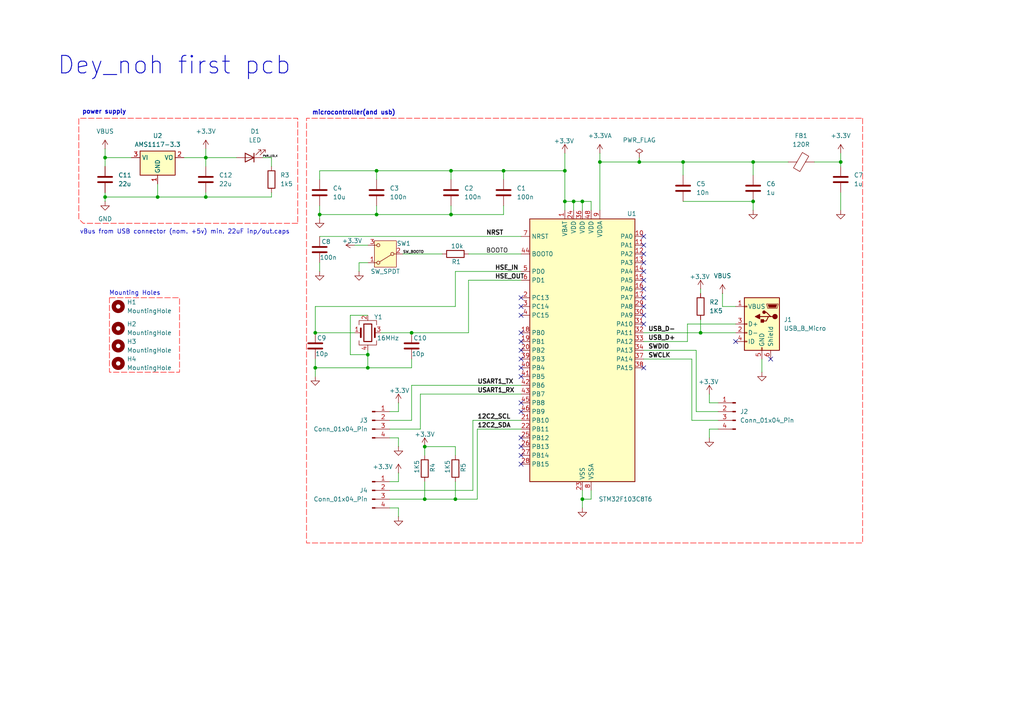
<source format=kicad_sch>
(kicad_sch
	(version 20250114)
	(generator "eeschema")
	(generator_version "9.0")
	(uuid "b1e55735-f70b-4586-a377-832fba7bfcc9")
	(paper "A4")
	(title_block
		(title "Dey_noh first pbc")
		(date "9/2/2025")
		(rev "0.1")
	)
	(lib_symbols
		(symbol "Connector:Conn_01x04_Pin"
			(pin_names
				(offset 1.016)
				(hide yes)
			)
			(exclude_from_sim no)
			(in_bom yes)
			(on_board yes)
			(property "Reference" "J"
				(at 0 5.08 0)
				(effects
					(font
						(size 1.27 1.27)
					)
				)
			)
			(property "Value" "Conn_01x04_Pin"
				(at 0 -7.62 0)
				(effects
					(font
						(size 1.27 1.27)
					)
				)
			)
			(property "Footprint" ""
				(at 0 0 0)
				(effects
					(font
						(size 1.27 1.27)
					)
					(hide yes)
				)
			)
			(property "Datasheet" "~"
				(at 0 0 0)
				(effects
					(font
						(size 1.27 1.27)
					)
					(hide yes)
				)
			)
			(property "Description" "Generic connector, single row, 01x04, script generated"
				(at 0 0 0)
				(effects
					(font
						(size 1.27 1.27)
					)
					(hide yes)
				)
			)
			(property "ki_locked" ""
				(at 0 0 0)
				(effects
					(font
						(size 1.27 1.27)
					)
				)
			)
			(property "ki_keywords" "connector"
				(at 0 0 0)
				(effects
					(font
						(size 1.27 1.27)
					)
					(hide yes)
				)
			)
			(property "ki_fp_filters" "Connector*:*_1x??_*"
				(at 0 0 0)
				(effects
					(font
						(size 1.27 1.27)
					)
					(hide yes)
				)
			)
			(symbol "Conn_01x04_Pin_1_1"
				(rectangle
					(start 0.8636 2.667)
					(end 0 2.413)
					(stroke
						(width 0.1524)
						(type default)
					)
					(fill
						(type outline)
					)
				)
				(rectangle
					(start 0.8636 0.127)
					(end 0 -0.127)
					(stroke
						(width 0.1524)
						(type default)
					)
					(fill
						(type outline)
					)
				)
				(rectangle
					(start 0.8636 -2.413)
					(end 0 -2.667)
					(stroke
						(width 0.1524)
						(type default)
					)
					(fill
						(type outline)
					)
				)
				(rectangle
					(start 0.8636 -4.953)
					(end 0 -5.207)
					(stroke
						(width 0.1524)
						(type default)
					)
					(fill
						(type outline)
					)
				)
				(polyline
					(pts
						(xy 1.27 2.54) (xy 0.8636 2.54)
					)
					(stroke
						(width 0.1524)
						(type default)
					)
					(fill
						(type none)
					)
				)
				(polyline
					(pts
						(xy 1.27 0) (xy 0.8636 0)
					)
					(stroke
						(width 0.1524)
						(type default)
					)
					(fill
						(type none)
					)
				)
				(polyline
					(pts
						(xy 1.27 -2.54) (xy 0.8636 -2.54)
					)
					(stroke
						(width 0.1524)
						(type default)
					)
					(fill
						(type none)
					)
				)
				(polyline
					(pts
						(xy 1.27 -5.08) (xy 0.8636 -5.08)
					)
					(stroke
						(width 0.1524)
						(type default)
					)
					(fill
						(type none)
					)
				)
				(pin passive line
					(at 5.08 2.54 180)
					(length 3.81)
					(name "Pin_1"
						(effects
							(font
								(size 1.27 1.27)
							)
						)
					)
					(number "1"
						(effects
							(font
								(size 1.27 1.27)
							)
						)
					)
				)
				(pin passive line
					(at 5.08 0 180)
					(length 3.81)
					(name "Pin_2"
						(effects
							(font
								(size 1.27 1.27)
							)
						)
					)
					(number "2"
						(effects
							(font
								(size 1.27 1.27)
							)
						)
					)
				)
				(pin passive line
					(at 5.08 -2.54 180)
					(length 3.81)
					(name "Pin_3"
						(effects
							(font
								(size 1.27 1.27)
							)
						)
					)
					(number "3"
						(effects
							(font
								(size 1.27 1.27)
							)
						)
					)
				)
				(pin passive line
					(at 5.08 -5.08 180)
					(length 3.81)
					(name "Pin_4"
						(effects
							(font
								(size 1.27 1.27)
							)
						)
					)
					(number "4"
						(effects
							(font
								(size 1.27 1.27)
							)
						)
					)
				)
			)
			(embedded_fonts no)
		)
		(symbol "Connector:USB_B_Micro"
			(pin_names
				(offset 1.016)
			)
			(exclude_from_sim no)
			(in_bom yes)
			(on_board yes)
			(property "Reference" "J"
				(at -5.08 11.43 0)
				(effects
					(font
						(size 1.27 1.27)
					)
					(justify left)
				)
			)
			(property "Value" "USB_B_Micro"
				(at -5.08 8.89 0)
				(effects
					(font
						(size 1.27 1.27)
					)
					(justify left)
				)
			)
			(property "Footprint" ""
				(at 3.81 -1.27 0)
				(effects
					(font
						(size 1.27 1.27)
					)
					(hide yes)
				)
			)
			(property "Datasheet" "~"
				(at 3.81 -1.27 0)
				(effects
					(font
						(size 1.27 1.27)
					)
					(hide yes)
				)
			)
			(property "Description" "USB Micro Type B connector"
				(at 0 0 0)
				(effects
					(font
						(size 1.27 1.27)
					)
					(hide yes)
				)
			)
			(property "ki_keywords" "connector USB micro"
				(at 0 0 0)
				(effects
					(font
						(size 1.27 1.27)
					)
					(hide yes)
				)
			)
			(property "ki_fp_filters" "USB*Micro*B*"
				(at 0 0 0)
				(effects
					(font
						(size 1.27 1.27)
					)
					(hide yes)
				)
			)
			(symbol "USB_B_Micro_0_1"
				(rectangle
					(start -5.08 -7.62)
					(end 5.08 7.62)
					(stroke
						(width 0.254)
						(type default)
					)
					(fill
						(type background)
					)
				)
				(polyline
					(pts
						(xy -4.699 5.842) (xy -4.699 5.588) (xy -4.445 4.826) (xy -4.445 4.572) (xy -1.651 4.572) (xy -1.651 4.826)
						(xy -1.397 5.588) (xy -1.397 5.842) (xy -4.699 5.842)
					)
					(stroke
						(width 0)
						(type default)
					)
					(fill
						(type none)
					)
				)
				(polyline
					(pts
						(xy -4.318 5.588) (xy -1.778 5.588) (xy -2.032 4.826) (xy -4.064 4.826) (xy -4.318 5.588)
					)
					(stroke
						(width 0)
						(type default)
					)
					(fill
						(type outline)
					)
				)
				(circle
					(center -3.81 2.159)
					(radius 0.635)
					(stroke
						(width 0.254)
						(type default)
					)
					(fill
						(type outline)
					)
				)
				(polyline
					(pts
						(xy -3.175 2.159) (xy -2.54 2.159) (xy -1.27 3.429) (xy -0.635 3.429)
					)
					(stroke
						(width 0.254)
						(type default)
					)
					(fill
						(type none)
					)
				)
				(polyline
					(pts
						(xy -2.54 2.159) (xy -1.905 2.159) (xy -1.27 0.889) (xy 0 0.889)
					)
					(stroke
						(width 0.254)
						(type default)
					)
					(fill
						(type none)
					)
				)
				(polyline
					(pts
						(xy -1.905 2.159) (xy 0.635 2.159)
					)
					(stroke
						(width 0.254)
						(type default)
					)
					(fill
						(type none)
					)
				)
				(circle
					(center -0.635 3.429)
					(radius 0.381)
					(stroke
						(width 0.254)
						(type default)
					)
					(fill
						(type outline)
					)
				)
				(rectangle
					(start -0.127 -7.62)
					(end 0.127 -6.858)
					(stroke
						(width 0)
						(type default)
					)
					(fill
						(type none)
					)
				)
				(rectangle
					(start 0.254 1.27)
					(end -0.508 0.508)
					(stroke
						(width 0.254)
						(type default)
					)
					(fill
						(type outline)
					)
				)
				(polyline
					(pts
						(xy 0.635 2.794) (xy 0.635 1.524) (xy 1.905 2.159) (xy 0.635 2.794)
					)
					(stroke
						(width 0.254)
						(type default)
					)
					(fill
						(type outline)
					)
				)
				(rectangle
					(start 5.08 4.953)
					(end 4.318 5.207)
					(stroke
						(width 0)
						(type default)
					)
					(fill
						(type none)
					)
				)
				(rectangle
					(start 5.08 -0.127)
					(end 4.318 0.127)
					(stroke
						(width 0)
						(type default)
					)
					(fill
						(type none)
					)
				)
				(rectangle
					(start 5.08 -2.667)
					(end 4.318 -2.413)
					(stroke
						(width 0)
						(type default)
					)
					(fill
						(type none)
					)
				)
				(rectangle
					(start 5.08 -5.207)
					(end 4.318 -4.953)
					(stroke
						(width 0)
						(type default)
					)
					(fill
						(type none)
					)
				)
			)
			(symbol "USB_B_Micro_1_1"
				(pin passive line
					(at -2.54 -10.16 90)
					(length 2.54)
					(name "Shield"
						(effects
							(font
								(size 1.27 1.27)
							)
						)
					)
					(number "6"
						(effects
							(font
								(size 1.27 1.27)
							)
						)
					)
				)
				(pin power_out line
					(at 0 -10.16 90)
					(length 2.54)
					(name "GND"
						(effects
							(font
								(size 1.27 1.27)
							)
						)
					)
					(number "5"
						(effects
							(font
								(size 1.27 1.27)
							)
						)
					)
				)
				(pin power_out line
					(at 7.62 5.08 180)
					(length 2.54)
					(name "VBUS"
						(effects
							(font
								(size 1.27 1.27)
							)
						)
					)
					(number "1"
						(effects
							(font
								(size 1.27 1.27)
							)
						)
					)
				)
				(pin bidirectional line
					(at 7.62 0 180)
					(length 2.54)
					(name "D+"
						(effects
							(font
								(size 1.27 1.27)
							)
						)
					)
					(number "3"
						(effects
							(font
								(size 1.27 1.27)
							)
						)
					)
				)
				(pin bidirectional line
					(at 7.62 -2.54 180)
					(length 2.54)
					(name "D-"
						(effects
							(font
								(size 1.27 1.27)
							)
						)
					)
					(number "2"
						(effects
							(font
								(size 1.27 1.27)
							)
						)
					)
				)
				(pin passive line
					(at 7.62 -5.08 180)
					(length 2.54)
					(name "ID"
						(effects
							(font
								(size 1.27 1.27)
							)
						)
					)
					(number "4"
						(effects
							(font
								(size 1.27 1.27)
							)
						)
					)
				)
			)
			(embedded_fonts no)
		)
		(symbol "Device:C"
			(pin_numbers
				(hide yes)
			)
			(pin_names
				(offset 0.254)
			)
			(exclude_from_sim no)
			(in_bom yes)
			(on_board yes)
			(property "Reference" "C"
				(at 0.635 2.54 0)
				(effects
					(font
						(size 1.27 1.27)
					)
					(justify left)
				)
			)
			(property "Value" "C"
				(at 0.635 -2.54 0)
				(effects
					(font
						(size 1.27 1.27)
					)
					(justify left)
				)
			)
			(property "Footprint" ""
				(at 0.9652 -3.81 0)
				(effects
					(font
						(size 1.27 1.27)
					)
					(hide yes)
				)
			)
			(property "Datasheet" "~"
				(at 0 0 0)
				(effects
					(font
						(size 1.27 1.27)
					)
					(hide yes)
				)
			)
			(property "Description" "Unpolarized capacitor"
				(at 0 0 0)
				(effects
					(font
						(size 1.27 1.27)
					)
					(hide yes)
				)
			)
			(property "ki_keywords" "cap capacitor"
				(at 0 0 0)
				(effects
					(font
						(size 1.27 1.27)
					)
					(hide yes)
				)
			)
			(property "ki_fp_filters" "C_*"
				(at 0 0 0)
				(effects
					(font
						(size 1.27 1.27)
					)
					(hide yes)
				)
			)
			(symbol "C_0_1"
				(polyline
					(pts
						(xy -2.032 0.762) (xy 2.032 0.762)
					)
					(stroke
						(width 0.508)
						(type default)
					)
					(fill
						(type none)
					)
				)
				(polyline
					(pts
						(xy -2.032 -0.762) (xy 2.032 -0.762)
					)
					(stroke
						(width 0.508)
						(type default)
					)
					(fill
						(type none)
					)
				)
			)
			(symbol "C_1_1"
				(pin passive line
					(at 0 3.81 270)
					(length 2.794)
					(name "~"
						(effects
							(font
								(size 1.27 1.27)
							)
						)
					)
					(number "1"
						(effects
							(font
								(size 1.27 1.27)
							)
						)
					)
				)
				(pin passive line
					(at 0 -3.81 90)
					(length 2.794)
					(name "~"
						(effects
							(font
								(size 1.27 1.27)
							)
						)
					)
					(number "2"
						(effects
							(font
								(size 1.27 1.27)
							)
						)
					)
				)
			)
			(embedded_fonts no)
		)
		(symbol "Device:Crystal_GND24"
			(pin_names
				(offset 1.016)
				(hide yes)
			)
			(exclude_from_sim no)
			(in_bom yes)
			(on_board yes)
			(property "Reference" "Y"
				(at 3.175 5.08 0)
				(effects
					(font
						(size 1.27 1.27)
					)
					(justify left)
				)
			)
			(property "Value" "Crystal_GND24"
				(at 3.175 3.175 0)
				(effects
					(font
						(size 1.27 1.27)
					)
					(justify left)
				)
			)
			(property "Footprint" ""
				(at 0 0 0)
				(effects
					(font
						(size 1.27 1.27)
					)
					(hide yes)
				)
			)
			(property "Datasheet" "~"
				(at 0 0 0)
				(effects
					(font
						(size 1.27 1.27)
					)
					(hide yes)
				)
			)
			(property "Description" "Four pin crystal, GND on pins 2 and 4"
				(at 0 0 0)
				(effects
					(font
						(size 1.27 1.27)
					)
					(hide yes)
				)
			)
			(property "ki_keywords" "quartz ceramic resonator oscillator"
				(at 0 0 0)
				(effects
					(font
						(size 1.27 1.27)
					)
					(hide yes)
				)
			)
			(property "ki_fp_filters" "Crystal*"
				(at 0 0 0)
				(effects
					(font
						(size 1.27 1.27)
					)
					(hide yes)
				)
			)
			(symbol "Crystal_GND24_0_1"
				(polyline
					(pts
						(xy -2.54 2.286) (xy -2.54 3.556) (xy 2.54 3.556) (xy 2.54 2.286)
					)
					(stroke
						(width 0)
						(type default)
					)
					(fill
						(type none)
					)
				)
				(polyline
					(pts
						(xy -2.54 0) (xy -2.032 0)
					)
					(stroke
						(width 0)
						(type default)
					)
					(fill
						(type none)
					)
				)
				(polyline
					(pts
						(xy -2.54 -2.286) (xy -2.54 -3.556) (xy 2.54 -3.556) (xy 2.54 -2.286)
					)
					(stroke
						(width 0)
						(type default)
					)
					(fill
						(type none)
					)
				)
				(polyline
					(pts
						(xy -2.032 -1.27) (xy -2.032 1.27)
					)
					(stroke
						(width 0.508)
						(type default)
					)
					(fill
						(type none)
					)
				)
				(rectangle
					(start -1.143 2.54)
					(end 1.143 -2.54)
					(stroke
						(width 0.3048)
						(type default)
					)
					(fill
						(type none)
					)
				)
				(polyline
					(pts
						(xy 0 3.556) (xy 0 3.81)
					)
					(stroke
						(width 0)
						(type default)
					)
					(fill
						(type none)
					)
				)
				(polyline
					(pts
						(xy 0 -3.81) (xy 0 -3.556)
					)
					(stroke
						(width 0)
						(type default)
					)
					(fill
						(type none)
					)
				)
				(polyline
					(pts
						(xy 2.032 0) (xy 2.54 0)
					)
					(stroke
						(width 0)
						(type default)
					)
					(fill
						(type none)
					)
				)
				(polyline
					(pts
						(xy 2.032 -1.27) (xy 2.032 1.27)
					)
					(stroke
						(width 0.508)
						(type default)
					)
					(fill
						(type none)
					)
				)
			)
			(symbol "Crystal_GND24_1_1"
				(pin passive line
					(at -3.81 0 0)
					(length 1.27)
					(name "1"
						(effects
							(font
								(size 1.27 1.27)
							)
						)
					)
					(number "1"
						(effects
							(font
								(size 1.27 1.27)
							)
						)
					)
				)
				(pin passive line
					(at 0 5.08 270)
					(length 1.27)
					(name "2"
						(effects
							(font
								(size 1.27 1.27)
							)
						)
					)
					(number "2"
						(effects
							(font
								(size 1.27 1.27)
							)
						)
					)
				)
				(pin passive line
					(at 0 -5.08 90)
					(length 1.27)
					(name "4"
						(effects
							(font
								(size 1.27 1.27)
							)
						)
					)
					(number "4"
						(effects
							(font
								(size 1.27 1.27)
							)
						)
					)
				)
				(pin passive line
					(at 3.81 0 180)
					(length 1.27)
					(name "3"
						(effects
							(font
								(size 1.27 1.27)
							)
						)
					)
					(number "3"
						(effects
							(font
								(size 1.27 1.27)
							)
						)
					)
				)
			)
			(embedded_fonts no)
		)
		(symbol "Device:FerriteBead"
			(pin_numbers
				(hide yes)
			)
			(pin_names
				(offset 0)
			)
			(exclude_from_sim no)
			(in_bom yes)
			(on_board yes)
			(property "Reference" "FB"
				(at -3.81 0.635 90)
				(effects
					(font
						(size 1.27 1.27)
					)
				)
			)
			(property "Value" "FerriteBead"
				(at 3.81 0 90)
				(effects
					(font
						(size 1.27 1.27)
					)
				)
			)
			(property "Footprint" ""
				(at -1.778 0 90)
				(effects
					(font
						(size 1.27 1.27)
					)
					(hide yes)
				)
			)
			(property "Datasheet" "~"
				(at 0 0 0)
				(effects
					(font
						(size 1.27 1.27)
					)
					(hide yes)
				)
			)
			(property "Description" "Ferrite bead"
				(at 0 0 0)
				(effects
					(font
						(size 1.27 1.27)
					)
					(hide yes)
				)
			)
			(property "ki_keywords" "L ferrite bead inductor filter"
				(at 0 0 0)
				(effects
					(font
						(size 1.27 1.27)
					)
					(hide yes)
				)
			)
			(property "ki_fp_filters" "Inductor_* L_* *Ferrite*"
				(at 0 0 0)
				(effects
					(font
						(size 1.27 1.27)
					)
					(hide yes)
				)
			)
			(symbol "FerriteBead_0_1"
				(polyline
					(pts
						(xy -2.7686 0.4064) (xy -1.7018 2.2606) (xy 2.7686 -0.3048) (xy 1.6764 -2.159) (xy -2.7686 0.4064)
					)
					(stroke
						(width 0)
						(type default)
					)
					(fill
						(type none)
					)
				)
				(polyline
					(pts
						(xy 0 1.27) (xy 0 1.2954)
					)
					(stroke
						(width 0)
						(type default)
					)
					(fill
						(type none)
					)
				)
				(polyline
					(pts
						(xy 0 -1.27) (xy 0 -1.2192)
					)
					(stroke
						(width 0)
						(type default)
					)
					(fill
						(type none)
					)
				)
			)
			(symbol "FerriteBead_1_1"
				(pin passive line
					(at 0 3.81 270)
					(length 2.54)
					(name "~"
						(effects
							(font
								(size 1.27 1.27)
							)
						)
					)
					(number "1"
						(effects
							(font
								(size 1.27 1.27)
							)
						)
					)
				)
				(pin passive line
					(at 0 -3.81 90)
					(length 2.54)
					(name "~"
						(effects
							(font
								(size 1.27 1.27)
							)
						)
					)
					(number "2"
						(effects
							(font
								(size 1.27 1.27)
							)
						)
					)
				)
			)
			(embedded_fonts no)
		)
		(symbol "Device:LED"
			(pin_numbers
				(hide yes)
			)
			(pin_names
				(offset 1.016)
				(hide yes)
			)
			(exclude_from_sim no)
			(in_bom yes)
			(on_board yes)
			(property "Reference" "D"
				(at 0 2.54 0)
				(effects
					(font
						(size 1.27 1.27)
					)
				)
			)
			(property "Value" "LED"
				(at 0 -2.54 0)
				(effects
					(font
						(size 1.27 1.27)
					)
				)
			)
			(property "Footprint" ""
				(at 0 0 0)
				(effects
					(font
						(size 1.27 1.27)
					)
					(hide yes)
				)
			)
			(property "Datasheet" "~"
				(at 0 0 0)
				(effects
					(font
						(size 1.27 1.27)
					)
					(hide yes)
				)
			)
			(property "Description" "Light emitting diode"
				(at 0 0 0)
				(effects
					(font
						(size 1.27 1.27)
					)
					(hide yes)
				)
			)
			(property "Sim.Pins" "1=K 2=A"
				(at 0 0 0)
				(effects
					(font
						(size 1.27 1.27)
					)
					(hide yes)
				)
			)
			(property "ki_keywords" "LED diode"
				(at 0 0 0)
				(effects
					(font
						(size 1.27 1.27)
					)
					(hide yes)
				)
			)
			(property "ki_fp_filters" "LED* LED_SMD:* LED_THT:*"
				(at 0 0 0)
				(effects
					(font
						(size 1.27 1.27)
					)
					(hide yes)
				)
			)
			(symbol "LED_0_1"
				(polyline
					(pts
						(xy -3.048 -0.762) (xy -4.572 -2.286) (xy -3.81 -2.286) (xy -4.572 -2.286) (xy -4.572 -1.524)
					)
					(stroke
						(width 0)
						(type default)
					)
					(fill
						(type none)
					)
				)
				(polyline
					(pts
						(xy -1.778 -0.762) (xy -3.302 -2.286) (xy -2.54 -2.286) (xy -3.302 -2.286) (xy -3.302 -1.524)
					)
					(stroke
						(width 0)
						(type default)
					)
					(fill
						(type none)
					)
				)
				(polyline
					(pts
						(xy -1.27 0) (xy 1.27 0)
					)
					(stroke
						(width 0)
						(type default)
					)
					(fill
						(type none)
					)
				)
				(polyline
					(pts
						(xy -1.27 -1.27) (xy -1.27 1.27)
					)
					(stroke
						(width 0.254)
						(type default)
					)
					(fill
						(type none)
					)
				)
				(polyline
					(pts
						(xy 1.27 -1.27) (xy 1.27 1.27) (xy -1.27 0) (xy 1.27 -1.27)
					)
					(stroke
						(width 0.254)
						(type default)
					)
					(fill
						(type none)
					)
				)
			)
			(symbol "LED_1_1"
				(pin passive line
					(at -3.81 0 0)
					(length 2.54)
					(name "K"
						(effects
							(font
								(size 1.27 1.27)
							)
						)
					)
					(number "1"
						(effects
							(font
								(size 1.27 1.27)
							)
						)
					)
				)
				(pin passive line
					(at 3.81 0 180)
					(length 2.54)
					(name "A"
						(effects
							(font
								(size 1.27 1.27)
							)
						)
					)
					(number "2"
						(effects
							(font
								(size 1.27 1.27)
							)
						)
					)
				)
			)
			(embedded_fonts no)
		)
		(symbol "Device:R"
			(pin_numbers
				(hide yes)
			)
			(pin_names
				(offset 0)
			)
			(exclude_from_sim no)
			(in_bom yes)
			(on_board yes)
			(property "Reference" "R"
				(at 2.032 0 90)
				(effects
					(font
						(size 1.27 1.27)
					)
				)
			)
			(property "Value" "R"
				(at 0 0 90)
				(effects
					(font
						(size 1.27 1.27)
					)
				)
			)
			(property "Footprint" ""
				(at -1.778 0 90)
				(effects
					(font
						(size 1.27 1.27)
					)
					(hide yes)
				)
			)
			(property "Datasheet" "~"
				(at 0 0 0)
				(effects
					(font
						(size 1.27 1.27)
					)
					(hide yes)
				)
			)
			(property "Description" "Resistor"
				(at 0 0 0)
				(effects
					(font
						(size 1.27 1.27)
					)
					(hide yes)
				)
			)
			(property "ki_keywords" "R res resistor"
				(at 0 0 0)
				(effects
					(font
						(size 1.27 1.27)
					)
					(hide yes)
				)
			)
			(property "ki_fp_filters" "R_*"
				(at 0 0 0)
				(effects
					(font
						(size 1.27 1.27)
					)
					(hide yes)
				)
			)
			(symbol "R_0_1"
				(rectangle
					(start -1.016 -2.54)
					(end 1.016 2.54)
					(stroke
						(width 0.254)
						(type default)
					)
					(fill
						(type none)
					)
				)
			)
			(symbol "R_1_1"
				(pin passive line
					(at 0 3.81 270)
					(length 1.27)
					(name "~"
						(effects
							(font
								(size 1.27 1.27)
							)
						)
					)
					(number "1"
						(effects
							(font
								(size 1.27 1.27)
							)
						)
					)
				)
				(pin passive line
					(at 0 -3.81 90)
					(length 1.27)
					(name "~"
						(effects
							(font
								(size 1.27 1.27)
							)
						)
					)
					(number "2"
						(effects
							(font
								(size 1.27 1.27)
							)
						)
					)
				)
			)
			(embedded_fonts no)
		)
		(symbol "MCU_ST_STM32F1:STM32F103C8Tx"
			(exclude_from_sim no)
			(in_bom yes)
			(on_board yes)
			(property "Reference" "U"
				(at -15.24 39.37 0)
				(effects
					(font
						(size 1.27 1.27)
					)
					(justify left)
				)
			)
			(property "Value" "STM32F103C8Tx"
				(at 7.62 39.37 0)
				(effects
					(font
						(size 1.27 1.27)
					)
					(justify left)
				)
			)
			(property "Footprint" "Package_QFP:LQFP-48_7x7mm_P0.5mm"
				(at -15.24 -38.1 0)
				(effects
					(font
						(size 1.27 1.27)
					)
					(justify right)
					(hide yes)
				)
			)
			(property "Datasheet" "https://www.st.com/resource/en/datasheet/stm32f103c8.pdf"
				(at 0 0 0)
				(effects
					(font
						(size 1.27 1.27)
					)
					(hide yes)
				)
			)
			(property "Description" "STMicroelectronics Arm Cortex-M3 MCU, 64KB flash, 20KB RAM, 72 MHz, 2.0-3.6V, 37 GPIO, LQFP48"
				(at 0 0 0)
				(effects
					(font
						(size 1.27 1.27)
					)
					(hide yes)
				)
			)
			(property "ki_keywords" "Arm Cortex-M3 STM32F1 STM32F103"
				(at 0 0 0)
				(effects
					(font
						(size 1.27 1.27)
					)
					(hide yes)
				)
			)
			(property "ki_fp_filters" "LQFP*7x7mm*P0.5mm*"
				(at 0 0 0)
				(effects
					(font
						(size 1.27 1.27)
					)
					(hide yes)
				)
			)
			(symbol "STM32F103C8Tx_0_1"
				(rectangle
					(start -15.24 -38.1)
					(end 15.24 38.1)
					(stroke
						(width 0.254)
						(type default)
					)
					(fill
						(type background)
					)
				)
			)
			(symbol "STM32F103C8Tx_1_1"
				(pin input line
					(at -17.78 33.02 0)
					(length 2.54)
					(name "NRST"
						(effects
							(font
								(size 1.27 1.27)
							)
						)
					)
					(number "7"
						(effects
							(font
								(size 1.27 1.27)
							)
						)
					)
				)
				(pin input line
					(at -17.78 27.94 0)
					(length 2.54)
					(name "BOOT0"
						(effects
							(font
								(size 1.27 1.27)
							)
						)
					)
					(number "44"
						(effects
							(font
								(size 1.27 1.27)
							)
						)
					)
				)
				(pin bidirectional line
					(at -17.78 22.86 0)
					(length 2.54)
					(name "PD0"
						(effects
							(font
								(size 1.27 1.27)
							)
						)
					)
					(number "5"
						(effects
							(font
								(size 1.27 1.27)
							)
						)
					)
					(alternate "RCC_OSC_IN" bidirectional line)
				)
				(pin bidirectional line
					(at -17.78 20.32 0)
					(length 2.54)
					(name "PD1"
						(effects
							(font
								(size 1.27 1.27)
							)
						)
					)
					(number "6"
						(effects
							(font
								(size 1.27 1.27)
							)
						)
					)
					(alternate "RCC_OSC_OUT" bidirectional line)
				)
				(pin bidirectional line
					(at -17.78 15.24 0)
					(length 2.54)
					(name "PC13"
						(effects
							(font
								(size 1.27 1.27)
							)
						)
					)
					(number "2"
						(effects
							(font
								(size 1.27 1.27)
							)
						)
					)
					(alternate "RTC_OUT" bidirectional line)
					(alternate "RTC_TAMPER" bidirectional line)
				)
				(pin bidirectional line
					(at -17.78 12.7 0)
					(length 2.54)
					(name "PC14"
						(effects
							(font
								(size 1.27 1.27)
							)
						)
					)
					(number "3"
						(effects
							(font
								(size 1.27 1.27)
							)
						)
					)
					(alternate "RCC_OSC32_IN" bidirectional line)
				)
				(pin bidirectional line
					(at -17.78 10.16 0)
					(length 2.54)
					(name "PC15"
						(effects
							(font
								(size 1.27 1.27)
							)
						)
					)
					(number "4"
						(effects
							(font
								(size 1.27 1.27)
							)
						)
					)
					(alternate "ADC1_EXTI15" bidirectional line)
					(alternate "ADC2_EXTI15" bidirectional line)
					(alternate "RCC_OSC32_OUT" bidirectional line)
				)
				(pin bidirectional line
					(at -17.78 5.08 0)
					(length 2.54)
					(name "PB0"
						(effects
							(font
								(size 1.27 1.27)
							)
						)
					)
					(number "18"
						(effects
							(font
								(size 1.27 1.27)
							)
						)
					)
					(alternate "ADC1_IN8" bidirectional line)
					(alternate "ADC2_IN8" bidirectional line)
					(alternate "TIM1_CH2N" bidirectional line)
					(alternate "TIM3_CH3" bidirectional line)
				)
				(pin bidirectional line
					(at -17.78 2.54 0)
					(length 2.54)
					(name "PB1"
						(effects
							(font
								(size 1.27 1.27)
							)
						)
					)
					(number "19"
						(effects
							(font
								(size 1.27 1.27)
							)
						)
					)
					(alternate "ADC1_IN9" bidirectional line)
					(alternate "ADC2_IN9" bidirectional line)
					(alternate "TIM1_CH3N" bidirectional line)
					(alternate "TIM3_CH4" bidirectional line)
				)
				(pin bidirectional line
					(at -17.78 0 0)
					(length 2.54)
					(name "PB2"
						(effects
							(font
								(size 1.27 1.27)
							)
						)
					)
					(number "20"
						(effects
							(font
								(size 1.27 1.27)
							)
						)
					)
				)
				(pin bidirectional line
					(at -17.78 -2.54 0)
					(length 2.54)
					(name "PB3"
						(effects
							(font
								(size 1.27 1.27)
							)
						)
					)
					(number "39"
						(effects
							(font
								(size 1.27 1.27)
							)
						)
					)
					(alternate "SPI1_SCK" bidirectional line)
					(alternate "SYS_JTDO-TRACESWO" bidirectional line)
					(alternate "TIM2_CH2" bidirectional line)
				)
				(pin bidirectional line
					(at -17.78 -5.08 0)
					(length 2.54)
					(name "PB4"
						(effects
							(font
								(size 1.27 1.27)
							)
						)
					)
					(number "40"
						(effects
							(font
								(size 1.27 1.27)
							)
						)
					)
					(alternate "SPI1_MISO" bidirectional line)
					(alternate "SYS_NJTRST" bidirectional line)
					(alternate "TIM3_CH1" bidirectional line)
				)
				(pin bidirectional line
					(at -17.78 -7.62 0)
					(length 2.54)
					(name "PB5"
						(effects
							(font
								(size 1.27 1.27)
							)
						)
					)
					(number "41"
						(effects
							(font
								(size 1.27 1.27)
							)
						)
					)
					(alternate "I2C1_SMBA" bidirectional line)
					(alternate "SPI1_MOSI" bidirectional line)
					(alternate "TIM3_CH2" bidirectional line)
				)
				(pin bidirectional line
					(at -17.78 -10.16 0)
					(length 2.54)
					(name "PB6"
						(effects
							(font
								(size 1.27 1.27)
							)
						)
					)
					(number "42"
						(effects
							(font
								(size 1.27 1.27)
							)
						)
					)
					(alternate "I2C1_SCL" bidirectional line)
					(alternate "TIM4_CH1" bidirectional line)
					(alternate "USART1_TX" bidirectional line)
				)
				(pin bidirectional line
					(at -17.78 -12.7 0)
					(length 2.54)
					(name "PB7"
						(effects
							(font
								(size 1.27 1.27)
							)
						)
					)
					(number "43"
						(effects
							(font
								(size 1.27 1.27)
							)
						)
					)
					(alternate "I2C1_SDA" bidirectional line)
					(alternate "TIM4_CH2" bidirectional line)
					(alternate "USART1_RX" bidirectional line)
				)
				(pin bidirectional line
					(at -17.78 -15.24 0)
					(length 2.54)
					(name "PB8"
						(effects
							(font
								(size 1.27 1.27)
							)
						)
					)
					(number "45"
						(effects
							(font
								(size 1.27 1.27)
							)
						)
					)
					(alternate "CAN_RX" bidirectional line)
					(alternate "I2C1_SCL" bidirectional line)
					(alternate "TIM4_CH3" bidirectional line)
				)
				(pin bidirectional line
					(at -17.78 -17.78 0)
					(length 2.54)
					(name "PB9"
						(effects
							(font
								(size 1.27 1.27)
							)
						)
					)
					(number "46"
						(effects
							(font
								(size 1.27 1.27)
							)
						)
					)
					(alternate "CAN_TX" bidirectional line)
					(alternate "I2C1_SDA" bidirectional line)
					(alternate "TIM4_CH4" bidirectional line)
				)
				(pin bidirectional line
					(at -17.78 -20.32 0)
					(length 2.54)
					(name "PB10"
						(effects
							(font
								(size 1.27 1.27)
							)
						)
					)
					(number "21"
						(effects
							(font
								(size 1.27 1.27)
							)
						)
					)
					(alternate "I2C2_SCL" bidirectional line)
					(alternate "TIM2_CH3" bidirectional line)
					(alternate "USART3_TX" bidirectional line)
				)
				(pin bidirectional line
					(at -17.78 -22.86 0)
					(length 2.54)
					(name "PB11"
						(effects
							(font
								(size 1.27 1.27)
							)
						)
					)
					(number "22"
						(effects
							(font
								(size 1.27 1.27)
							)
						)
					)
					(alternate "ADC1_EXTI11" bidirectional line)
					(alternate "ADC2_EXTI11" bidirectional line)
					(alternate "I2C2_SDA" bidirectional line)
					(alternate "TIM2_CH4" bidirectional line)
					(alternate "USART3_RX" bidirectional line)
				)
				(pin bidirectional line
					(at -17.78 -25.4 0)
					(length 2.54)
					(name "PB12"
						(effects
							(font
								(size 1.27 1.27)
							)
						)
					)
					(number "25"
						(effects
							(font
								(size 1.27 1.27)
							)
						)
					)
					(alternate "I2C2_SMBA" bidirectional line)
					(alternate "SPI2_NSS" bidirectional line)
					(alternate "TIM1_BKIN" bidirectional line)
					(alternate "USART3_CK" bidirectional line)
				)
				(pin bidirectional line
					(at -17.78 -27.94 0)
					(length 2.54)
					(name "PB13"
						(effects
							(font
								(size 1.27 1.27)
							)
						)
					)
					(number "26"
						(effects
							(font
								(size 1.27 1.27)
							)
						)
					)
					(alternate "SPI2_SCK" bidirectional line)
					(alternate "TIM1_CH1N" bidirectional line)
					(alternate "USART3_CTS" bidirectional line)
				)
				(pin bidirectional line
					(at -17.78 -30.48 0)
					(length 2.54)
					(name "PB14"
						(effects
							(font
								(size 1.27 1.27)
							)
						)
					)
					(number "27"
						(effects
							(font
								(size 1.27 1.27)
							)
						)
					)
					(alternate "SPI2_MISO" bidirectional line)
					(alternate "TIM1_CH2N" bidirectional line)
					(alternate "USART3_RTS" bidirectional line)
				)
				(pin bidirectional line
					(at -17.78 -33.02 0)
					(length 2.54)
					(name "PB15"
						(effects
							(font
								(size 1.27 1.27)
							)
						)
					)
					(number "28"
						(effects
							(font
								(size 1.27 1.27)
							)
						)
					)
					(alternate "ADC1_EXTI15" bidirectional line)
					(alternate "ADC2_EXTI15" bidirectional line)
					(alternate "SPI2_MOSI" bidirectional line)
					(alternate "TIM1_CH3N" bidirectional line)
				)
				(pin power_in line
					(at -5.08 40.64 270)
					(length 2.54)
					(name "VBAT"
						(effects
							(font
								(size 1.27 1.27)
							)
						)
					)
					(number "1"
						(effects
							(font
								(size 1.27 1.27)
							)
						)
					)
				)
				(pin power_in line
					(at -2.54 40.64 270)
					(length 2.54)
					(name "VDD"
						(effects
							(font
								(size 1.27 1.27)
							)
						)
					)
					(number "24"
						(effects
							(font
								(size 1.27 1.27)
							)
						)
					)
				)
				(pin power_in line
					(at 0 40.64 270)
					(length 2.54)
					(name "VDD"
						(effects
							(font
								(size 1.27 1.27)
							)
						)
					)
					(number "36"
						(effects
							(font
								(size 1.27 1.27)
							)
						)
					)
				)
				(pin power_in line
					(at 0 -40.64 90)
					(length 2.54)
					(name "VSS"
						(effects
							(font
								(size 1.27 1.27)
							)
						)
					)
					(number "23"
						(effects
							(font
								(size 1.27 1.27)
							)
						)
					)
				)
				(pin passive line
					(at 0 -40.64 90)
					(length 2.54)
					(hide yes)
					(name "VSS"
						(effects
							(font
								(size 1.27 1.27)
							)
						)
					)
					(number "35"
						(effects
							(font
								(size 1.27 1.27)
							)
						)
					)
				)
				(pin passive line
					(at 0 -40.64 90)
					(length 2.54)
					(hide yes)
					(name "VSS"
						(effects
							(font
								(size 1.27 1.27)
							)
						)
					)
					(number "47"
						(effects
							(font
								(size 1.27 1.27)
							)
						)
					)
				)
				(pin power_in line
					(at 2.54 40.64 270)
					(length 2.54)
					(name "VDD"
						(effects
							(font
								(size 1.27 1.27)
							)
						)
					)
					(number "48"
						(effects
							(font
								(size 1.27 1.27)
							)
						)
					)
				)
				(pin power_in line
					(at 2.54 -40.64 90)
					(length 2.54)
					(name "VSSA"
						(effects
							(font
								(size 1.27 1.27)
							)
						)
					)
					(number "8"
						(effects
							(font
								(size 1.27 1.27)
							)
						)
					)
				)
				(pin power_in line
					(at 5.08 40.64 270)
					(length 2.54)
					(name "VDDA"
						(effects
							(font
								(size 1.27 1.27)
							)
						)
					)
					(number "9"
						(effects
							(font
								(size 1.27 1.27)
							)
						)
					)
				)
				(pin bidirectional line
					(at 17.78 33.02 180)
					(length 2.54)
					(name "PA0"
						(effects
							(font
								(size 1.27 1.27)
							)
						)
					)
					(number "10"
						(effects
							(font
								(size 1.27 1.27)
							)
						)
					)
					(alternate "ADC1_IN0" bidirectional line)
					(alternate "ADC2_IN0" bidirectional line)
					(alternate "SYS_WKUP" bidirectional line)
					(alternate "TIM2_CH1" bidirectional line)
					(alternate "TIM2_ETR" bidirectional line)
					(alternate "USART2_CTS" bidirectional line)
				)
				(pin bidirectional line
					(at 17.78 30.48 180)
					(length 2.54)
					(name "PA1"
						(effects
							(font
								(size 1.27 1.27)
							)
						)
					)
					(number "11"
						(effects
							(font
								(size 1.27 1.27)
							)
						)
					)
					(alternate "ADC1_IN1" bidirectional line)
					(alternate "ADC2_IN1" bidirectional line)
					(alternate "TIM2_CH2" bidirectional line)
					(alternate "USART2_RTS" bidirectional line)
				)
				(pin bidirectional line
					(at 17.78 27.94 180)
					(length 2.54)
					(name "PA2"
						(effects
							(font
								(size 1.27 1.27)
							)
						)
					)
					(number "12"
						(effects
							(font
								(size 1.27 1.27)
							)
						)
					)
					(alternate "ADC1_IN2" bidirectional line)
					(alternate "ADC2_IN2" bidirectional line)
					(alternate "TIM2_CH3" bidirectional line)
					(alternate "USART2_TX" bidirectional line)
				)
				(pin bidirectional line
					(at 17.78 25.4 180)
					(length 2.54)
					(name "PA3"
						(effects
							(font
								(size 1.27 1.27)
							)
						)
					)
					(number "13"
						(effects
							(font
								(size 1.27 1.27)
							)
						)
					)
					(alternate "ADC1_IN3" bidirectional line)
					(alternate "ADC2_IN3" bidirectional line)
					(alternate "TIM2_CH4" bidirectional line)
					(alternate "USART2_RX" bidirectional line)
				)
				(pin bidirectional line
					(at 17.78 22.86 180)
					(length 2.54)
					(name "PA4"
						(effects
							(font
								(size 1.27 1.27)
							)
						)
					)
					(number "14"
						(effects
							(font
								(size 1.27 1.27)
							)
						)
					)
					(alternate "ADC1_IN4" bidirectional line)
					(alternate "ADC2_IN4" bidirectional line)
					(alternate "SPI1_NSS" bidirectional line)
					(alternate "USART2_CK" bidirectional line)
				)
				(pin bidirectional line
					(at 17.78 20.32 180)
					(length 2.54)
					(name "PA5"
						(effects
							(font
								(size 1.27 1.27)
							)
						)
					)
					(number "15"
						(effects
							(font
								(size 1.27 1.27)
							)
						)
					)
					(alternate "ADC1_IN5" bidirectional line)
					(alternate "ADC2_IN5" bidirectional line)
					(alternate "SPI1_SCK" bidirectional line)
				)
				(pin bidirectional line
					(at 17.78 17.78 180)
					(length 2.54)
					(name "PA6"
						(effects
							(font
								(size 1.27 1.27)
							)
						)
					)
					(number "16"
						(effects
							(font
								(size 1.27 1.27)
							)
						)
					)
					(alternate "ADC1_IN6" bidirectional line)
					(alternate "ADC2_IN6" bidirectional line)
					(alternate "SPI1_MISO" bidirectional line)
					(alternate "TIM1_BKIN" bidirectional line)
					(alternate "TIM3_CH1" bidirectional line)
				)
				(pin bidirectional line
					(at 17.78 15.24 180)
					(length 2.54)
					(name "PA7"
						(effects
							(font
								(size 1.27 1.27)
							)
						)
					)
					(number "17"
						(effects
							(font
								(size 1.27 1.27)
							)
						)
					)
					(alternate "ADC1_IN7" bidirectional line)
					(alternate "ADC2_IN7" bidirectional line)
					(alternate "SPI1_MOSI" bidirectional line)
					(alternate "TIM1_CH1N" bidirectional line)
					(alternate "TIM3_CH2" bidirectional line)
				)
				(pin bidirectional line
					(at 17.78 12.7 180)
					(length 2.54)
					(name "PA8"
						(effects
							(font
								(size 1.27 1.27)
							)
						)
					)
					(number "29"
						(effects
							(font
								(size 1.27 1.27)
							)
						)
					)
					(alternate "RCC_MCO" bidirectional line)
					(alternate "TIM1_CH1" bidirectional line)
					(alternate "USART1_CK" bidirectional line)
				)
				(pin bidirectional line
					(at 17.78 10.16 180)
					(length 2.54)
					(name "PA9"
						(effects
							(font
								(size 1.27 1.27)
							)
						)
					)
					(number "30"
						(effects
							(font
								(size 1.27 1.27)
							)
						)
					)
					(alternate "TIM1_CH2" bidirectional line)
					(alternate "USART1_TX" bidirectional line)
				)
				(pin bidirectional line
					(at 17.78 7.62 180)
					(length 2.54)
					(name "PA10"
						(effects
							(font
								(size 1.27 1.27)
							)
						)
					)
					(number "31"
						(effects
							(font
								(size 1.27 1.27)
							)
						)
					)
					(alternate "TIM1_CH3" bidirectional line)
					(alternate "USART1_RX" bidirectional line)
				)
				(pin bidirectional line
					(at 17.78 5.08 180)
					(length 2.54)
					(name "PA11"
						(effects
							(font
								(size 1.27 1.27)
							)
						)
					)
					(number "32"
						(effects
							(font
								(size 1.27 1.27)
							)
						)
					)
					(alternate "ADC1_EXTI11" bidirectional line)
					(alternate "ADC2_EXTI11" bidirectional line)
					(alternate "CAN_RX" bidirectional line)
					(alternate "TIM1_CH4" bidirectional line)
					(alternate "USART1_CTS" bidirectional line)
					(alternate "USB_DM" bidirectional line)
				)
				(pin bidirectional line
					(at 17.78 2.54 180)
					(length 2.54)
					(name "PA12"
						(effects
							(font
								(size 1.27 1.27)
							)
						)
					)
					(number "33"
						(effects
							(font
								(size 1.27 1.27)
							)
						)
					)
					(alternate "CAN_TX" bidirectional line)
					(alternate "TIM1_ETR" bidirectional line)
					(alternate "USART1_RTS" bidirectional line)
					(alternate "USB_DP" bidirectional line)
				)
				(pin bidirectional line
					(at 17.78 0 180)
					(length 2.54)
					(name "PA13"
						(effects
							(font
								(size 1.27 1.27)
							)
						)
					)
					(number "34"
						(effects
							(font
								(size 1.27 1.27)
							)
						)
					)
					(alternate "SYS_JTMS-SWDIO" bidirectional line)
				)
				(pin bidirectional line
					(at 17.78 -2.54 180)
					(length 2.54)
					(name "PA14"
						(effects
							(font
								(size 1.27 1.27)
							)
						)
					)
					(number "37"
						(effects
							(font
								(size 1.27 1.27)
							)
						)
					)
					(alternate "SYS_JTCK-SWCLK" bidirectional line)
				)
				(pin bidirectional line
					(at 17.78 -5.08 180)
					(length 2.54)
					(name "PA15"
						(effects
							(font
								(size 1.27 1.27)
							)
						)
					)
					(number "38"
						(effects
							(font
								(size 1.27 1.27)
							)
						)
					)
					(alternate "ADC1_EXTI15" bidirectional line)
					(alternate "ADC2_EXTI15" bidirectional line)
					(alternate "SPI1_NSS" bidirectional line)
					(alternate "SYS_JTDI" bidirectional line)
					(alternate "TIM2_CH1" bidirectional line)
					(alternate "TIM2_ETR" bidirectional line)
				)
			)
			(embedded_fonts no)
		)
		(symbol "Mechanical:MountingHole"
			(pin_names
				(offset 1.016)
			)
			(exclude_from_sim no)
			(in_bom no)
			(on_board yes)
			(property "Reference" "H"
				(at 0 5.08 0)
				(effects
					(font
						(size 1.27 1.27)
					)
				)
			)
			(property "Value" "MountingHole"
				(at 0 3.175 0)
				(effects
					(font
						(size 1.27 1.27)
					)
				)
			)
			(property "Footprint" ""
				(at 0 0 0)
				(effects
					(font
						(size 1.27 1.27)
					)
					(hide yes)
				)
			)
			(property "Datasheet" "~"
				(at 0 0 0)
				(effects
					(font
						(size 1.27 1.27)
					)
					(hide yes)
				)
			)
			(property "Description" "Mounting Hole without connection"
				(at 0 0 0)
				(effects
					(font
						(size 1.27 1.27)
					)
					(hide yes)
				)
			)
			(property "ki_keywords" "mounting hole"
				(at 0 0 0)
				(effects
					(font
						(size 1.27 1.27)
					)
					(hide yes)
				)
			)
			(property "ki_fp_filters" "MountingHole*"
				(at 0 0 0)
				(effects
					(font
						(size 1.27 1.27)
					)
					(hide yes)
				)
			)
			(symbol "MountingHole_0_1"
				(circle
					(center 0 0)
					(radius 1.27)
					(stroke
						(width 1.27)
						(type default)
					)
					(fill
						(type none)
					)
				)
			)
			(embedded_fonts no)
		)
		(symbol "Regulator_Linear:AMS1117-3.3"
			(exclude_from_sim no)
			(in_bom yes)
			(on_board yes)
			(property "Reference" "U"
				(at -3.81 3.175 0)
				(effects
					(font
						(size 1.27 1.27)
					)
				)
			)
			(property "Value" "AMS1117-3.3"
				(at 0 3.175 0)
				(effects
					(font
						(size 1.27 1.27)
					)
					(justify left)
				)
			)
			(property "Footprint" "Package_TO_SOT_SMD:SOT-223-3_TabPin2"
				(at 0 5.08 0)
				(effects
					(font
						(size 1.27 1.27)
					)
					(hide yes)
				)
			)
			(property "Datasheet" "http://www.advanced-monolithic.com/pdf/ds1117.pdf"
				(at 2.54 -6.35 0)
				(effects
					(font
						(size 1.27 1.27)
					)
					(hide yes)
				)
			)
			(property "Description" "1A Low Dropout regulator, positive, 3.3V fixed output, SOT-223"
				(at 0 0 0)
				(effects
					(font
						(size 1.27 1.27)
					)
					(hide yes)
				)
			)
			(property "ki_keywords" "linear regulator ldo fixed positive"
				(at 0 0 0)
				(effects
					(font
						(size 1.27 1.27)
					)
					(hide yes)
				)
			)
			(property "ki_fp_filters" "SOT?223*TabPin2*"
				(at 0 0 0)
				(effects
					(font
						(size 1.27 1.27)
					)
					(hide yes)
				)
			)
			(symbol "AMS1117-3.3_0_1"
				(rectangle
					(start -5.08 -5.08)
					(end 5.08 1.905)
					(stroke
						(width 0.254)
						(type default)
					)
					(fill
						(type background)
					)
				)
			)
			(symbol "AMS1117-3.3_1_1"
				(pin power_in line
					(at -7.62 0 0)
					(length 2.54)
					(name "VI"
						(effects
							(font
								(size 1.27 1.27)
							)
						)
					)
					(number "3"
						(effects
							(font
								(size 1.27 1.27)
							)
						)
					)
				)
				(pin power_in line
					(at 0 -7.62 90)
					(length 2.54)
					(name "GND"
						(effects
							(font
								(size 1.27 1.27)
							)
						)
					)
					(number "1"
						(effects
							(font
								(size 1.27 1.27)
							)
						)
					)
				)
				(pin power_out line
					(at 7.62 0 180)
					(length 2.54)
					(name "VO"
						(effects
							(font
								(size 1.27 1.27)
							)
						)
					)
					(number "2"
						(effects
							(font
								(size 1.27 1.27)
							)
						)
					)
				)
			)
			(embedded_fonts no)
		)
		(symbol "Switch:SW_SPDT"
			(pin_names
				(offset 0)
				(hide yes)
			)
			(exclude_from_sim no)
			(in_bom yes)
			(on_board yes)
			(property "Reference" "SW"
				(at 0 5.08 0)
				(effects
					(font
						(size 1.27 1.27)
					)
				)
			)
			(property "Value" "SW_SPDT"
				(at 0 -5.08 0)
				(effects
					(font
						(size 1.27 1.27)
					)
				)
			)
			(property "Footprint" ""
				(at 0 0 0)
				(effects
					(font
						(size 1.27 1.27)
					)
					(hide yes)
				)
			)
			(property "Datasheet" "~"
				(at 0 -7.62 0)
				(effects
					(font
						(size 1.27 1.27)
					)
					(hide yes)
				)
			)
			(property "Description" "Switch, single pole double throw"
				(at 0 0 0)
				(effects
					(font
						(size 1.27 1.27)
					)
					(hide yes)
				)
			)
			(property "ki_keywords" "switch single-pole double-throw spdt ON-ON"
				(at 0 0 0)
				(effects
					(font
						(size 1.27 1.27)
					)
					(hide yes)
				)
			)
			(symbol "SW_SPDT_0_1"
				(circle
					(center -2.032 0)
					(radius 0.4572)
					(stroke
						(width 0)
						(type default)
					)
					(fill
						(type none)
					)
				)
				(polyline
					(pts
						(xy -1.651 0.254) (xy 1.651 2.286)
					)
					(stroke
						(width 0)
						(type default)
					)
					(fill
						(type none)
					)
				)
				(circle
					(center 2.032 2.54)
					(radius 0.4572)
					(stroke
						(width 0)
						(type default)
					)
					(fill
						(type none)
					)
				)
				(circle
					(center 2.032 -2.54)
					(radius 0.4572)
					(stroke
						(width 0)
						(type default)
					)
					(fill
						(type none)
					)
				)
			)
			(symbol "SW_SPDT_1_1"
				(rectangle
					(start -3.175 3.81)
					(end 3.175 -3.81)
					(stroke
						(width 0)
						(type default)
					)
					(fill
						(type background)
					)
				)
				(pin passive line
					(at -5.08 0 0)
					(length 2.54)
					(name "B"
						(effects
							(font
								(size 1.27 1.27)
							)
						)
					)
					(number "2"
						(effects
							(font
								(size 1.27 1.27)
							)
						)
					)
				)
				(pin passive line
					(at 5.08 2.54 180)
					(length 2.54)
					(name "A"
						(effects
							(font
								(size 1.27 1.27)
							)
						)
					)
					(number "1"
						(effects
							(font
								(size 1.27 1.27)
							)
						)
					)
				)
				(pin passive line
					(at 5.08 -2.54 180)
					(length 2.54)
					(name "C"
						(effects
							(font
								(size 1.27 1.27)
							)
						)
					)
					(number "3"
						(effects
							(font
								(size 1.27 1.27)
							)
						)
					)
				)
			)
			(embedded_fonts no)
		)
		(symbol "power:+3.3V"
			(power)
			(pin_numbers
				(hide yes)
			)
			(pin_names
				(offset 0)
				(hide yes)
			)
			(exclude_from_sim no)
			(in_bom yes)
			(on_board yes)
			(property "Reference" "#PWR"
				(at 0 -3.81 0)
				(effects
					(font
						(size 1.27 1.27)
					)
					(hide yes)
				)
			)
			(property "Value" "+3.3V"
				(at 0 3.556 0)
				(effects
					(font
						(size 1.27 1.27)
					)
				)
			)
			(property "Footprint" ""
				(at 0 0 0)
				(effects
					(font
						(size 1.27 1.27)
					)
					(hide yes)
				)
			)
			(property "Datasheet" ""
				(at 0 0 0)
				(effects
					(font
						(size 1.27 1.27)
					)
					(hide yes)
				)
			)
			(property "Description" "Power symbol creates a global label with name \"+3.3V\""
				(at 0 0 0)
				(effects
					(font
						(size 1.27 1.27)
					)
					(hide yes)
				)
			)
			(property "ki_keywords" "global power"
				(at 0 0 0)
				(effects
					(font
						(size 1.27 1.27)
					)
					(hide yes)
				)
			)
			(symbol "+3.3V_0_1"
				(polyline
					(pts
						(xy -0.762 1.27) (xy 0 2.54)
					)
					(stroke
						(width 0)
						(type default)
					)
					(fill
						(type none)
					)
				)
				(polyline
					(pts
						(xy 0 2.54) (xy 0.762 1.27)
					)
					(stroke
						(width 0)
						(type default)
					)
					(fill
						(type none)
					)
				)
				(polyline
					(pts
						(xy 0 0) (xy 0 2.54)
					)
					(stroke
						(width 0)
						(type default)
					)
					(fill
						(type none)
					)
				)
			)
			(symbol "+3.3V_1_1"
				(pin power_in line
					(at 0 0 90)
					(length 0)
					(name "~"
						(effects
							(font
								(size 1.27 1.27)
							)
						)
					)
					(number "1"
						(effects
							(font
								(size 1.27 1.27)
							)
						)
					)
				)
			)
			(embedded_fonts no)
		)
		(symbol "power:+3.3VA"
			(power)
			(pin_numbers
				(hide yes)
			)
			(pin_names
				(offset 0)
				(hide yes)
			)
			(exclude_from_sim no)
			(in_bom yes)
			(on_board yes)
			(property "Reference" "#PWR"
				(at 0 -3.81 0)
				(effects
					(font
						(size 1.27 1.27)
					)
					(hide yes)
				)
			)
			(property "Value" "+3.3VA"
				(at 0 3.556 0)
				(effects
					(font
						(size 1.27 1.27)
					)
				)
			)
			(property "Footprint" ""
				(at 0 0 0)
				(effects
					(font
						(size 1.27 1.27)
					)
					(hide yes)
				)
			)
			(property "Datasheet" ""
				(at 0 0 0)
				(effects
					(font
						(size 1.27 1.27)
					)
					(hide yes)
				)
			)
			(property "Description" "Power symbol creates a global label with name \"+3.3VA\""
				(at 0 0 0)
				(effects
					(font
						(size 1.27 1.27)
					)
					(hide yes)
				)
			)
			(property "ki_keywords" "global power"
				(at 0 0 0)
				(effects
					(font
						(size 1.27 1.27)
					)
					(hide yes)
				)
			)
			(symbol "+3.3VA_0_1"
				(polyline
					(pts
						(xy -0.762 1.27) (xy 0 2.54)
					)
					(stroke
						(width 0)
						(type default)
					)
					(fill
						(type none)
					)
				)
				(polyline
					(pts
						(xy 0 2.54) (xy 0.762 1.27)
					)
					(stroke
						(width 0)
						(type default)
					)
					(fill
						(type none)
					)
				)
				(polyline
					(pts
						(xy 0 0) (xy 0 2.54)
					)
					(stroke
						(width 0)
						(type default)
					)
					(fill
						(type none)
					)
				)
			)
			(symbol "+3.3VA_1_1"
				(pin power_in line
					(at 0 0 90)
					(length 0)
					(name "~"
						(effects
							(font
								(size 1.27 1.27)
							)
						)
					)
					(number "1"
						(effects
							(font
								(size 1.27 1.27)
							)
						)
					)
				)
			)
			(embedded_fonts no)
		)
		(symbol "power:GND"
			(power)
			(pin_numbers
				(hide yes)
			)
			(pin_names
				(offset 0)
				(hide yes)
			)
			(exclude_from_sim no)
			(in_bom yes)
			(on_board yes)
			(property "Reference" "#PWR"
				(at 0 -6.35 0)
				(effects
					(font
						(size 1.27 1.27)
					)
					(hide yes)
				)
			)
			(property "Value" "GND"
				(at 0 -3.81 0)
				(effects
					(font
						(size 1.27 1.27)
					)
				)
			)
			(property "Footprint" ""
				(at 0 0 0)
				(effects
					(font
						(size 1.27 1.27)
					)
					(hide yes)
				)
			)
			(property "Datasheet" ""
				(at 0 0 0)
				(effects
					(font
						(size 1.27 1.27)
					)
					(hide yes)
				)
			)
			(property "Description" "Power symbol creates a global label with name \"GND\" , ground"
				(at 0 0 0)
				(effects
					(font
						(size 1.27 1.27)
					)
					(hide yes)
				)
			)
			(property "ki_keywords" "global power"
				(at 0 0 0)
				(effects
					(font
						(size 1.27 1.27)
					)
					(hide yes)
				)
			)
			(symbol "GND_0_1"
				(polyline
					(pts
						(xy 0 0) (xy 0 -1.27) (xy 1.27 -1.27) (xy 0 -2.54) (xy -1.27 -1.27) (xy 0 -1.27)
					)
					(stroke
						(width 0)
						(type default)
					)
					(fill
						(type none)
					)
				)
			)
			(symbol "GND_1_1"
				(pin power_in line
					(at 0 0 270)
					(length 0)
					(name "~"
						(effects
							(font
								(size 1.27 1.27)
							)
						)
					)
					(number "1"
						(effects
							(font
								(size 1.27 1.27)
							)
						)
					)
				)
			)
			(embedded_fonts no)
		)
		(symbol "power:PWR_FLAG"
			(power)
			(pin_numbers
				(hide yes)
			)
			(pin_names
				(offset 0)
				(hide yes)
			)
			(exclude_from_sim no)
			(in_bom yes)
			(on_board yes)
			(property "Reference" "#FLG"
				(at 0 1.905 0)
				(effects
					(font
						(size 1.27 1.27)
					)
					(hide yes)
				)
			)
			(property "Value" "PWR_FLAG"
				(at 0 3.81 0)
				(effects
					(font
						(size 1.27 1.27)
					)
				)
			)
			(property "Footprint" ""
				(at 0 0 0)
				(effects
					(font
						(size 1.27 1.27)
					)
					(hide yes)
				)
			)
			(property "Datasheet" "~"
				(at 0 0 0)
				(effects
					(font
						(size 1.27 1.27)
					)
					(hide yes)
				)
			)
			(property "Description" "Special symbol for telling ERC where power comes from"
				(at 0 0 0)
				(effects
					(font
						(size 1.27 1.27)
					)
					(hide yes)
				)
			)
			(property "ki_keywords" "flag power"
				(at 0 0 0)
				(effects
					(font
						(size 1.27 1.27)
					)
					(hide yes)
				)
			)
			(symbol "PWR_FLAG_0_0"
				(pin power_out line
					(at 0 0 90)
					(length 0)
					(name "~"
						(effects
							(font
								(size 1.27 1.27)
							)
						)
					)
					(number "1"
						(effects
							(font
								(size 1.27 1.27)
							)
						)
					)
				)
			)
			(symbol "PWR_FLAG_0_1"
				(polyline
					(pts
						(xy 0 0) (xy 0 1.27) (xy -1.016 1.905) (xy 0 2.54) (xy 1.016 1.905) (xy 0 1.27)
					)
					(stroke
						(width 0)
						(type default)
					)
					(fill
						(type none)
					)
				)
			)
			(embedded_fonts no)
		)
		(symbol "power:VBUS"
			(power)
			(pin_numbers
				(hide yes)
			)
			(pin_names
				(offset 0)
				(hide yes)
			)
			(exclude_from_sim no)
			(in_bom yes)
			(on_board yes)
			(property "Reference" "#PWR"
				(at 0 -3.81 0)
				(effects
					(font
						(size 1.27 1.27)
					)
					(hide yes)
				)
			)
			(property "Value" "VBUS"
				(at 0 3.556 0)
				(effects
					(font
						(size 1.27 1.27)
					)
				)
			)
			(property "Footprint" ""
				(at 0 0 0)
				(effects
					(font
						(size 1.27 1.27)
					)
					(hide yes)
				)
			)
			(property "Datasheet" ""
				(at 0 0 0)
				(effects
					(font
						(size 1.27 1.27)
					)
					(hide yes)
				)
			)
			(property "Description" "Power symbol creates a global label with name \"VBUS\""
				(at 0 0 0)
				(effects
					(font
						(size 1.27 1.27)
					)
					(hide yes)
				)
			)
			(property "ki_keywords" "global power"
				(at 0 0 0)
				(effects
					(font
						(size 1.27 1.27)
					)
					(hide yes)
				)
			)
			(symbol "VBUS_0_1"
				(polyline
					(pts
						(xy -0.762 1.27) (xy 0 2.54)
					)
					(stroke
						(width 0)
						(type default)
					)
					(fill
						(type none)
					)
				)
				(polyline
					(pts
						(xy 0 2.54) (xy 0.762 1.27)
					)
					(stroke
						(width 0)
						(type default)
					)
					(fill
						(type none)
					)
				)
				(polyline
					(pts
						(xy 0 0) (xy 0 2.54)
					)
					(stroke
						(width 0)
						(type default)
					)
					(fill
						(type none)
					)
				)
			)
			(symbol "VBUS_1_1"
				(pin power_in line
					(at 0 0 90)
					(length 0)
					(name "~"
						(effects
							(font
								(size 1.27 1.27)
							)
						)
					)
					(number "1"
						(effects
							(font
								(size 1.27 1.27)
							)
						)
					)
				)
			)
			(embedded_fonts no)
		)
	)
	(text "Mounting Holes"
		(exclude_from_sim no)
		(at 39.116 85.09 0)
		(effects
			(font
				(size 1.27 1.27)
			)
		)
		(uuid "2d0d0f15-483e-40df-920c-3fb305423861")
	)
	(text "microcontroller(and usb)"
		(exclude_from_sim no)
		(at 102.616 32.766 0)
		(effects
			(font
				(size 1.27 1.27)
				(thickness 0.254)
				(bold yes)
			)
		)
		(uuid "2dd7e529-573f-47aa-9edd-9720ea898ced")
	)
	(text "vBus from USB connector (nom. +5v) min. 22uF inp/out.caps"
		(exclude_from_sim no)
		(at 53.594 67.31 0)
		(effects
			(font
				(size 1.27 1.27)
				(thickness 0.1588)
			)
		)
		(uuid "75da91cc-4d79-4c1c-8f32-80138bd55d7c")
	)
	(text "Dey_noh first pcb"
		(exclude_from_sim no)
		(at 50.546 19.05 0)
		(effects
			(font
				(size 5.08 5.08)
				(thickness 0.254)
				(bold yes)
			)
		)
		(uuid "e67f79ae-9092-45ca-a619-d4670334f0fc")
	)
	(text "power supply"
		(exclude_from_sim no)
		(at 30.226 32.512 0)
		(effects
			(font
				(size 1.27 1.27)
				(thickness 0.254)
				(bold yes)
			)
		)
		(uuid "f6fcd4ad-faaa-409e-ac82-6e13ef6fb5ff")
	)
	(junction
		(at 130.81 62.23)
		(diameter 0)
		(color 0 0 0 0)
		(uuid "04288f77-a2e2-40a8-bb6f-39a0d1d8268b")
	)
	(junction
		(at 163.83 58.42)
		(diameter 0)
		(color 0 0 0 0)
		(uuid "0966bdf4-e346-4848-8434-d2823fc9fa40")
	)
	(junction
		(at 59.69 45.72)
		(diameter 0)
		(color 0 0 0 0)
		(uuid "0dec8495-42c2-475c-ad45-d3c94097d041")
	)
	(junction
		(at 173.99 46.99)
		(diameter 0)
		(color 0 0 0 0)
		(uuid "124c601f-1c35-45a2-bcdf-4096e366a587")
	)
	(junction
		(at 198.12 46.99)
		(diameter 0)
		(color 0 0 0 0)
		(uuid "16e89d86-81ff-4a9a-9f8a-abf0b89e0e3f")
	)
	(junction
		(at 130.81 49.53)
		(diameter 0)
		(color 0 0 0 0)
		(uuid "19e7bc98-f946-40c5-b0dd-1b1b98b2bf1c")
	)
	(junction
		(at 132.08 144.78)
		(diameter 0)
		(color 0 0 0 0)
		(uuid "3533c3a5-4d2f-438f-b54c-03a1537b5a07")
	)
	(junction
		(at 30.48 45.72)
		(diameter 0)
		(color 0 0 0 0)
		(uuid "43af937c-994f-4e69-a677-5ef6a7a59629")
	)
	(junction
		(at 218.44 58.42)
		(diameter 0)
		(color 0 0 0 0)
		(uuid "5469a428-4378-41fb-8a3d-65c97beb8381")
	)
	(junction
		(at 163.83 49.53)
		(diameter 0)
		(color 0 0 0 0)
		(uuid "5e1118fb-66ec-4bd1-b13c-dfc3e0d93927")
	)
	(junction
		(at 185.42 46.99)
		(diameter 0)
		(color 0 0 0 0)
		(uuid "652306a8-7ff8-4971-b355-216e07b79368")
	)
	(junction
		(at 30.48 57.15)
		(diameter 0)
		(color 0 0 0 0)
		(uuid "75570dc4-94cd-40e9-82a0-c931c26c69f3")
	)
	(junction
		(at 106.68 102.87)
		(diameter 0)
		(color 0 0 0 0)
		(uuid "7b29ce49-f82a-40a5-bb5f-f7832ddd7f06")
	)
	(junction
		(at 168.91 144.78)
		(diameter 0)
		(color 0 0 0 0)
		(uuid "8077deb9-a91d-440c-af28-bfd6176d8c36")
	)
	(junction
		(at 203.2 96.52)
		(diameter 0)
		(color 0 0 0 0)
		(uuid "8238ff10-99ca-4b1e-8133-3f1ec549d9f2")
	)
	(junction
		(at 243.84 46.99)
		(diameter 0)
		(color 0 0 0 0)
		(uuid "8652346c-2d56-4fa0-9338-eec1b3ee6d3c")
	)
	(junction
		(at 109.22 49.53)
		(diameter 0)
		(color 0 0 0 0)
		(uuid "877212ec-8dbf-4b09-af4d-196fd624b979")
	)
	(junction
		(at 91.44 106.68)
		(diameter 0)
		(color 0 0 0 0)
		(uuid "87ac677e-cc0f-407d-a453-03f677adfcf2")
	)
	(junction
		(at 166.37 58.42)
		(diameter 0)
		(color 0 0 0 0)
		(uuid "9011d7db-b755-4b3b-8cd9-a4402e819b10")
	)
	(junction
		(at 119.38 96.52)
		(diameter 0)
		(color 0 0 0 0)
		(uuid "9451f579-cbf5-46f4-b9fd-6123124fd27c")
	)
	(junction
		(at 59.69 57.15)
		(diameter 0)
		(color 0 0 0 0)
		(uuid "97115f83-2e0a-46d9-b334-197afc4a14cd")
	)
	(junction
		(at 146.05 49.53)
		(diameter 0)
		(color 0 0 0 0)
		(uuid "ac2ac993-5d22-44ad-a31a-d3aed4c0576b")
	)
	(junction
		(at 168.91 58.42)
		(diameter 0)
		(color 0 0 0 0)
		(uuid "b5ef303b-f582-47a0-8b39-b04abf41f28c")
	)
	(junction
		(at 106.68 106.68)
		(diameter 0)
		(color 0 0 0 0)
		(uuid "b9e1f65b-1c0f-4e57-af50-638b5f61398a")
	)
	(junction
		(at 123.19 144.78)
		(diameter 0)
		(color 0 0 0 0)
		(uuid "cb5ff6ca-8fad-448a-940a-91f9775ece6a")
	)
	(junction
		(at 45.72 57.15)
		(diameter 0)
		(color 0 0 0 0)
		(uuid "cec10ec0-2a2c-4fa9-b097-514e7ff24ecb")
	)
	(junction
		(at 91.44 96.52)
		(diameter 0)
		(color 0 0 0 0)
		(uuid "ceed754b-3453-4c4e-9e60-b221ccf14704")
	)
	(junction
		(at 123.19 129.54)
		(diameter 0)
		(color 0 0 0 0)
		(uuid "ee455884-31e9-4647-8168-9eb1b21bb383")
	)
	(junction
		(at 218.44 46.99)
		(diameter 0)
		(color 0 0 0 0)
		(uuid "f087bd3f-e2d2-42bb-aab7-7b63fb98c780")
	)
	(junction
		(at 92.71 62.23)
		(diameter 0)
		(color 0 0 0 0)
		(uuid "f379889c-d702-45dc-bab4-550fab8d6b35")
	)
	(junction
		(at 109.22 62.23)
		(diameter 0)
		(color 0 0 0 0)
		(uuid "f9c00c2e-b38c-4b5f-ac27-39b8096d4de5")
	)
	(no_connect
		(at 186.69 83.82)
		(uuid "1553d82c-f6f3-4730-bea5-9122e7aedb06")
	)
	(no_connect
		(at 151.13 91.44)
		(uuid "184d302c-3935-47ee-9949-dfa88c1c4760")
	)
	(no_connect
		(at 151.13 109.22)
		(uuid "25434c56-92e6-42ea-9683-26476cbeee29")
	)
	(no_connect
		(at 186.69 86.36)
		(uuid "2f89eff5-4c88-4a99-8db4-eeae456dbe88")
	)
	(no_connect
		(at 151.13 106.68)
		(uuid "3164fed8-c4a5-4b23-95c9-7f4e735bf4a0")
	)
	(no_connect
		(at 186.69 71.12)
		(uuid "480f2ab7-c651-4ce1-b162-718ca6b325b0")
	)
	(no_connect
		(at 213.36 99.06)
		(uuid "52ab1ca8-b32f-404c-864b-4380a80bf08b")
	)
	(no_connect
		(at 186.69 78.74)
		(uuid "55901078-9cde-4b83-977f-6452a1397598")
	)
	(no_connect
		(at 186.69 93.98)
		(uuid "62bf55ed-e150-4e4f-8b06-70696e265514")
	)
	(no_connect
		(at 151.13 101.6)
		(uuid "69671c24-feef-4938-af01-c7f7a4222a88")
	)
	(no_connect
		(at 151.13 88.9)
		(uuid "6b6cc1f1-8a2f-49da-a954-b2a72a2fb5f0")
	)
	(no_connect
		(at 223.52 104.14)
		(uuid "7204c1d7-61e5-4038-bfb1-7c9f1a4dd1d5")
	)
	(no_connect
		(at 151.13 127)
		(uuid "7628ef07-623b-4bbd-af2f-ff7c166ab1e0")
	)
	(no_connect
		(at 186.69 91.44)
		(uuid "7d84907a-eab4-4deb-93e3-3ce0c07bd1ee")
	)
	(no_connect
		(at 151.13 134.62)
		(uuid "8f06e0b6-4c45-4bb9-92b0-2daaa6f6633d")
	)
	(no_connect
		(at 151.13 129.54)
		(uuid "9d43467d-f0eb-4738-83c0-f62cbbb34468")
	)
	(no_connect
		(at 151.13 86.36)
		(uuid "a177b321-e433-4799-b4d0-f1024f2e0054")
	)
	(no_connect
		(at 186.69 88.9)
		(uuid "a70b2c0b-5e0a-4989-9775-b9d5aa8944a3")
	)
	(no_connect
		(at 186.69 76.2)
		(uuid "b63495ea-45a7-4553-aeb4-7b3dc2ef4f42")
	)
	(no_connect
		(at 186.69 68.58)
		(uuid "bbd591df-4aa6-447c-b4b5-8afa6e40eb66")
	)
	(no_connect
		(at 151.13 99.06)
		(uuid "c3cc72d2-f033-4b24-a4a9-cfa51cf2a765")
	)
	(no_connect
		(at 186.69 106.68)
		(uuid "c4477854-467b-49a5-8428-3dd79da78482")
	)
	(no_connect
		(at 151.13 104.14)
		(uuid "c87bfe74-6c9a-4798-9525-5efd421aaeac")
	)
	(no_connect
		(at 151.13 132.08)
		(uuid "d46d4773-69c9-4404-82d6-5c4ca6eaa8dd")
	)
	(no_connect
		(at 151.13 96.52)
		(uuid "dd568335-02cb-4eec-9ad6-b6dfcee0339f")
	)
	(no_connect
		(at 151.13 116.84)
		(uuid "ddb016dd-1c0d-4a99-b4c5-d0658c6a601e")
	)
	(no_connect
		(at 186.69 73.66)
		(uuid "e59df70c-38ef-437c-8aef-5d528e00d9d5")
	)
	(no_connect
		(at 186.69 81.28)
		(uuid "f810f0e1-5c40-43d1-9eb5-d994afdd1dca")
	)
	(no_connect
		(at 151.13 119.38)
		(uuid "ffa78fb3-2ee8-4a9e-8fee-9b5a14f6337d")
	)
	(wire
		(pts
			(xy 30.48 43.18) (xy 30.48 45.72)
		)
		(stroke
			(width 0)
			(type default)
		)
		(uuid "00867d63-535e-4c84-972d-4f478a8b64c6")
	)
	(wire
		(pts
			(xy 121.92 124.46) (xy 121.92 114.3)
		)
		(stroke
			(width 0)
			(type default)
		)
		(uuid "00df5c67-013a-48a2-a4d4-6ebac2369b7c")
	)
	(wire
		(pts
			(xy 91.44 96.52) (xy 102.87 96.52)
		)
		(stroke
			(width 0)
			(type default)
		)
		(uuid "0461c1cf-bfe8-442f-a3d6-711b9d9e1c16")
	)
	(wire
		(pts
			(xy 168.91 58.42) (xy 166.37 58.42)
		)
		(stroke
			(width 0)
			(type default)
		)
		(uuid "048b4c3c-fee9-441a-85c1-1b24a71bfed8")
	)
	(wire
		(pts
			(xy 102.87 71.12) (xy 106.68 71.12)
		)
		(stroke
			(width 0)
			(type default)
		)
		(uuid "06e086ea-1920-48b2-a0d0-7879ba678748")
	)
	(wire
		(pts
			(xy 185.42 46.99) (xy 173.99 46.99)
		)
		(stroke
			(width 0)
			(type default)
		)
		(uuid "079c5b4e-e16f-4461-86c6-b69ecbc61d3e")
	)
	(wire
		(pts
			(xy 130.81 62.23) (xy 146.05 62.23)
		)
		(stroke
			(width 0)
			(type default)
		)
		(uuid "09abf29a-e459-4528-985e-68724944c8d4")
	)
	(wire
		(pts
			(xy 78.74 57.15) (xy 59.69 57.15)
		)
		(stroke
			(width 0)
			(type default)
		)
		(uuid "09f8f72e-2535-47c6-9cf2-fa5be516f823")
	)
	(wire
		(pts
			(xy 201.93 119.38) (xy 208.28 119.38)
		)
		(stroke
			(width 0)
			(type default)
		)
		(uuid "0ea84c12-73e3-4e54-8bdc-1224507ef2fc")
	)
	(wire
		(pts
			(xy 220.98 104.14) (xy 220.98 107.95)
		)
		(stroke
			(width 0)
			(type default)
		)
		(uuid "131099cd-e281-4821-bf24-bba148761132")
	)
	(wire
		(pts
			(xy 92.71 62.23) (xy 92.71 63.5)
		)
		(stroke
			(width 0)
			(type default)
		)
		(uuid "132d7080-f1ed-448d-b084-31675a6f26c9")
	)
	(wire
		(pts
			(xy 91.44 88.9) (xy 132.08 88.9)
		)
		(stroke
			(width 0)
			(type default)
		)
		(uuid "15955e0d-9dac-4efb-a722-a611fdfc1c6e")
	)
	(wire
		(pts
			(xy 198.12 58.42) (xy 218.44 58.42)
		)
		(stroke
			(width 0)
			(type default)
		)
		(uuid "1932d9f0-a0d7-4981-bd82-ce016db3b860")
	)
	(wire
		(pts
			(xy 130.81 49.53) (xy 130.81 52.07)
		)
		(stroke
			(width 0)
			(type default)
		)
		(uuid "1a48a71b-2e06-4c6d-bf01-70418b843a40")
	)
	(wire
		(pts
			(xy 78.74 55.88) (xy 78.74 57.15)
		)
		(stroke
			(width 0)
			(type default)
		)
		(uuid "2202cb7c-76a8-4a6b-9e6e-77118bc91d64")
	)
	(wire
		(pts
			(xy 171.45 60.96) (xy 171.45 58.42)
		)
		(stroke
			(width 0)
			(type default)
		)
		(uuid "228108ca-2af9-4ee6-b88b-93af68d2e3fa")
	)
	(wire
		(pts
			(xy 92.71 62.23) (xy 109.22 62.23)
		)
		(stroke
			(width 0)
			(type default)
		)
		(uuid "28ae9ef2-4ee6-4a2b-bdf4-c91dc64b66b2")
	)
	(wire
		(pts
			(xy 218.44 58.42) (xy 218.44 60.96)
		)
		(stroke
			(width 0)
			(type default)
		)
		(uuid "28c37422-cde6-4cf5-a297-4b9d40cea08a")
	)
	(wire
		(pts
			(xy 243.84 44.45) (xy 243.84 46.99)
		)
		(stroke
			(width 0)
			(type default)
		)
		(uuid "2a164e76-8ec5-4f3d-93de-63a1e81ada21")
	)
	(wire
		(pts
			(xy 119.38 111.76) (xy 151.13 111.76)
		)
		(stroke
			(width 0)
			(type default)
		)
		(uuid "2c1d16cc-ac19-4348-a505-8d543e5f8679")
	)
	(wire
		(pts
			(xy 163.83 49.53) (xy 163.83 58.42)
		)
		(stroke
			(width 0)
			(type default)
		)
		(uuid "2ef175c7-ac48-4d1a-b22b-0fe30d1f918c")
	)
	(wire
		(pts
			(xy 92.71 49.53) (xy 109.22 49.53)
		)
		(stroke
			(width 0)
			(type default)
		)
		(uuid "2f494b2c-2e49-434b-ba75-1a0e112e658f")
	)
	(wire
		(pts
			(xy 171.45 142.24) (xy 171.45 144.78)
		)
		(stroke
			(width 0)
			(type default)
		)
		(uuid "2fde0695-6549-4c7f-a1e2-1306c853c9dc")
	)
	(wire
		(pts
			(xy 130.81 49.53) (xy 146.05 49.53)
		)
		(stroke
			(width 0)
			(type default)
		)
		(uuid "3084422a-9c91-49f4-b847-894b0d9aa36d")
	)
	(wire
		(pts
			(xy 146.05 62.23) (xy 146.05 59.69)
		)
		(stroke
			(width 0)
			(type default)
		)
		(uuid "321eb073-58d2-4f4f-a7c5-9b1f7969537a")
	)
	(wire
		(pts
			(xy 135.89 81.28) (xy 151.13 81.28)
		)
		(stroke
			(width 0)
			(type default)
		)
		(uuid "3552faec-b5fc-455c-96ca-504fa13dea50")
	)
	(wire
		(pts
			(xy 209.55 88.9) (xy 213.36 88.9)
		)
		(stroke
			(width 0)
			(type default)
		)
		(uuid "35564091-21e0-425e-a6eb-7824d22e5d9c")
	)
	(wire
		(pts
			(xy 200.66 121.92) (xy 208.28 121.92)
		)
		(stroke
			(width 0)
			(type default)
		)
		(uuid "36005ca1-37b9-4723-a3d7-927ea50f4c7a")
	)
	(wire
		(pts
			(xy 92.71 52.07) (xy 92.71 49.53)
		)
		(stroke
			(width 0)
			(type default)
		)
		(uuid "3637b677-6a78-4067-a7b7-3a22cd77b632")
	)
	(wire
		(pts
			(xy 30.48 57.15) (xy 30.48 58.42)
		)
		(stroke
			(width 0)
			(type default)
		)
		(uuid "369e1b22-ebc7-4235-b3df-6968a334b71d")
	)
	(wire
		(pts
			(xy 101.6 102.87) (xy 106.68 102.87)
		)
		(stroke
			(width 0)
			(type default)
		)
		(uuid "3a88982a-ceaa-4439-bfee-4902ff480faa")
	)
	(wire
		(pts
			(xy 30.48 45.72) (xy 38.1 45.72)
		)
		(stroke
			(width 0)
			(type default)
		)
		(uuid "3c0f6e5b-bd79-4fb2-a35a-cf3a37b4fc54")
	)
	(wire
		(pts
			(xy 115.57 147.32) (xy 115.57 149.86)
		)
		(stroke
			(width 0)
			(type default)
		)
		(uuid "435bc590-8d23-4672-ab51-5c26566fb11c")
	)
	(wire
		(pts
			(xy 201.93 101.6) (xy 201.93 119.38)
		)
		(stroke
			(width 0)
			(type default)
		)
		(uuid "4715a2d3-dbba-4e50-95a6-c0aee2f4251a")
	)
	(wire
		(pts
			(xy 45.72 53.34) (xy 45.72 57.15)
		)
		(stroke
			(width 0)
			(type default)
		)
		(uuid "4a792149-5e9d-4410-aa97-ddeaf7da163d")
	)
	(wire
		(pts
			(xy 203.2 83.82) (xy 203.2 85.09)
		)
		(stroke
			(width 0)
			(type default)
		)
		(uuid "4c1315d5-b101-4d10-84a3-9f612f5f94a5")
	)
	(wire
		(pts
			(xy 243.84 55.88) (xy 243.84 60.96)
		)
		(stroke
			(width 0)
			(type default)
		)
		(uuid "4c2e6474-f354-4ebc-877e-b6b2241f4be3")
	)
	(wire
		(pts
			(xy 45.72 57.15) (xy 30.48 57.15)
		)
		(stroke
			(width 0)
			(type default)
		)
		(uuid "4c301122-6c24-43f7-949e-c6b50d4ad681")
	)
	(wire
		(pts
			(xy 76.2 45.72) (xy 78.74 45.72)
		)
		(stroke
			(width 0)
			(type default)
		)
		(uuid "4f120f62-8170-4ccb-a153-aa3bab78c9fc")
	)
	(wire
		(pts
			(xy 91.44 96.52) (xy 91.44 88.9)
		)
		(stroke
			(width 0)
			(type default)
		)
		(uuid "5262d43d-ddbb-48b0-95c8-1fb8a7052d95")
	)
	(wire
		(pts
			(xy 115.57 127) (xy 115.57 129.54)
		)
		(stroke
			(width 0)
			(type default)
		)
		(uuid "52f5f133-9070-4180-be8f-f476642de850")
	)
	(wire
		(pts
			(xy 109.22 59.69) (xy 109.22 62.23)
		)
		(stroke
			(width 0)
			(type default)
		)
		(uuid "545602fe-2a09-422e-bde2-1922e658f66d")
	)
	(wire
		(pts
			(xy 106.68 106.68) (xy 119.38 106.68)
		)
		(stroke
			(width 0)
			(type default)
		)
		(uuid "560b37bd-7fa8-461b-9645-a0e49b7c586a")
	)
	(wire
		(pts
			(xy 208.28 124.46) (xy 205.74 124.46)
		)
		(stroke
			(width 0)
			(type default)
		)
		(uuid "5929634d-4a22-46f6-afbb-9ceaa86734fa")
	)
	(wire
		(pts
			(xy 203.2 96.52) (xy 213.36 96.52)
		)
		(stroke
			(width 0)
			(type default)
		)
		(uuid "59da347c-312b-4c88-b376-580cdccf342d")
	)
	(wire
		(pts
			(xy 109.22 62.23) (xy 130.81 62.23)
		)
		(stroke
			(width 0)
			(type default)
		)
		(uuid "5cb61ab6-1b02-40f3-9ae7-9df640ddab55")
	)
	(wire
		(pts
			(xy 115.57 116.84) (xy 115.57 119.38)
		)
		(stroke
			(width 0)
			(type default)
		)
		(uuid "5cd441a4-7033-48d9-b6d2-fc894465625c")
	)
	(wire
		(pts
			(xy 186.69 96.52) (xy 203.2 96.52)
		)
		(stroke
			(width 0)
			(type default)
		)
		(uuid "5d20857f-7de6-4134-bb93-eda01f319dc1")
	)
	(wire
		(pts
			(xy 132.08 139.7) (xy 132.08 144.78)
		)
		(stroke
			(width 0)
			(type default)
		)
		(uuid "5ec86528-85ba-4c53-b6d4-e78dacae90b6")
	)
	(wire
		(pts
			(xy 168.91 142.24) (xy 168.91 144.78)
		)
		(stroke
			(width 0)
			(type default)
		)
		(uuid "5ee76363-c58c-46ff-8ecf-a1d6553c8006")
	)
	(wire
		(pts
			(xy 91.44 106.68) (xy 91.44 109.22)
		)
		(stroke
			(width 0)
			(type default)
		)
		(uuid "60753bcd-ca5e-477d-aacb-dc61fa0faf5a")
	)
	(wire
		(pts
			(xy 209.55 85.09) (xy 209.55 88.9)
		)
		(stroke
			(width 0)
			(type default)
		)
		(uuid "6269cc14-00ad-4895-84e8-453a007ce8b8")
	)
	(wire
		(pts
			(xy 146.05 49.53) (xy 163.83 49.53)
		)
		(stroke
			(width 0)
			(type default)
		)
		(uuid "6291cb0b-7739-4ab5-bf6d-9c69a63c363b")
	)
	(wire
		(pts
			(xy 115.57 119.38) (xy 113.03 119.38)
		)
		(stroke
			(width 0)
			(type default)
		)
		(uuid "629f1968-33ec-430d-9115-8d4550401867")
	)
	(wire
		(pts
			(xy 30.48 48.26) (xy 30.48 45.72)
		)
		(stroke
			(width 0)
			(type default)
		)
		(uuid "63d671e3-911d-4d4e-a42d-5d46abcc72a3")
	)
	(wire
		(pts
			(xy 110.49 96.52) (xy 119.38 96.52)
		)
		(stroke
			(width 0)
			(type default)
		)
		(uuid "6c1b6f91-dbb3-4351-9f74-9baa42b409be")
	)
	(wire
		(pts
			(xy 137.16 121.92) (xy 151.13 121.92)
		)
		(stroke
			(width 0)
			(type default)
		)
		(uuid "6cd3305a-43d9-45fa-b2d7-b88667008f78")
	)
	(wire
		(pts
			(xy 171.45 144.78) (xy 168.91 144.78)
		)
		(stroke
			(width 0)
			(type default)
		)
		(uuid "6ce39473-cc7d-4502-9c7b-b4207342ecae")
	)
	(wire
		(pts
			(xy 203.2 92.71) (xy 203.2 96.52)
		)
		(stroke
			(width 0)
			(type default)
		)
		(uuid "6ddf5711-b231-4738-a921-db8c92b105e0")
	)
	(wire
		(pts
			(xy 205.74 124.46) (xy 205.74 127)
		)
		(stroke
			(width 0)
			(type default)
		)
		(uuid "71e8ad68-a3ad-48ff-92ff-abefe1a703e6")
	)
	(wire
		(pts
			(xy 119.38 106.68) (xy 119.38 104.14)
		)
		(stroke
			(width 0)
			(type default)
		)
		(uuid "7335ff48-9050-4dd4-bff2-45280c9d31e7")
	)
	(wire
		(pts
			(xy 113.03 147.32) (xy 115.57 147.32)
		)
		(stroke
			(width 0)
			(type default)
		)
		(uuid "7714a399-40be-4acf-b645-0bc742890e72")
	)
	(wire
		(pts
			(xy 168.91 144.78) (xy 168.91 147.32)
		)
		(stroke
			(width 0)
			(type default)
		)
		(uuid "771bd123-114e-40b2-b9cd-cbf28b2029fc")
	)
	(wire
		(pts
			(xy 132.08 132.08) (xy 132.08 129.54)
		)
		(stroke
			(width 0)
			(type default)
		)
		(uuid "777c5657-4d1f-460d-b1ab-0e054f42e067")
	)
	(wire
		(pts
			(xy 113.03 127) (xy 115.57 127)
		)
		(stroke
			(width 0)
			(type default)
		)
		(uuid "77b13329-ffa3-4185-961f-bd2357c0614c")
	)
	(wire
		(pts
			(xy 173.99 44.45) (xy 173.99 46.99)
		)
		(stroke
			(width 0)
			(type default)
		)
		(uuid "7a4dd34a-c406-4419-ad37-b180ba1dd921")
	)
	(wire
		(pts
			(xy 123.19 139.7) (xy 123.19 144.78)
		)
		(stroke
			(width 0)
			(type default)
		)
		(uuid "7b78d357-934a-4c42-a91f-6b27fd0783b2")
	)
	(wire
		(pts
			(xy 121.92 114.3) (xy 151.13 114.3)
		)
		(stroke
			(width 0)
			(type default)
		)
		(uuid "7c411529-286a-43ae-8338-b75c87d61df6")
	)
	(wire
		(pts
			(xy 199.39 93.98) (xy 199.39 99.06)
		)
		(stroke
			(width 0)
			(type default)
		)
		(uuid "7f4eadaf-fd0e-4f53-9f3e-10d510acaa89")
	)
	(wire
		(pts
			(xy 186.69 101.6) (xy 201.93 101.6)
		)
		(stroke
			(width 0)
			(type default)
		)
		(uuid "83207350-aadb-433f-81ad-59c4caeb3c81")
	)
	(wire
		(pts
			(xy 101.6 91.44) (xy 101.6 102.87)
		)
		(stroke
			(width 0)
			(type default)
		)
		(uuid "85a076ee-2741-4e8c-af3d-c3f8e2989279")
	)
	(wire
		(pts
			(xy 123.19 144.78) (xy 132.08 144.78)
		)
		(stroke
			(width 0)
			(type default)
		)
		(uuid "86ce23ac-d8c6-4681-9b60-fb0b6cd1f2cc")
	)
	(wire
		(pts
			(xy 205.74 116.84) (xy 208.28 116.84)
		)
		(stroke
			(width 0)
			(type default)
		)
		(uuid "86ff36aa-8f8e-4aa3-8ba5-425fdacb1b3e")
	)
	(wire
		(pts
			(xy 132.08 129.54) (xy 123.19 129.54)
		)
		(stroke
			(width 0)
			(type default)
		)
		(uuid "8b67f1b8-721f-45a8-afc9-4d9335b2a093")
	)
	(wire
		(pts
			(xy 186.69 104.14) (xy 200.66 104.14)
		)
		(stroke
			(width 0)
			(type default)
		)
		(uuid "8d06c74c-ff08-422c-8e6d-0edcf38573a5")
	)
	(wire
		(pts
			(xy 92.71 59.69) (xy 92.71 62.23)
		)
		(stroke
			(width 0)
			(type default)
		)
		(uuid "8e0f7978-6f99-4967-a017-e41127989b28")
	)
	(wire
		(pts
			(xy 106.68 102.87) (xy 106.68 106.68)
		)
		(stroke
			(width 0)
			(type default)
		)
		(uuid "8e689cfa-5364-4c8b-a546-ee3c56871288")
	)
	(wire
		(pts
			(xy 200.66 104.14) (xy 200.66 121.92)
		)
		(stroke
			(width 0)
			(type default)
		)
		(uuid "8edd71c6-e7c3-4e5b-a3c8-10b86059a111")
	)
	(wire
		(pts
			(xy 59.69 57.15) (xy 45.72 57.15)
		)
		(stroke
			(width 0)
			(type default)
		)
		(uuid "928d1113-816d-4e36-96bd-49978ebf2478")
	)
	(wire
		(pts
			(xy 123.19 129.54) (xy 123.19 132.08)
		)
		(stroke
			(width 0)
			(type default)
		)
		(uuid "92fa156c-b01c-4e43-93c1-358aaed88361")
	)
	(wire
		(pts
			(xy 109.22 49.53) (xy 130.81 49.53)
		)
		(stroke
			(width 0)
			(type default)
		)
		(uuid "949b22cf-e92c-4252-85ee-8c2175560c37")
	)
	(wire
		(pts
			(xy 166.37 58.42) (xy 163.83 58.42)
		)
		(stroke
			(width 0)
			(type default)
		)
		(uuid "97132f76-00f2-4d47-9f9c-dff4a62cacab")
	)
	(wire
		(pts
			(xy 185.42 45.72) (xy 185.42 46.99)
		)
		(stroke
			(width 0)
			(type default)
		)
		(uuid "9b006153-67dc-4f2a-9b32-ed185d29261f")
	)
	(wire
		(pts
			(xy 59.69 45.72) (xy 59.69 48.26)
		)
		(stroke
			(width 0)
			(type default)
		)
		(uuid "a129c983-00a2-4fd1-b7e7-34ed26ddabf2")
	)
	(wire
		(pts
			(xy 218.44 50.8) (xy 218.44 46.99)
		)
		(stroke
			(width 0)
			(type default)
		)
		(uuid "a397c219-7c2c-4ff6-ada1-f648e40c1465")
	)
	(wire
		(pts
			(xy 59.69 45.72) (xy 68.58 45.72)
		)
		(stroke
			(width 0)
			(type default)
		)
		(uuid "a4ce277a-d521-43f3-a6ee-00e7fea7dad3")
	)
	(wire
		(pts
			(xy 205.74 114.3) (xy 205.74 116.84)
		)
		(stroke
			(width 0)
			(type default)
		)
		(uuid "a5c9c7e3-756e-47a9-bfe7-1294c9b06879")
	)
	(wire
		(pts
			(xy 218.44 46.99) (xy 228.6 46.99)
		)
		(stroke
			(width 0)
			(type default)
		)
		(uuid "b0f37bbf-ae1a-4de3-9aa0-34a4fa5859fb")
	)
	(wire
		(pts
			(xy 119.38 121.92) (xy 119.38 111.76)
		)
		(stroke
			(width 0)
			(type default)
		)
		(uuid "b1aa57f4-c02d-4091-bf40-395f1700898b")
	)
	(wire
		(pts
			(xy 171.45 58.42) (xy 168.91 58.42)
		)
		(stroke
			(width 0)
			(type default)
		)
		(uuid "b1b984b1-28da-4e32-beac-c7b24cee6651")
	)
	(wire
		(pts
			(xy 119.38 96.52) (xy 135.89 96.52)
		)
		(stroke
			(width 0)
			(type default)
		)
		(uuid "b1c3a0cd-06c1-4b02-975f-f8edeb6966bc")
	)
	(wire
		(pts
			(xy 186.69 99.06) (xy 199.39 99.06)
		)
		(stroke
			(width 0)
			(type default)
		)
		(uuid "b3a0ecac-4ffb-47c5-9a33-ff0d54c7ac3e")
	)
	(wire
		(pts
			(xy 132.08 78.74) (xy 151.13 78.74)
		)
		(stroke
			(width 0)
			(type default)
		)
		(uuid "b5601892-a150-433d-ac23-065730c31a5c")
	)
	(wire
		(pts
			(xy 137.16 142.24) (xy 137.16 121.92)
		)
		(stroke
			(width 0)
			(type default)
		)
		(uuid "b672a961-0cb0-4e23-9988-e1ba5435281b")
	)
	(wire
		(pts
			(xy 236.22 46.99) (xy 243.84 46.99)
		)
		(stroke
			(width 0)
			(type default)
		)
		(uuid "b7f70928-eb3e-47d4-a363-4230df6dd6ef")
	)
	(wire
		(pts
			(xy 92.71 68.58) (xy 151.13 68.58)
		)
		(stroke
			(width 0)
			(type default)
		)
		(uuid "b7f9e4ee-46ab-4efb-b5e5-e69c1dfd2fac")
	)
	(wire
		(pts
			(xy 106.68 91.44) (xy 101.6 91.44)
		)
		(stroke
			(width 0)
			(type default)
		)
		(uuid "b9fa303d-3e98-422f-b86e-8081f1f2a021")
	)
	(wire
		(pts
			(xy 113.03 124.46) (xy 121.92 124.46)
		)
		(stroke
			(width 0)
			(type default)
		)
		(uuid "bab9d727-f78f-472c-8d6f-2529a8152a3f")
	)
	(wire
		(pts
			(xy 106.68 101.6) (xy 106.68 102.87)
		)
		(stroke
			(width 0)
			(type default)
		)
		(uuid "bb1e4f2c-83ad-4cff-91a5-3ad474f58a12")
	)
	(wire
		(pts
			(xy 132.08 144.78) (xy 138.43 144.78)
		)
		(stroke
			(width 0)
			(type default)
		)
		(uuid "bcde5105-07fb-454c-8e7d-4f4541ce114a")
	)
	(wire
		(pts
			(xy 213.36 93.98) (xy 199.39 93.98)
		)
		(stroke
			(width 0)
			(type default)
		)
		(uuid "bdb4a5d6-95b0-4dff-98e3-59f2202fb593")
	)
	(wire
		(pts
			(xy 132.08 88.9) (xy 132.08 78.74)
		)
		(stroke
			(width 0)
			(type default)
		)
		(uuid "beeecf86-b285-4e37-98b0-59eea7ad0c8c")
	)
	(wire
		(pts
			(xy 173.99 46.99) (xy 173.99 60.96)
		)
		(stroke
			(width 0)
			(type default)
		)
		(uuid "bffae48c-ef01-431c-a11c-7107d2c07054")
	)
	(wire
		(pts
			(xy 116.84 73.66) (xy 128.27 73.66)
		)
		(stroke
			(width 0)
			(type default)
		)
		(uuid "c091e9cf-70f0-41fb-88f1-325f5059961e")
	)
	(wire
		(pts
			(xy 113.03 144.78) (xy 123.19 144.78)
		)
		(stroke
			(width 0)
			(type default)
		)
		(uuid "c4c3b8fd-7a3b-4003-8497-f5db0e1ad75f")
	)
	(wire
		(pts
			(xy 166.37 58.42) (xy 166.37 60.96)
		)
		(stroke
			(width 0)
			(type default)
		)
		(uuid "c5c4e39f-9e6d-4175-83a9-1cee3cd115fe")
	)
	(wire
		(pts
			(xy 91.44 106.68) (xy 91.44 104.14)
		)
		(stroke
			(width 0)
			(type default)
		)
		(uuid "c6710569-0750-4201-96cd-eb6d588109ba")
	)
	(wire
		(pts
			(xy 92.71 78.74) (xy 92.71 76.2)
		)
		(stroke
			(width 0)
			(type default)
		)
		(uuid "c6718307-73e0-47b2-baca-bbc1d0f59995")
	)
	(wire
		(pts
			(xy 104.14 76.2) (xy 104.14 78.74)
		)
		(stroke
			(width 0)
			(type default)
		)
		(uuid "ce4f0ee4-18b4-4595-ab84-a10e39b44387")
	)
	(wire
		(pts
			(xy 109.22 52.07) (xy 109.22 49.53)
		)
		(stroke
			(width 0)
			(type default)
		)
		(uuid "d05a02d8-8ca4-49e5-8c29-780c47fe126b")
	)
	(wire
		(pts
			(xy 53.34 45.72) (xy 59.69 45.72)
		)
		(stroke
			(width 0)
			(type default)
		)
		(uuid "d157d3ca-702a-4c3c-80b3-a0c6e03120cb")
	)
	(wire
		(pts
			(xy 138.43 144.78) (xy 138.43 124.46)
		)
		(stroke
			(width 0)
			(type default)
		)
		(uuid "d1844794-6f9b-4c4b-930a-57a51dae69bd")
	)
	(wire
		(pts
			(xy 198.12 46.99) (xy 185.42 46.99)
		)
		(stroke
			(width 0)
			(type default)
		)
		(uuid "d5a0aed9-3bd7-4b63-90f4-d705b79bcbc3")
	)
	(wire
		(pts
			(xy 218.44 46.99) (xy 198.12 46.99)
		)
		(stroke
			(width 0)
			(type default)
		)
		(uuid "d6dc5b2a-e9b2-4549-bc42-ec40f44c4871")
	)
	(wire
		(pts
			(xy 30.48 55.88) (xy 30.48 57.15)
		)
		(stroke
			(width 0)
			(type default)
		)
		(uuid "d8b438d2-1bc3-4e4a-bffa-7ace3cfba7d8")
	)
	(wire
		(pts
			(xy 119.38 121.92) (xy 113.03 121.92)
		)
		(stroke
			(width 0)
			(type default)
		)
		(uuid "d98a0f17-31c6-448f-8002-05475a888da9")
	)
	(wire
		(pts
			(xy 138.43 124.46) (xy 151.13 124.46)
		)
		(stroke
			(width 0)
			(type default)
		)
		(uuid "dbc7bbcf-7ba4-467e-9991-a8240b4d8b32")
	)
	(wire
		(pts
			(xy 78.74 45.72) (xy 78.74 48.26)
		)
		(stroke
			(width 0)
			(type default)
		)
		(uuid "dc464ea1-83a0-42f1-a4d8-f4cd269bfbdd")
	)
	(wire
		(pts
			(xy 168.91 58.42) (xy 168.91 60.96)
		)
		(stroke
			(width 0)
			(type default)
		)
		(uuid "dc5f8b8b-c57b-4ca8-a6c3-8b98a686bb8f")
	)
	(wire
		(pts
			(xy 198.12 46.99) (xy 198.12 50.8)
		)
		(stroke
			(width 0)
			(type default)
		)
		(uuid "dedc16d6-2184-4660-b3ce-8677e118cf98")
	)
	(wire
		(pts
			(xy 135.89 96.52) (xy 135.89 81.28)
		)
		(stroke
			(width 0)
			(type default)
		)
		(uuid "e35f6b20-3bef-4902-a9ee-b4881bce9f1c")
	)
	(wire
		(pts
			(xy 59.69 43.18) (xy 59.69 45.72)
		)
		(stroke
			(width 0)
			(type default)
		)
		(uuid "e43418fd-249e-428c-8611-7adbb104de0f")
	)
	(wire
		(pts
			(xy 130.81 59.69) (xy 130.81 62.23)
		)
		(stroke
			(width 0)
			(type default)
		)
		(uuid "e69ce311-473c-4c94-9990-5c330b304fe1")
	)
	(wire
		(pts
			(xy 163.83 58.42) (xy 163.83 60.96)
		)
		(stroke
			(width 0)
			(type default)
		)
		(uuid "e6ac8ce0-7778-4626-9424-9847d88e3761")
	)
	(wire
		(pts
			(xy 113.03 142.24) (xy 137.16 142.24)
		)
		(stroke
			(width 0)
			(type default)
		)
		(uuid "e6be017c-2b41-45e5-b0a0-692b519c0831")
	)
	(wire
		(pts
			(xy 135.89 73.66) (xy 151.13 73.66)
		)
		(stroke
			(width 0)
			(type default)
		)
		(uuid "e8a72fc3-3025-434d-9d68-302c1ca433e8")
	)
	(wire
		(pts
			(xy 106.68 76.2) (xy 104.14 76.2)
		)
		(stroke
			(width 0)
			(type default)
		)
		(uuid "e96e9d67-5150-47ef-a0b2-f6c39999fbeb")
	)
	(wire
		(pts
			(xy 91.44 106.68) (xy 106.68 106.68)
		)
		(stroke
			(width 0)
			(type default)
		)
		(uuid "ec68430a-9b8d-425a-aeb4-572d72364a4f")
	)
	(wire
		(pts
			(xy 115.57 137.16) (xy 115.57 139.7)
		)
		(stroke
			(width 0)
			(type default)
		)
		(uuid "ed827030-76a3-4572-8519-2a2f4d19f16e")
	)
	(wire
		(pts
			(xy 163.83 44.45) (xy 163.83 49.53)
		)
		(stroke
			(width 0)
			(type default)
		)
		(uuid "f933f820-4449-47ee-9741-208c05eafaf0")
	)
	(wire
		(pts
			(xy 59.69 55.88) (xy 59.69 57.15)
		)
		(stroke
			(width 0)
			(type default)
		)
		(uuid "fb634a2f-7fb3-47e3-a7a3-f8e87e23097e")
	)
	(wire
		(pts
			(xy 146.05 52.07) (xy 146.05 49.53)
		)
		(stroke
			(width 0)
			(type default)
		)
		(uuid "fb7f9cbb-5d2a-4a06-aace-ca05bf4a6e44")
	)
	(wire
		(pts
			(xy 115.57 139.7) (xy 113.03 139.7)
		)
		(stroke
			(width 0)
			(type default)
		)
		(uuid "fe7467e6-f104-4c7b-a0ee-de2abbc81e14")
	)
	(wire
		(pts
			(xy 243.84 46.99) (xy 243.84 48.26)
		)
		(stroke
			(width 0)
			(type default)
		)
		(uuid "fea32efb-591b-498a-991d-4f0790ad2e6d")
	)
	(label "12C2_SDA"
		(at 138.43 124.46 0)
		(effects
			(font
				(size 1.27 1.27)
				(thickness 0.254)
				(bold yes)
			)
			(justify left bottom)
		)
		(uuid "2ec5b8a8-1e10-4f5c-8d6f-3ef866074ce7")
	)
	(label "USB_D+"
		(at 187.96 99.06 0)
		(effects
			(font
				(size 1.27 1.27)
				(thickness 0.254)
				(bold yes)
			)
			(justify left bottom)
		)
		(uuid "3f49a951-de2b-468d-8201-9f39aaed69a9")
	)
	(label "PWR_LED_K"
		(at 76.2 45.72 0)
		(effects
			(font
				(size 0.508 0.508)
				(thickness 0.254)
				(bold yes)
			)
			(justify left bottom)
		)
		(uuid "4e4b6c11-cc83-444a-879f-5514ffb5deb7")
	)
	(label "HSE_IN"
		(at 143.51 78.74 0)
		(effects
			(font
				(size 1.27 1.27)
				(thickness 0.254)
				(bold yes)
			)
			(justify left bottom)
		)
		(uuid "51c4774f-831b-4d5f-a4c7-14864eb66082")
	)
	(label "BOOTO"
		(at 140.97 73.66 0)
		(effects
			(font
				(size 1.27 1.27)
			)
			(justify left bottom)
		)
		(uuid "58f5db31-cd58-4a22-ab3d-13f5e2a06a7c")
	)
	(label "12C2_SCL"
		(at 138.43 121.92 0)
		(effects
			(font
				(size 1.27 1.27)
				(thickness 0.254)
				(bold yes)
			)
			(justify left bottom)
		)
		(uuid "5f9b4171-7a72-4776-a1aa-0d720ca86add")
	)
	(label "NRST"
		(at 140.97 68.58 0)
		(effects
			(font
				(size 1.27 1.27)
				(thickness 0.254)
				(bold yes)
			)
			(justify left bottom)
		)
		(uuid "7a622831-22f8-4fa9-b803-7772892707f4")
	)
	(label "USART1_TX"
		(at 138.43 111.76 0)
		(effects
			(font
				(size 1.27 1.27)
				(thickness 0.254)
				(bold yes)
			)
			(justify left bottom)
		)
		(uuid "93bce4f0-cf66-4dc3-901a-4b4182b39e11")
	)
	(label "USART1_RX"
		(at 138.43 114.3 0)
		(effects
			(font
				(size 1.27 1.27)
				(thickness 0.254)
				(bold yes)
			)
			(justify left bottom)
		)
		(uuid "ba076a63-bd87-48e4-9da1-61ff013b3e39")
	)
	(label "SWCLK"
		(at 187.96 104.14 0)
		(effects
			(font
				(size 1.27 1.27)
				(thickness 0.254)
				(bold yes)
			)
			(justify left bottom)
		)
		(uuid "bceacd02-b07b-404b-a100-b7a58049029a")
	)
	(label "HSE_OUT"
		(at 143.51 81.28 0)
		(effects
			(font
				(size 1.27 1.27)
				(thickness 0.254)
				(bold yes)
			)
			(justify left bottom)
		)
		(uuid "c5448eb0-ef91-4609-9db1-505e86484d3f")
	)
	(label "USB_D-"
		(at 187.96 96.52 0)
		(effects
			(font
				(size 1.27 1.27)
				(thickness 0.254)
				(bold yes)
			)
			(justify left bottom)
		)
		(uuid "c9af5ee3-8963-4bc4-8679-76673160ede9")
	)
	(label "SWDIO"
		(at 187.96 101.6 0)
		(effects
			(font
				(size 1.27 1.27)
				(thickness 0.254)
				(bold yes)
			)
			(justify left bottom)
		)
		(uuid "e595da27-2c2c-4ee2-9010-dcde57e5307c")
	)
	(label "SW_BOOTO"
		(at 116.84 73.66 0)
		(effects
			(font
				(size 0.762 0.762)
			)
			(justify left bottom)
		)
		(uuid "f3ce6bfe-565e-48cc-9be9-7a40855578a5")
	)
	(rule_area
		(polyline
			(pts
				(xy 86.36 64.77) (xy 24.13 64.77) (xy 22.86 63.5) (xy 22.86 34.29) (xy 86.36 34.29)
			)
			(stroke
				(width 0)
				(type dash)
			)
			(fill
				(type none)
			)
			(uuid a1b5edf2-1bcf-4f80-812a-bbd1f8c5ec71)
		)
	)
	(rule_area
		(polyline
			(pts
				(xy 31.75 86.36) (xy 52.07 86.36) (xy 52.07 107.95) (xy 31.75 107.95)
			)
			(stroke
				(width 0)
				(type dash)
			)
			(fill
				(type none)
			)
			(uuid acf3c9bd-2ba4-4449-9983-470b60f0413c)
		)
	)
	(rule_area
		(polyline
			(pts
				(xy 250.19 34.29) (xy 250.19 157.48) (xy 88.9 157.48) (xy 88.9 34.29)
			)
			(stroke
				(width 0)
				(type dash)
			)
			(fill
				(type none)
			)
			(uuid ceb8b4ce-a113-4203-a3c3-aee45ae828cd)
		)
	)
	(symbol
		(lib_id "power:+3.3V")
		(at 59.69 43.18 0)
		(unit 1)
		(exclude_from_sim no)
		(in_bom yes)
		(on_board yes)
		(dnp no)
		(fields_autoplaced yes)
		(uuid "00387e32-6346-434b-9780-473bd68082b7")
		(property "Reference" "#PWR018"
			(at 59.69 46.99 0)
			(effects
				(font
					(size 1.27 1.27)
				)
				(hide yes)
			)
		)
		(property "Value" "+3.3V"
			(at 59.69 38.1 0)
			(effects
				(font
					(size 1.27 1.27)
				)
			)
		)
		(property "Footprint" ""
			(at 59.69 43.18 0)
			(effects
				(font
					(size 1.27 1.27)
				)
				(hide yes)
			)
		)
		(property "Datasheet" ""
			(at 59.69 43.18 0)
			(effects
				(font
					(size 1.27 1.27)
				)
				(hide yes)
			)
		)
		(property "Description" "Power symbol creates a global label with name \"+3.3V\""
			(at 59.69 43.18 0)
			(effects
				(font
					(size 1.27 1.27)
				)
				(hide yes)
			)
		)
		(pin "1"
			(uuid "dc23c77c-aef9-4412-aaa0-0714264c3b46")
		)
		(instances
			(project ""
				(path "/b1e55735-f70b-4586-a377-832fba7bfcc9"
					(reference "#PWR018")
					(unit 1)
				)
			)
		)
	)
	(symbol
		(lib_id "Device:C")
		(at 119.38 100.33 0)
		(unit 1)
		(exclude_from_sim no)
		(in_bom yes)
		(on_board yes)
		(dnp no)
		(uuid "00c0aa02-28ba-408d-a964-c89e00eeca3a")
		(property "Reference" "C10"
			(at 119.888 98.044 0)
			(effects
				(font
					(size 1.27 1.27)
				)
				(justify left)
			)
		)
		(property "Value" "10p"
			(at 119.38 102.616 0)
			(effects
				(font
					(size 1.27 1.27)
				)
				(justify left)
			)
		)
		(property "Footprint" "Capacitor_SMD:C_0402_1005Metric"
			(at 120.3452 104.14 0)
			(effects
				(font
					(size 1.27 1.27)
				)
				(hide yes)
			)
		)
		(property "Datasheet" "~"
			(at 119.38 100.33 0)
			(effects
				(font
					(size 1.27 1.27)
				)
				(hide yes)
			)
		)
		(property "Description" "Unpolarized capacitor"
			(at 119.38 100.33 0)
			(effects
				(font
					(size 1.27 1.27)
				)
				(hide yes)
			)
		)
		(pin "2"
			(uuid "e116dd93-b4bc-40ef-99da-eeef4723ba68")
		)
		(pin "1"
			(uuid "b4048cea-ba3a-4951-9d66-10916d6e6193")
		)
		(instances
			(project "STM32 PCB design"
				(path "/b1e55735-f70b-4586-a377-832fba7bfcc9"
					(reference "C10")
					(unit 1)
				)
			)
		)
	)
	(symbol
		(lib_id "Regulator_Linear:AMS1117-3.3")
		(at 45.72 45.72 0)
		(unit 1)
		(exclude_from_sim no)
		(in_bom yes)
		(on_board yes)
		(dnp no)
		(fields_autoplaced yes)
		(uuid "019df13e-8961-4bcc-bf61-6adc2b283846")
		(property "Reference" "U2"
			(at 45.72 39.37 0)
			(effects
				(font
					(size 1.27 1.27)
				)
			)
		)
		(property "Value" "AMS1117-3.3"
			(at 45.72 41.91 0)
			(effects
				(font
					(size 1.27 1.27)
				)
			)
		)
		(property "Footprint" "Package_TO_SOT_SMD:SOT-223-3_TabPin2"
			(at 45.72 40.64 0)
			(effects
				(font
					(size 1.27 1.27)
				)
				(hide yes)
			)
		)
		(property "Datasheet" "http://www.advanced-monolithic.com/pdf/ds1117.pdf"
			(at 48.26 52.07 0)
			(effects
				(font
					(size 1.27 1.27)
				)
				(hide yes)
			)
		)
		(property "Description" "1A Low Dropout regulator, positive, 3.3V fixed output, SOT-223"
			(at 45.72 45.72 0)
			(effects
				(font
					(size 1.27 1.27)
				)
				(hide yes)
			)
		)
		(pin "1"
			(uuid "d0d132df-89bf-414a-b2aa-8fd58e32f4f7")
		)
		(pin "2"
			(uuid "daa20421-d5d5-47aa-acff-126b9bf85d62")
		)
		(pin "3"
			(uuid "1fc6a70c-cf01-44fa-905d-bac3ee71c0b7")
		)
		(instances
			(project ""
				(path "/b1e55735-f70b-4586-a377-832fba7bfcc9"
					(reference "U2")
					(unit 1)
				)
			)
		)
	)
	(symbol
		(lib_id "Device:R")
		(at 132.08 73.66 90)
		(unit 1)
		(exclude_from_sim no)
		(in_bom yes)
		(on_board yes)
		(dnp no)
		(uuid "058628c4-d0de-4f87-a9b5-c617ac25eb2c")
		(property "Reference" "R1"
			(at 132.334 75.946 90)
			(effects
				(font
					(size 1.27 1.27)
				)
			)
		)
		(property "Value" "10k"
			(at 132.588 71.374 90)
			(effects
				(font
					(size 1.27 1.27)
				)
			)
		)
		(property "Footprint" "Resistor_SMD:R_0402_1005Metric"
			(at 132.08 75.438 90)
			(effects
				(font
					(size 1.27 1.27)
				)
				(hide yes)
			)
		)
		(property "Datasheet" "~"
			(at 132.08 73.66 0)
			(effects
				(font
					(size 1.27 1.27)
				)
				(hide yes)
			)
		)
		(property "Description" "Resistor"
			(at 132.08 73.66 0)
			(effects
				(font
					(size 1.27 1.27)
				)
				(hide yes)
			)
		)
		(pin "2"
			(uuid "9c9469c5-0ae1-4051-9def-2112d52e49d7")
		)
		(pin "1"
			(uuid "75a55744-857d-4557-aac7-c420f8ef57da")
		)
		(instances
			(project ""
				(path "/b1e55735-f70b-4586-a377-832fba7bfcc9"
					(reference "R1")
					(unit 1)
				)
			)
		)
	)
	(symbol
		(lib_id "power:+3.3V")
		(at 243.84 44.45 0)
		(unit 1)
		(exclude_from_sim no)
		(in_bom yes)
		(on_board yes)
		(dnp no)
		(fields_autoplaced yes)
		(uuid "07c1da79-6ceb-41bd-b022-0c72e4dfe9d3")
		(property "Reference" "#PWR07"
			(at 243.84 48.26 0)
			(effects
				(font
					(size 1.27 1.27)
				)
				(hide yes)
			)
		)
		(property "Value" "+3.3V"
			(at 243.84 39.37 0)
			(effects
				(font
					(size 1.27 1.27)
				)
			)
		)
		(property "Footprint" ""
			(at 243.84 44.45 0)
			(effects
				(font
					(size 1.27 1.27)
				)
				(hide yes)
			)
		)
		(property "Datasheet" ""
			(at 243.84 44.45 0)
			(effects
				(font
					(size 1.27 1.27)
				)
				(hide yes)
			)
		)
		(property "Description" "Power symbol creates a global label with name \"+3.3V\""
			(at 243.84 44.45 0)
			(effects
				(font
					(size 1.27 1.27)
				)
				(hide yes)
			)
		)
		(pin "1"
			(uuid "7e9bcca9-4e56-4077-b8ca-c7f045370eab")
		)
		(instances
			(project ""
				(path "/b1e55735-f70b-4586-a377-832fba7bfcc9"
					(reference "#PWR07")
					(unit 1)
				)
			)
		)
	)
	(symbol
		(lib_id "Connector:Conn_01x04_Pin")
		(at 213.36 119.38 0)
		(mirror y)
		(unit 1)
		(exclude_from_sim no)
		(in_bom yes)
		(on_board yes)
		(dnp no)
		(fields_autoplaced yes)
		(uuid "1115380f-ebc7-4b55-b9fb-609f600de92f")
		(property "Reference" "J2"
			(at 214.63 119.3799 0)
			(effects
				(font
					(size 1.27 1.27)
				)
				(justify right)
			)
		)
		(property "Value" "Conn_01x04_Pin"
			(at 214.63 121.9199 0)
			(effects
				(font
					(size 1.27 1.27)
				)
				(justify right)
			)
		)
		(property "Footprint" "Connector_PinHeader_2.54mm:PinHeader_1x04_P2.54mm_Vertical"
			(at 213.36 119.38 0)
			(effects
				(font
					(size 1.27 1.27)
				)
				(hide yes)
			)
		)
		(property "Datasheet" "~"
			(at 213.36 119.38 0)
			(effects
				(font
					(size 1.27 1.27)
				)
				(hide yes)
			)
		)
		(property "Description" "Generic connector, single row, 01x04, script generated"
			(at 213.36 119.38 0)
			(effects
				(font
					(size 1.27 1.27)
				)
				(hide yes)
			)
		)
		(pin "2"
			(uuid "59ee6f41-1672-4034-a588-02be708ab29a")
		)
		(pin "1"
			(uuid "c4489c1f-6518-41f9-be43-5496efbb1409")
		)
		(pin "3"
			(uuid "d5f93454-955e-4f8e-b669-64bee16af404")
		)
		(pin "4"
			(uuid "7942e497-e9be-478a-b936-487ec8d2d244")
		)
		(instances
			(project ""
				(path "/b1e55735-f70b-4586-a377-832fba7bfcc9"
					(reference "J2")
					(unit 1)
				)
			)
		)
	)
	(symbol
		(lib_id "power:+3.3V")
		(at 203.2 83.82 0)
		(unit 1)
		(exclude_from_sim no)
		(in_bom yes)
		(on_board yes)
		(dnp no)
		(uuid "2548b404-7f39-476c-8b9f-3c11c3f7b3f6")
		(property "Reference" "#PWR013"
			(at 203.2 87.63 0)
			(effects
				(font
					(size 1.27 1.27)
				)
				(hide yes)
			)
		)
		(property "Value" "+3.3V"
			(at 202.946 80.264 0)
			(effects
				(font
					(size 1.27 1.27)
				)
			)
		)
		(property "Footprint" ""
			(at 203.2 83.82 0)
			(effects
				(font
					(size 1.27 1.27)
				)
				(hide yes)
			)
		)
		(property "Datasheet" ""
			(at 203.2 83.82 0)
			(effects
				(font
					(size 1.27 1.27)
				)
				(hide yes)
			)
		)
		(property "Description" "Power symbol creates a global label with name \"+3.3V\""
			(at 203.2 83.82 0)
			(effects
				(font
					(size 1.27 1.27)
				)
				(hide yes)
			)
		)
		(pin "1"
			(uuid "a3f86c28-b66b-4ea1-a07b-7908eebb43b3")
		)
		(instances
			(project "STM32 PCB design"
				(path "/b1e55735-f70b-4586-a377-832fba7bfcc9"
					(reference "#PWR013")
					(unit 1)
				)
			)
		)
	)
	(symbol
		(lib_id "Device:R")
		(at 203.2 88.9 0)
		(unit 1)
		(exclude_from_sim no)
		(in_bom yes)
		(on_board yes)
		(dnp no)
		(fields_autoplaced yes)
		(uuid "26b079e5-c964-4ef0-a4ea-4b476669960b")
		(property "Reference" "R2"
			(at 205.74 87.6299 0)
			(effects
				(font
					(size 1.27 1.27)
				)
				(justify left)
			)
		)
		(property "Value" "1K5"
			(at 205.74 90.1699 0)
			(effects
				(font
					(size 1.27 1.27)
				)
				(justify left)
			)
		)
		(property "Footprint" "Resistor_SMD:R_0402_1005Metric"
			(at 201.422 88.9 90)
			(effects
				(font
					(size 1.27 1.27)
				)
				(hide yes)
			)
		)
		(property "Datasheet" "~"
			(at 203.2 88.9 0)
			(effects
				(font
					(size 1.27 1.27)
				)
				(hide yes)
			)
		)
		(property "Description" "Resistor"
			(at 203.2 88.9 0)
			(effects
				(font
					(size 1.27 1.27)
				)
				(hide yes)
			)
		)
		(pin "2"
			(uuid "74f39c6f-94be-4c1d-bc45-f3951941472e")
		)
		(pin "1"
			(uuid "f849ed7c-c63b-4514-aebb-00930f69d55c")
		)
		(instances
			(project ""
				(path "/b1e55735-f70b-4586-a377-832fba7bfcc9"
					(reference "R2")
					(unit 1)
				)
			)
		)
	)
	(symbol
		(lib_id "Device:C")
		(at 92.71 55.88 0)
		(unit 1)
		(exclude_from_sim no)
		(in_bom yes)
		(on_board yes)
		(dnp no)
		(fields_autoplaced yes)
		(uuid "272344b6-df03-41cd-b90a-2e425153aff2")
		(property "Reference" "C4"
			(at 96.52 54.6099 0)
			(effects
				(font
					(size 1.27 1.27)
				)
				(justify left)
			)
		)
		(property "Value" "10u"
			(at 96.52 57.1499 0)
			(effects
				(font
					(size 1.27 1.27)
				)
				(justify left)
			)
		)
		(property "Footprint" "Capacitor_SMD:C_0603_1608Metric"
			(at 93.6752 59.69 0)
			(effects
				(font
					(size 1.27 1.27)
				)
				(hide yes)
			)
		)
		(property "Datasheet" "~"
			(at 92.71 55.88 0)
			(effects
				(font
					(size 1.27 1.27)
				)
				(hide yes)
			)
		)
		(property "Description" "Unpolarized capacitor"
			(at 92.71 55.88 0)
			(effects
				(font
					(size 1.27 1.27)
				)
				(hide yes)
			)
		)
		(pin "2"
			(uuid "83305879-67c8-4355-beab-6652a68fb5f3")
		)
		(pin "1"
			(uuid "30f7f8fc-febc-4ed1-adba-ad518f6873e6")
		)
		(instances
			(project "STM32 PCB design"
				(path "/b1e55735-f70b-4586-a377-832fba7bfcc9"
					(reference "C4")
					(unit 1)
				)
			)
		)
	)
	(symbol
		(lib_id "Device:Crystal_GND24")
		(at 106.68 96.52 0)
		(unit 1)
		(exclude_from_sim no)
		(in_bom yes)
		(on_board yes)
		(dnp no)
		(uuid "2ecffeb9-4dc3-468b-a570-d0281146a9af")
		(property "Reference" "Y1"
			(at 109.728 91.948 0)
			(effects
				(font
					(size 1.27 1.27)
				)
			)
		)
		(property "Value" "16MHz"
			(at 112.522 98.044 0)
			(effects
				(font
					(size 1.27 1.27)
				)
			)
		)
		(property "Footprint" "Crystal:Crystal_SMD_3225-4Pin_3.2x2.5mm"
			(at 106.68 96.52 0)
			(effects
				(font
					(size 1.27 1.27)
				)
				(hide yes)
			)
		)
		(property "Datasheet" "~"
			(at 106.68 96.52 0)
			(effects
				(font
					(size 1.27 1.27)
				)
				(hide yes)
			)
		)
		(property "Description" "Four pin crystal, GND on pins 2 and 4"
			(at 106.68 96.52 0)
			(effects
				(font
					(size 1.27 1.27)
				)
				(hide yes)
			)
		)
		(pin "2"
			(uuid "cd21a0aa-67ce-4ac9-8c2a-cfa8c4bcc51c")
		)
		(pin "3"
			(uuid "4019c1ea-0345-46e1-a141-727f945c98bd")
		)
		(pin "4"
			(uuid "303959b7-6d42-4d7c-8251-719703630ec0")
		)
		(pin "1"
			(uuid "87a4511e-2015-4b47-925b-26a1d54320e8")
		)
		(instances
			(project ""
				(path "/b1e55735-f70b-4586-a377-832fba7bfcc9"
					(reference "Y1")
					(unit 1)
				)
			)
		)
	)
	(symbol
		(lib_id "Switch:SW_SPDT")
		(at 111.76 73.66 180)
		(unit 1)
		(exclude_from_sim no)
		(in_bom yes)
		(on_board yes)
		(dnp no)
		(uuid "372fc7b3-e872-418c-bfd6-ecc72716dc5e")
		(property "Reference" "SW1"
			(at 117.094 70.612 0)
			(effects
				(font
					(size 1.27 1.27)
				)
			)
		)
		(property "Value" "SW_SPDT"
			(at 111.76 78.74 0)
			(effects
				(font
					(size 1.27 1.27)
				)
			)
		)
		(property "Footprint" "Button_Switch_THT:SW_CK_JS202011AQN_DPDT_Angled"
			(at 111.76 73.66 0)
			(effects
				(font
					(size 1.27 1.27)
				)
				(hide yes)
			)
		)
		(property "Datasheet" "~"
			(at 111.76 66.04 0)
			(effects
				(font
					(size 1.27 1.27)
				)
				(hide yes)
			)
		)
		(property "Description" "Switch, single pole double throw"
			(at 111.76 73.66 0)
			(effects
				(font
					(size 1.27 1.27)
				)
				(hide yes)
			)
		)
		(pin "3"
			(uuid "708caf2c-8037-406a-9d20-d9151ec91df4")
		)
		(pin "1"
			(uuid "d3fa31a4-711a-4688-a697-5acaabcd2b86")
		)
		(pin "2"
			(uuid "2a44d7f3-92a2-4c74-a9cc-e5acd0df6032")
		)
		(instances
			(project ""
				(path "/b1e55735-f70b-4586-a377-832fba7bfcc9"
					(reference "SW1")
					(unit 1)
				)
			)
		)
	)
	(symbol
		(lib_id "power:GND")
		(at 115.57 129.54 0)
		(mirror y)
		(unit 1)
		(exclude_from_sim no)
		(in_bom yes)
		(on_board yes)
		(dnp no)
		(fields_autoplaced yes)
		(uuid "3b5f0e91-53d7-427e-81a4-b56f5149c931")
		(property "Reference" "#PWR020"
			(at 115.57 135.89 0)
			(effects
				(font
					(size 1.27 1.27)
				)
				(hide yes)
			)
		)
		(property "Value" "GND"
			(at 115.57 134.62 0)
			(effects
				(font
					(size 1.27 1.27)
				)
				(hide yes)
			)
		)
		(property "Footprint" ""
			(at 115.57 129.54 0)
			(effects
				(font
					(size 1.27 1.27)
				)
				(hide yes)
			)
		)
		(property "Datasheet" ""
			(at 115.57 129.54 0)
			(effects
				(font
					(size 1.27 1.27)
				)
				(hide yes)
			)
		)
		(property "Description" "Power symbol creates a global label with name \"GND\" , ground"
			(at 115.57 129.54 0)
			(effects
				(font
					(size 1.27 1.27)
				)
				(hide yes)
			)
		)
		(pin "1"
			(uuid "6d0f3788-bca0-43a8-b13f-002f78c7f295")
		)
		(instances
			(project "STM32 PCB design"
				(path "/b1e55735-f70b-4586-a377-832fba7bfcc9"
					(reference "#PWR020")
					(unit 1)
				)
			)
		)
	)
	(symbol
		(lib_id "Connector:Conn_01x04_Pin")
		(at 107.95 121.92 0)
		(unit 1)
		(exclude_from_sim no)
		(in_bom yes)
		(on_board yes)
		(dnp no)
		(fields_autoplaced yes)
		(uuid "40803259-7f95-4563-beba-fd76443fabad")
		(property "Reference" "J3"
			(at 106.68 121.9199 0)
			(effects
				(font
					(size 1.27 1.27)
				)
				(justify right)
			)
		)
		(property "Value" "Conn_01x04_Pin"
			(at 106.68 124.4599 0)
			(effects
				(font
					(size 1.27 1.27)
				)
				(justify right)
			)
		)
		(property "Footprint" "Connector_PinHeader_2.54mm:PinHeader_1x04_P2.54mm_Vertical"
			(at 107.95 121.92 0)
			(effects
				(font
					(size 1.27 1.27)
				)
				(hide yes)
			)
		)
		(property "Datasheet" "~"
			(at 107.95 121.92 0)
			(effects
				(font
					(size 1.27 1.27)
				)
				(hide yes)
			)
		)
		(property "Description" "Generic connector, single row, 01x04, script generated"
			(at 107.95 121.92 0)
			(effects
				(font
					(size 1.27 1.27)
				)
				(hide yes)
			)
		)
		(pin "2"
			(uuid "196a9186-ce3d-4fd6-b0db-e770bc0c0990")
		)
		(pin "1"
			(uuid "34f54202-01a4-4185-89b6-e91c3c34e165")
		)
		(pin "3"
			(uuid "d6fa035b-889f-46d2-8849-5d1ee9a2abba")
		)
		(pin "4"
			(uuid "1e3347d3-f44f-4c1c-943f-71dfbf4cd667")
		)
		(instances
			(project "STM32 PCB design"
				(path "/b1e55735-f70b-4586-a377-832fba7bfcc9"
					(reference "J3")
					(unit 1)
				)
			)
		)
	)
	(symbol
		(lib_id "power:GND")
		(at 91.44 109.22 0)
		(unit 1)
		(exclude_from_sim no)
		(in_bom yes)
		(on_board yes)
		(dnp no)
		(fields_autoplaced yes)
		(uuid "43410e6f-922b-4a0a-a1ca-1b196fb4ac8d")
		(property "Reference" "#PWR010"
			(at 91.44 115.57 0)
			(effects
				(font
					(size 1.27 1.27)
				)
				(hide yes)
			)
		)
		(property "Value" "GND"
			(at 91.44 114.3 0)
			(effects
				(font
					(size 1.27 1.27)
				)
				(hide yes)
			)
		)
		(property "Footprint" ""
			(at 91.44 109.22 0)
			(effects
				(font
					(size 1.27 1.27)
				)
				(hide yes)
			)
		)
		(property "Datasheet" ""
			(at 91.44 109.22 0)
			(effects
				(font
					(size 1.27 1.27)
				)
				(hide yes)
			)
		)
		(property "Description" "Power symbol creates a global label with name \"GND\" , ground"
			(at 91.44 109.22 0)
			(effects
				(font
					(size 1.27 1.27)
				)
				(hide yes)
			)
		)
		(pin "1"
			(uuid "34849bb8-2441-405e-a3f1-2f1d89819c36")
		)
		(instances
			(project "STM32 PCB design"
				(path "/b1e55735-f70b-4586-a377-832fba7bfcc9"
					(reference "#PWR010")
					(unit 1)
				)
			)
		)
	)
	(symbol
		(lib_id "power:PWR_FLAG")
		(at 185.42 45.72 0)
		(unit 1)
		(exclude_from_sim no)
		(in_bom yes)
		(on_board yes)
		(dnp no)
		(fields_autoplaced yes)
		(uuid "478e65f1-9dd3-4e32-a96e-8dbc68fc1763")
		(property "Reference" "#FLG01"
			(at 185.42 43.815 0)
			(effects
				(font
					(size 1.27 1.27)
				)
				(hide yes)
			)
		)
		(property "Value" "PWR_FLAG"
			(at 185.42 40.64 0)
			(effects
				(font
					(size 1.27 1.27)
				)
			)
		)
		(property "Footprint" ""
			(at 185.42 45.72 0)
			(effects
				(font
					(size 1.27 1.27)
				)
				(hide yes)
			)
		)
		(property "Datasheet" "~"
			(at 185.42 45.72 0)
			(effects
				(font
					(size 1.27 1.27)
				)
				(hide yes)
			)
		)
		(property "Description" "Special symbol for telling ERC where power comes from"
			(at 185.42 45.72 0)
			(effects
				(font
					(size 1.27 1.27)
				)
				(hide yes)
			)
		)
		(pin "1"
			(uuid "8c511d87-56b6-48c2-b806-23b5b3bdffc1")
		)
		(instances
			(project ""
				(path "/b1e55735-f70b-4586-a377-832fba7bfcc9"
					(reference "#FLG01")
					(unit 1)
				)
			)
		)
	)
	(symbol
		(lib_id "Device:C")
		(at 243.84 52.07 0)
		(unit 1)
		(exclude_from_sim no)
		(in_bom yes)
		(on_board yes)
		(dnp no)
		(fields_autoplaced yes)
		(uuid "480b1e35-e962-47da-8bf8-9b4500157f37")
		(property "Reference" "C7"
			(at 247.65 50.7999 0)
			(effects
				(font
					(size 1.27 1.27)
				)
				(justify left)
			)
		)
		(property "Value" "1u"
			(at 247.65 53.3399 0)
			(effects
				(font
					(size 1.27 1.27)
				)
				(justify left)
			)
		)
		(property "Footprint" "Capacitor_SMD:C_0402_1005Metric"
			(at 244.8052 55.88 0)
			(effects
				(font
					(size 1.27 1.27)
				)
				(hide yes)
			)
		)
		(property "Datasheet" "~"
			(at 243.84 52.07 0)
			(effects
				(font
					(size 1.27 1.27)
				)
				(hide yes)
			)
		)
		(property "Description" "Unpolarized capacitor"
			(at 243.84 52.07 0)
			(effects
				(font
					(size 1.27 1.27)
				)
				(hide yes)
			)
		)
		(pin "2"
			(uuid "e98ce20e-22fc-4679-8be2-685a222a8aee")
		)
		(pin "1"
			(uuid "0e5d999b-a7ce-4c63-9a37-51f01002ced2")
		)
		(instances
			(project "STM32 PCB design"
				(path "/b1e55735-f70b-4586-a377-832fba7bfcc9"
					(reference "C7")
					(unit 1)
				)
			)
		)
	)
	(symbol
		(lib_id "power:GND")
		(at 30.48 58.42 0)
		(unit 1)
		(exclude_from_sim no)
		(in_bom yes)
		(on_board yes)
		(dnp no)
		(fields_autoplaced yes)
		(uuid "48e0b661-c136-4c91-adab-1ba5b99cbb9e")
		(property "Reference" "#PWR016"
			(at 30.48 64.77 0)
			(effects
				(font
					(size 1.27 1.27)
				)
				(hide yes)
			)
		)
		(property "Value" "GND"
			(at 30.48 63.5 0)
			(effects
				(font
					(size 1.27 1.27)
				)
			)
		)
		(property "Footprint" ""
			(at 30.48 58.42 0)
			(effects
				(font
					(size 1.27 1.27)
				)
				(hide yes)
			)
		)
		(property "Datasheet" ""
			(at 30.48 58.42 0)
			(effects
				(font
					(size 1.27 1.27)
				)
				(hide yes)
			)
		)
		(property "Description" "Power symbol creates a global label with name \"GND\" , ground"
			(at 30.48 58.42 0)
			(effects
				(font
					(size 1.27 1.27)
				)
				(hide yes)
			)
		)
		(pin "1"
			(uuid "27d0621c-203a-4dd4-870e-c3084d6b5769")
		)
		(instances
			(project ""
				(path "/b1e55735-f70b-4586-a377-832fba7bfcc9"
					(reference "#PWR016")
					(unit 1)
				)
			)
		)
	)
	(symbol
		(lib_id "Device:C")
		(at 91.44 100.33 0)
		(unit 1)
		(exclude_from_sim no)
		(in_bom yes)
		(on_board yes)
		(dnp no)
		(uuid "4d3c5dbc-d0b5-40b5-aab2-75493de3677b")
		(property "Reference" "C9"
			(at 91.948 98.044 0)
			(effects
				(font
					(size 1.27 1.27)
				)
				(justify left)
			)
		)
		(property "Value" "10p"
			(at 91.44 102.616 0)
			(effects
				(font
					(size 1.27 1.27)
				)
				(justify left)
			)
		)
		(property "Footprint" "Capacitor_SMD:C_0402_1005Metric"
			(at 92.4052 104.14 0)
			(effects
				(font
					(size 1.27 1.27)
				)
				(hide yes)
			)
		)
		(property "Datasheet" "~"
			(at 91.44 100.33 0)
			(effects
				(font
					(size 1.27 1.27)
				)
				(hide yes)
			)
		)
		(property "Description" "Unpolarized capacitor"
			(at 91.44 100.33 0)
			(effects
				(font
					(size 1.27 1.27)
				)
				(hide yes)
			)
		)
		(pin "2"
			(uuid "ea186d05-098c-4431-8e98-9a245c37e06e")
		)
		(pin "1"
			(uuid "a99ea4ce-7719-46d2-94e3-7713c7048ef4")
		)
		(instances
			(project "STM32 PCB design"
				(path "/b1e55735-f70b-4586-a377-832fba7bfcc9"
					(reference "C9")
					(unit 1)
				)
			)
		)
	)
	(symbol
		(lib_id "power:+3.3VA")
		(at 173.99 44.45 0)
		(unit 1)
		(exclude_from_sim no)
		(in_bom yes)
		(on_board yes)
		(dnp no)
		(fields_autoplaced yes)
		(uuid "4e30aa84-bd59-4cd8-a250-ff8fb46f3d00")
		(property "Reference" "#PWR04"
			(at 173.99 48.26 0)
			(effects
				(font
					(size 1.27 1.27)
				)
				(hide yes)
			)
		)
		(property "Value" "+3.3VA"
			(at 173.99 39.37 0)
			(effects
				(font
					(size 1.27 1.27)
				)
			)
		)
		(property "Footprint" ""
			(at 173.99 44.45 0)
			(effects
				(font
					(size 1.27 1.27)
				)
				(hide yes)
			)
		)
		(property "Datasheet" ""
			(at 173.99 44.45 0)
			(effects
				(font
					(size 1.27 1.27)
				)
				(hide yes)
			)
		)
		(property "Description" "Power symbol creates a global label with name \"+3.3VA\""
			(at 173.99 44.45 0)
			(effects
				(font
					(size 1.27 1.27)
				)
				(hide yes)
			)
		)
		(pin "1"
			(uuid "6b5cef59-2f6b-4d64-833a-d5e65de0f559")
		)
		(instances
			(project ""
				(path "/b1e55735-f70b-4586-a377-832fba7bfcc9"
					(reference "#PWR04")
					(unit 1)
				)
			)
		)
	)
	(symbol
		(lib_id "power:GND")
		(at 220.98 107.95 0)
		(unit 1)
		(exclude_from_sim no)
		(in_bom yes)
		(on_board yes)
		(dnp no)
		(fields_autoplaced yes)
		(uuid "4e4473d5-8620-478f-a8d4-d401d8a0bf18")
		(property "Reference" "#PWR011"
			(at 220.98 114.3 0)
			(effects
				(font
					(size 1.27 1.27)
				)
				(hide yes)
			)
		)
		(property "Value" "GND"
			(at 220.98 113.03 0)
			(effects
				(font
					(size 1.27 1.27)
				)
				(hide yes)
			)
		)
		(property "Footprint" ""
			(at 220.98 107.95 0)
			(effects
				(font
					(size 1.27 1.27)
				)
				(hide yes)
			)
		)
		(property "Datasheet" ""
			(at 220.98 107.95 0)
			(effects
				(font
					(size 1.27 1.27)
				)
				(hide yes)
			)
		)
		(property "Description" "Power symbol creates a global label with name \"GND\" , ground"
			(at 220.98 107.95 0)
			(effects
				(font
					(size 1.27 1.27)
				)
				(hide yes)
			)
		)
		(pin "1"
			(uuid "12c0690e-607f-44a3-8e58-4cb351813424")
		)
		(instances
			(project "STM32 PCB design"
				(path "/b1e55735-f70b-4586-a377-832fba7bfcc9"
					(reference "#PWR011")
					(unit 1)
				)
			)
		)
	)
	(symbol
		(lib_id "Device:R")
		(at 132.08 135.89 180)
		(unit 1)
		(exclude_from_sim no)
		(in_bom yes)
		(on_board yes)
		(dnp no)
		(uuid "5160559e-beb4-4b82-b50f-7dbd4a03cfab")
		(property "Reference" "R5"
			(at 134.366 135.636 90)
			(effects
				(font
					(size 1.27 1.27)
				)
			)
		)
		(property "Value" "1K5"
			(at 129.794 135.382 90)
			(effects
				(font
					(size 1.27 1.27)
				)
			)
		)
		(property "Footprint" "Resistor_SMD:R_0402_1005Metric"
			(at 133.858 135.89 90)
			(effects
				(font
					(size 1.27 1.27)
				)
				(hide yes)
			)
		)
		(property "Datasheet" "~"
			(at 132.08 135.89 0)
			(effects
				(font
					(size 1.27 1.27)
				)
				(hide yes)
			)
		)
		(property "Description" "Resistor"
			(at 132.08 135.89 0)
			(effects
				(font
					(size 1.27 1.27)
				)
				(hide yes)
			)
		)
		(pin "2"
			(uuid "bcac36d7-805f-4b57-a13e-bb3803a5a6bb")
		)
		(pin "1"
			(uuid "e3f07f03-5d0d-47fd-a7f1-954e96c26ad6")
		)
		(instances
			(project "STM32 PCB design"
				(path "/b1e55735-f70b-4586-a377-832fba7bfcc9"
					(reference "R5")
					(unit 1)
				)
			)
		)
	)
	(symbol
		(lib_id "Device:C")
		(at 92.71 72.39 0)
		(unit 1)
		(exclude_from_sim no)
		(in_bom yes)
		(on_board yes)
		(dnp no)
		(uuid "521b5e13-310b-4398-90af-e5f34b3501d3")
		(property "Reference" "C8"
			(at 93.218 70.104 0)
			(effects
				(font
					(size 1.27 1.27)
				)
				(justify left)
			)
		)
		(property "Value" "100n"
			(at 92.71 74.676 0)
			(effects
				(font
					(size 1.27 1.27)
				)
				(justify left)
			)
		)
		(property "Footprint" "Capacitor_SMD:C_0402_1005Metric"
			(at 93.6752 76.2 0)
			(effects
				(font
					(size 1.27 1.27)
				)
				(hide yes)
			)
		)
		(property "Datasheet" "~"
			(at 92.71 72.39 0)
			(effects
				(font
					(size 1.27 1.27)
				)
				(hide yes)
			)
		)
		(property "Description" "Unpolarized capacitor"
			(at 92.71 72.39 0)
			(effects
				(font
					(size 1.27 1.27)
				)
				(hide yes)
			)
		)
		(pin "2"
			(uuid "de22eac6-8c4f-4191-8763-a6710b165f37")
		)
		(pin "1"
			(uuid "b8512b6a-326e-45c5-bb40-a97a9442878b")
		)
		(instances
			(project "STM32 PCB design"
				(path "/b1e55735-f70b-4586-a377-832fba7bfcc9"
					(reference "C8")
					(unit 1)
				)
			)
		)
	)
	(symbol
		(lib_id "power:+3.3V")
		(at 163.83 44.45 0)
		(unit 1)
		(exclude_from_sim no)
		(in_bom yes)
		(on_board yes)
		(dnp no)
		(uuid "55bb1d8d-4bb1-4143-8bef-2f917f54b245")
		(property "Reference" "#PWR02"
			(at 163.83 48.26 0)
			(effects
				(font
					(size 1.27 1.27)
				)
				(hide yes)
			)
		)
		(property "Value" "+3.3V"
			(at 163.576 40.894 0)
			(effects
				(font
					(size 1.27 1.27)
				)
			)
		)
		(property "Footprint" ""
			(at 163.83 44.45 0)
			(effects
				(font
					(size 1.27 1.27)
				)
				(hide yes)
			)
		)
		(property "Datasheet" ""
			(at 163.83 44.45 0)
			(effects
				(font
					(size 1.27 1.27)
				)
				(hide yes)
			)
		)
		(property "Description" "Power symbol creates a global label with name \"+3.3V\""
			(at 163.83 44.45 0)
			(effects
				(font
					(size 1.27 1.27)
				)
				(hide yes)
			)
		)
		(pin "1"
			(uuid "3b7cf997-50fd-440e-b9fe-89ba6a775f9a")
		)
		(instances
			(project ""
				(path "/b1e55735-f70b-4586-a377-832fba7bfcc9"
					(reference "#PWR02")
					(unit 1)
				)
			)
		)
	)
	(symbol
		(lib_id "power:GND")
		(at 92.71 63.5 0)
		(unit 1)
		(exclude_from_sim no)
		(in_bom yes)
		(on_board yes)
		(dnp no)
		(fields_autoplaced yes)
		(uuid "5a9860f0-a93f-47ce-961d-fd065c3ea648")
		(property "Reference" "#PWR03"
			(at 92.71 69.85 0)
			(effects
				(font
					(size 1.27 1.27)
				)
				(hide yes)
			)
		)
		(property "Value" "GND"
			(at 92.71 68.58 0)
			(effects
				(font
					(size 1.27 1.27)
				)
				(hide yes)
			)
		)
		(property "Footprint" ""
			(at 92.71 63.5 0)
			(effects
				(font
					(size 1.27 1.27)
				)
				(hide yes)
			)
		)
		(property "Datasheet" ""
			(at 92.71 63.5 0)
			(effects
				(font
					(size 1.27 1.27)
				)
				(hide yes)
			)
		)
		(property "Description" "Power symbol creates a global label with name \"GND\" , ground"
			(at 92.71 63.5 0)
			(effects
				(font
					(size 1.27 1.27)
				)
				(hide yes)
			)
		)
		(pin "1"
			(uuid "04b00118-015e-4b40-b4ee-ce914ca99f5c")
		)
		(instances
			(project "STM32 PCB design"
				(path "/b1e55735-f70b-4586-a377-832fba7bfcc9"
					(reference "#PWR03")
					(unit 1)
				)
			)
		)
	)
	(symbol
		(lib_id "power:GND")
		(at 104.14 78.74 0)
		(unit 1)
		(exclude_from_sim no)
		(in_bom yes)
		(on_board yes)
		(dnp no)
		(fields_autoplaced yes)
		(uuid "5ac3c9d6-1309-47c6-bce6-43901d6e1eae")
		(property "Reference" "#PWR08"
			(at 104.14 85.09 0)
			(effects
				(font
					(size 1.27 1.27)
				)
				(hide yes)
			)
		)
		(property "Value" "GND"
			(at 104.14 83.82 0)
			(effects
				(font
					(size 1.27 1.27)
				)
				(hide yes)
			)
		)
		(property "Footprint" ""
			(at 104.14 78.74 0)
			(effects
				(font
					(size 1.27 1.27)
				)
				(hide yes)
			)
		)
		(property "Datasheet" ""
			(at 104.14 78.74 0)
			(effects
				(font
					(size 1.27 1.27)
				)
				(hide yes)
			)
		)
		(property "Description" "Power symbol creates a global label with name \"GND\" , ground"
			(at 104.14 78.74 0)
			(effects
				(font
					(size 1.27 1.27)
				)
				(hide yes)
			)
		)
		(pin "1"
			(uuid "af9bf7e1-eed6-4360-98a3-9719cb548179")
		)
		(instances
			(project "STM32 PCB design"
				(path "/b1e55735-f70b-4586-a377-832fba7bfcc9"
					(reference "#PWR08")
					(unit 1)
				)
			)
		)
	)
	(symbol
		(lib_id "power:+3.3V")
		(at 102.87 71.12 90)
		(unit 1)
		(exclude_from_sim no)
		(in_bom yes)
		(on_board yes)
		(dnp no)
		(uuid "7d3fb76a-dc68-4221-970f-139ec5fa862b")
		(property "Reference" "#PWR09"
			(at 106.68 71.12 0)
			(effects
				(font
					(size 1.27 1.27)
				)
				(hide yes)
			)
		)
		(property "Value" "+3.3V"
			(at 102.108 69.85 90)
			(effects
				(font
					(size 1.27 1.27)
				)
			)
		)
		(property "Footprint" ""
			(at 102.87 71.12 0)
			(effects
				(font
					(size 1.27 1.27)
				)
				(hide yes)
			)
		)
		(property "Datasheet" ""
			(at 102.87 71.12 0)
			(effects
				(font
					(size 1.27 1.27)
				)
				(hide yes)
			)
		)
		(property "Description" "Power symbol creates a global label with name \"+3.3V\""
			(at 102.87 71.12 0)
			(effects
				(font
					(size 1.27 1.27)
				)
				(hide yes)
			)
		)
		(pin "1"
			(uuid "e8cbfee0-7467-45d2-88be-584528fd1e53")
		)
		(instances
			(project "STM32 PCB design"
				(path "/b1e55735-f70b-4586-a377-832fba7bfcc9"
					(reference "#PWR09")
					(unit 1)
				)
			)
		)
	)
	(symbol
		(lib_id "power:+3.3V")
		(at 123.19 129.54 0)
		(mirror y)
		(unit 1)
		(exclude_from_sim no)
		(in_bom yes)
		(on_board yes)
		(dnp no)
		(uuid "7d7847cc-2498-4e25-bb2c-cc07c7595623")
		(property "Reference" "#PWR024"
			(at 123.19 133.35 0)
			(effects
				(font
					(size 1.27 1.27)
				)
				(hide yes)
			)
		)
		(property "Value" "+3.3V"
			(at 123.19 125.984 0)
			(effects
				(font
					(size 1.27 1.27)
				)
			)
		)
		(property "Footprint" ""
			(at 123.19 129.54 0)
			(effects
				(font
					(size 1.27 1.27)
				)
				(hide yes)
			)
		)
		(property "Datasheet" ""
			(at 123.19 129.54 0)
			(effects
				(font
					(size 1.27 1.27)
				)
				(hide yes)
			)
		)
		(property "Description" "Power symbol creates a global label with name \"+3.3V\""
			(at 123.19 129.54 0)
			(effects
				(font
					(size 1.27 1.27)
				)
				(hide yes)
			)
		)
		(pin "1"
			(uuid "2b671854-4836-4d64-8ee3-84c3d2e9a952")
		)
		(instances
			(project "STM32 PCB design"
				(path "/b1e55735-f70b-4586-a377-832fba7bfcc9"
					(reference "#PWR024")
					(unit 1)
				)
			)
		)
	)
	(symbol
		(lib_id "power:VBUS")
		(at 30.48 43.18 0)
		(unit 1)
		(exclude_from_sim no)
		(in_bom yes)
		(on_board yes)
		(dnp no)
		(fields_autoplaced yes)
		(uuid "7fe61d0c-fc6c-46f4-bd97-52185f50a2fa")
		(property "Reference" "#PWR017"
			(at 30.48 46.99 0)
			(effects
				(font
					(size 1.27 1.27)
				)
				(hide yes)
			)
		)
		(property "Value" "VBUS"
			(at 30.48 38.1 0)
			(effects
				(font
					(size 1.27 1.27)
				)
			)
		)
		(property "Footprint" ""
			(at 30.48 43.18 0)
			(effects
				(font
					(size 1.27 1.27)
				)
				(hide yes)
			)
		)
		(property "Datasheet" ""
			(at 30.48 43.18 0)
			(effects
				(font
					(size 1.27 1.27)
				)
				(hide yes)
			)
		)
		(property "Description" "Power symbol creates a global label with name \"VBUS\""
			(at 30.48 43.18 0)
			(effects
				(font
					(size 1.27 1.27)
				)
				(hide yes)
			)
		)
		(pin "1"
			(uuid "2dc88bca-47e5-47dc-b67a-090b5acd8ca1")
		)
		(instances
			(project ""
				(path "/b1e55735-f70b-4586-a377-832fba7bfcc9"
					(reference "#PWR017")
					(unit 1)
				)
			)
		)
	)
	(symbol
		(lib_id "Device:C")
		(at 109.22 55.88 0)
		(unit 1)
		(exclude_from_sim no)
		(in_bom yes)
		(on_board yes)
		(dnp no)
		(fields_autoplaced yes)
		(uuid "8267883b-00ab-4aa7-bab6-6f7439204f69")
		(property "Reference" "C3"
			(at 113.03 54.6099 0)
			(effects
				(font
					(size 1.27 1.27)
				)
				(justify left)
			)
		)
		(property "Value" "100n"
			(at 113.03 57.1499 0)
			(effects
				(font
					(size 1.27 1.27)
				)
				(justify left)
			)
		)
		(property "Footprint" "Capacitor_SMD:C_0402_1005Metric"
			(at 110.1852 59.69 0)
			(effects
				(font
					(size 1.27 1.27)
				)
				(hide yes)
			)
		)
		(property "Datasheet" "~"
			(at 109.22 55.88 0)
			(effects
				(font
					(size 1.27 1.27)
				)
				(hide yes)
			)
		)
		(property "Description" "Unpolarized capacitor"
			(at 109.22 55.88 0)
			(effects
				(font
					(size 1.27 1.27)
				)
				(hide yes)
			)
		)
		(pin "2"
			(uuid "98682e47-2ae9-4b23-bb25-805b34a795fa")
		)
		(pin "1"
			(uuid "e0156e01-e1fc-4803-b936-38dfc93eda6b")
		)
		(instances
			(project "STM32 PCB design"
				(path "/b1e55735-f70b-4586-a377-832fba7bfcc9"
					(reference "C3")
					(unit 1)
				)
			)
		)
	)
	(symbol
		(lib_id "Device:C")
		(at 146.05 55.88 0)
		(unit 1)
		(exclude_from_sim no)
		(in_bom yes)
		(on_board yes)
		(dnp no)
		(fields_autoplaced yes)
		(uuid "8461848b-b51f-4396-8f52-72c0aac28ca4")
		(property "Reference" "C1"
			(at 149.86 54.6099 0)
			(effects
				(font
					(size 1.27 1.27)
				)
				(justify left)
			)
		)
		(property "Value" "100n"
			(at 149.86 57.1499 0)
			(effects
				(font
					(size 1.27 1.27)
				)
				(justify left)
			)
		)
		(property "Footprint" "Capacitor_SMD:C_0402_1005Metric"
			(at 147.0152 59.69 0)
			(effects
				(font
					(size 1.27 1.27)
				)
				(hide yes)
			)
		)
		(property "Datasheet" "~"
			(at 146.05 55.88 0)
			(effects
				(font
					(size 1.27 1.27)
				)
				(hide yes)
			)
		)
		(property "Description" "Unpolarized capacitor"
			(at 146.05 55.88 0)
			(effects
				(font
					(size 1.27 1.27)
				)
				(hide yes)
			)
		)
		(pin "2"
			(uuid "2de73686-3641-4aa8-8db1-471d6f79439e")
		)
		(pin "1"
			(uuid "e1f1d939-283a-410c-9f95-0ca638b1ffe4")
		)
		(instances
			(project ""
				(path "/b1e55735-f70b-4586-a377-832fba7bfcc9"
					(reference "C1")
					(unit 1)
				)
			)
		)
	)
	(symbol
		(lib_id "power:GND")
		(at 115.57 149.86 0)
		(mirror y)
		(unit 1)
		(exclude_from_sim no)
		(in_bom yes)
		(on_board yes)
		(dnp no)
		(fields_autoplaced yes)
		(uuid "84f04797-de38-4594-ac37-583df8178eea")
		(property "Reference" "#PWR023"
			(at 115.57 156.21 0)
			(effects
				(font
					(size 1.27 1.27)
				)
				(hide yes)
			)
		)
		(property "Value" "GND"
			(at 115.57 154.94 0)
			(effects
				(font
					(size 1.27 1.27)
				)
				(hide yes)
			)
		)
		(property "Footprint" ""
			(at 115.57 149.86 0)
			(effects
				(font
					(size 1.27 1.27)
				)
				(hide yes)
			)
		)
		(property "Datasheet" ""
			(at 115.57 149.86 0)
			(effects
				(font
					(size 1.27 1.27)
				)
				(hide yes)
			)
		)
		(property "Description" "Power symbol creates a global label with name \"GND\" , ground"
			(at 115.57 149.86 0)
			(effects
				(font
					(size 1.27 1.27)
				)
				(hide yes)
			)
		)
		(pin "1"
			(uuid "de9bbd71-543d-42e2-92e7-2c41334032b5")
		)
		(instances
			(project "STM32 PCB design"
				(path "/b1e55735-f70b-4586-a377-832fba7bfcc9"
					(reference "#PWR023")
					(unit 1)
				)
			)
		)
	)
	(symbol
		(lib_id "Mechanical:MountingHole")
		(at 34.29 100.33 0)
		(unit 1)
		(exclude_from_sim no)
		(in_bom no)
		(on_board yes)
		(dnp no)
		(fields_autoplaced yes)
		(uuid "88b3703f-daac-4659-b744-34807aa0baeb")
		(property "Reference" "H3"
			(at 36.83 99.0599 0)
			(effects
				(font
					(size 1.27 1.27)
				)
				(justify left)
			)
		)
		(property "Value" "MountingHole"
			(at 36.83 101.5999 0)
			(effects
				(font
					(size 1.27 1.27)
				)
				(justify left)
			)
		)
		(property "Footprint" "MountingHole:MountingHole_2.1mm"
			(at 34.29 100.33 0)
			(effects
				(font
					(size 1.27 1.27)
				)
				(hide yes)
			)
		)
		(property "Datasheet" "~"
			(at 34.29 100.33 0)
			(effects
				(font
					(size 1.27 1.27)
				)
				(hide yes)
			)
		)
		(property "Description" "Mounting Hole without connection"
			(at 34.29 100.33 0)
			(effects
				(font
					(size 1.27 1.27)
				)
				(hide yes)
			)
		)
		(instances
			(project ""
				(path "/b1e55735-f70b-4586-a377-832fba7bfcc9"
					(reference "H3")
					(unit 1)
				)
			)
		)
	)
	(symbol
		(lib_id "Device:LED")
		(at 72.39 45.72 180)
		(unit 1)
		(exclude_from_sim no)
		(in_bom yes)
		(on_board yes)
		(dnp no)
		(fields_autoplaced yes)
		(uuid "9bf36b48-419e-4ffa-a820-061a89281166")
		(property "Reference" "D1"
			(at 73.9775 38.1 0)
			(effects
				(font
					(size 1.27 1.27)
				)
			)
		)
		(property "Value" "LED"
			(at 73.9775 40.64 0)
			(effects
				(font
					(size 1.27 1.27)
				)
			)
		)
		(property "Footprint" "LED_SMD:LED_0603_1608Metric"
			(at 72.39 45.72 0)
			(effects
				(font
					(size 1.27 1.27)
				)
				(hide yes)
			)
		)
		(property "Datasheet" "~"
			(at 72.39 45.72 0)
			(effects
				(font
					(size 1.27 1.27)
				)
				(hide yes)
			)
		)
		(property "Description" "Light emitting diode"
			(at 72.39 45.72 0)
			(effects
				(font
					(size 1.27 1.27)
				)
				(hide yes)
			)
		)
		(property "Sim.Pins" "1=K 2=A"
			(at 72.39 45.72 0)
			(effects
				(font
					(size 1.27 1.27)
				)
				(hide yes)
			)
		)
		(pin "1"
			(uuid "783f9ae6-9955-4b92-a551-ee1fd47bd748")
		)
		(pin "2"
			(uuid "0b48ef5a-4f05-4af1-bf58-05a046b68414")
		)
		(instances
			(project ""
				(path "/b1e55735-f70b-4586-a377-832fba7bfcc9"
					(reference "D1")
					(unit 1)
				)
			)
		)
	)
	(symbol
		(lib_id "power:GND")
		(at 92.71 78.74 0)
		(unit 1)
		(exclude_from_sim no)
		(in_bom yes)
		(on_board yes)
		(dnp no)
		(fields_autoplaced yes)
		(uuid "a1e36659-756f-433a-84d7-cfc10d685a72")
		(property "Reference" "#PWR025"
			(at 92.71 85.09 0)
			(effects
				(font
					(size 1.27 1.27)
				)
				(hide yes)
			)
		)
		(property "Value" "GND"
			(at 92.71 83.82 0)
			(effects
				(font
					(size 1.27 1.27)
				)
				(hide yes)
			)
		)
		(property "Footprint" ""
			(at 92.71 78.74 0)
			(effects
				(font
					(size 1.27 1.27)
				)
				(hide yes)
			)
		)
		(property "Datasheet" ""
			(at 92.71 78.74 0)
			(effects
				(font
					(size 1.27 1.27)
				)
				(hide yes)
			)
		)
		(property "Description" "Power symbol creates a global label with name \"GND\" , ground"
			(at 92.71 78.74 0)
			(effects
				(font
					(size 1.27 1.27)
				)
				(hide yes)
			)
		)
		(pin "1"
			(uuid "fa07ce25-61b6-4099-b66b-6d402dad6cd8")
		)
		(instances
			(project "STM32 PCB design"
				(path "/b1e55735-f70b-4586-a377-832fba7bfcc9"
					(reference "#PWR025")
					(unit 1)
				)
			)
		)
	)
	(symbol
		(lib_id "Device:FerriteBead")
		(at 232.41 46.99 90)
		(unit 1)
		(exclude_from_sim no)
		(in_bom yes)
		(on_board yes)
		(dnp no)
		(fields_autoplaced yes)
		(uuid "a221047b-963a-4860-9ba5-6a8dfafcb6ce")
		(property "Reference" "FB1"
			(at 232.3592 39.37 90)
			(effects
				(font
					(size 1.27 1.27)
				)
			)
		)
		(property "Value" "120R"
			(at 232.3592 41.91 90)
			(effects
				(font
					(size 1.27 1.27)
				)
			)
		)
		(property "Footprint" "Inductor_SMD:L_0603_1608Metric"
			(at 232.41 48.768 90)
			(effects
				(font
					(size 1.27 1.27)
				)
				(hide yes)
			)
		)
		(property "Datasheet" "~"
			(at 232.41 46.99 0)
			(effects
				(font
					(size 1.27 1.27)
				)
				(hide yes)
			)
		)
		(property "Description" "Ferrite bead"
			(at 232.41 46.99 0)
			(effects
				(font
					(size 1.27 1.27)
				)
				(hide yes)
			)
		)
		(pin "2"
			(uuid "46b1a045-7c66-4691-8c79-e9b125ab88d4")
		)
		(pin "1"
			(uuid "038a430e-0538-487f-affd-051c457cb059")
		)
		(instances
			(project ""
				(path "/b1e55735-f70b-4586-a377-832fba7bfcc9"
					(reference "FB1")
					(unit 1)
				)
			)
		)
	)
	(symbol
		(lib_id "Device:C")
		(at 30.48 52.07 0)
		(unit 1)
		(exclude_from_sim no)
		(in_bom yes)
		(on_board yes)
		(dnp no)
		(fields_autoplaced yes)
		(uuid "ab584200-0652-428c-b4c8-460539399673")
		(property "Reference" "C11"
			(at 34.29 50.7999 0)
			(effects
				(font
					(size 1.27 1.27)
				)
				(justify left)
			)
		)
		(property "Value" "22u"
			(at 34.29 53.3399 0)
			(effects
				(font
					(size 1.27 1.27)
				)
				(justify left)
			)
		)
		(property "Footprint" "Capacitor_SMD:C_0805_2012Metric"
			(at 31.4452 55.88 0)
			(effects
				(font
					(size 1.27 1.27)
				)
				(hide yes)
			)
		)
		(property "Datasheet" "~"
			(at 30.48 52.07 0)
			(effects
				(font
					(size 1.27 1.27)
				)
				(hide yes)
			)
		)
		(property "Description" "Unpolarized capacitor"
			(at 30.48 52.07 0)
			(effects
				(font
					(size 1.27 1.27)
				)
				(hide yes)
			)
		)
		(pin "1"
			(uuid "fb7ec388-5fdb-40ac-bf72-ee3d573491d7")
		)
		(pin "2"
			(uuid "93c7a20f-4ff4-4b74-b8b0-4043cc8d6eeb")
		)
		(instances
			(project ""
				(path "/b1e55735-f70b-4586-a377-832fba7bfcc9"
					(reference "C11")
					(unit 1)
				)
			)
		)
	)
	(symbol
		(lib_id "power:GND")
		(at 168.91 147.32 0)
		(unit 1)
		(exclude_from_sim no)
		(in_bom yes)
		(on_board yes)
		(dnp no)
		(fields_autoplaced yes)
		(uuid "af63aeda-62e5-4ffd-8d91-296146f1934f")
		(property "Reference" "#PWR01"
			(at 168.91 153.67 0)
			(effects
				(font
					(size 1.27 1.27)
				)
				(hide yes)
			)
		)
		(property "Value" "GND"
			(at 168.91 152.4 0)
			(effects
				(font
					(size 1.27 1.27)
				)
				(hide yes)
			)
		)
		(property "Footprint" ""
			(at 168.91 147.32 0)
			(effects
				(font
					(size 1.27 1.27)
				)
				(hide yes)
			)
		)
		(property "Datasheet" ""
			(at 168.91 147.32 0)
			(effects
				(font
					(size 1.27 1.27)
				)
				(hide yes)
			)
		)
		(property "Description" "Power symbol creates a global label with name \"GND\" , ground"
			(at 168.91 147.32 0)
			(effects
				(font
					(size 1.27 1.27)
				)
				(hide yes)
			)
		)
		(pin "1"
			(uuid "17e4edea-b139-45da-b9b0-9b0c0f4a8b5d")
		)
		(instances
			(project ""
				(path "/b1e55735-f70b-4586-a377-832fba7bfcc9"
					(reference "#PWR01")
					(unit 1)
				)
			)
		)
	)
	(symbol
		(lib_id "MCU_ST_STM32F1:STM32F103C8Tx")
		(at 168.91 101.6 0)
		(unit 1)
		(exclude_from_sim no)
		(in_bom yes)
		(on_board yes)
		(dnp no)
		(uuid "b198f22e-c480-4e13-b937-2317ef270a4c")
		(property "Reference" "U1"
			(at 181.864 61.976 0)
			(effects
				(font
					(size 1.27 1.27)
				)
				(justify left)
			)
		)
		(property "Value" "STM32F103C8T6"
			(at 173.5933 144.78 0)
			(effects
				(font
					(size 1.27 1.27)
				)
				(justify left)
			)
		)
		(property "Footprint" "Package_QFP:LQFP-48_7x7mm_P0.5mm"
			(at 153.67 139.7 0)
			(effects
				(font
					(size 1.27 1.27)
				)
				(justify right)
				(hide yes)
			)
		)
		(property "Datasheet" "https://www.st.com/resource/en/datasheet/stm32f103c8.pdf"
			(at 168.91 101.6 0)
			(effects
				(font
					(size 1.27 1.27)
				)
				(hide yes)
			)
		)
		(property "Description" "STMicroelectronics Arm Cortex-M3 MCU, 64KB flash, 20KB RAM, 72 MHz, 2.0-3.6V, 37 GPIO, LQFP48"
			(at 168.91 101.6 0)
			(effects
				(font
					(size 1.27 1.27)
				)
				(hide yes)
			)
		)
		(pin "11"
			(uuid "7a43b9b1-77f3-488e-bd49-e59746196016")
		)
		(pin "31"
			(uuid "f8482ba9-8500-4b40-b505-ac65bc53cb7f")
		)
		(pin "26"
			(uuid "1c4659c1-4ac9-4937-9ed4-9c7589b0a4b7")
		)
		(pin "32"
			(uuid "e99528a7-a58d-4bad-8c9a-7ec19a91284b")
		)
		(pin "24"
			(uuid "a87abe32-f928-4683-a644-aebb63bb7d39")
		)
		(pin "14"
			(uuid "fd30a5c3-6680-4488-8e44-155d71bba65d")
		)
		(pin "15"
			(uuid "4880b553-2cd8-4eed-9e2e-e857ce23b596")
		)
		(pin "16"
			(uuid "da1dc5d0-b49b-43c8-a2f5-ed2a4a53b765")
		)
		(pin "9"
			(uuid "5895be18-3bd6-473e-b78b-ccd161d4743b")
		)
		(pin "34"
			(uuid "92e709a2-3845-40ba-b8f4-29612889d696")
		)
		(pin "30"
			(uuid "dec59ab2-6542-4dac-8d42-7102ed9b5276")
		)
		(pin "17"
			(uuid "a9ac7301-1556-4eef-8483-95c4d2933413")
		)
		(pin "25"
			(uuid "9fa77ef8-4387-47c3-a6c6-2fe518093f43")
		)
		(pin "33"
			(uuid "e41c7790-4c1f-436d-8ce8-166824e22706")
		)
		(pin "38"
			(uuid "361402de-cb35-40a6-b9bb-f94041025db5")
		)
		(pin "47"
			(uuid "f6b14e68-caae-479c-9a36-bdeed2e81074")
		)
		(pin "27"
			(uuid "f852acb1-b83f-4016-9ae0-a4a278cbee95")
		)
		(pin "12"
			(uuid "65f3d5b1-b341-4b78-9de0-ceb49172a1fe")
		)
		(pin "48"
			(uuid "367e89df-15ca-4541-8ca3-83c5f4ad4d23")
		)
		(pin "37"
			(uuid "6a83aaad-e069-458d-94c8-0d87e768b074")
		)
		(pin "46"
			(uuid "66572522-ff67-49ec-b5fd-df35451dce92")
		)
		(pin "22"
			(uuid "aab42683-3329-4382-9855-14aaa778d2a2")
		)
		(pin "10"
			(uuid "92b571e3-9cbf-48da-9e04-66c9f1c21574")
		)
		(pin "1"
			(uuid "51b8600a-0fea-4be4-9f15-89d7f3b8d45f")
		)
		(pin "23"
			(uuid "0f2ccc32-9827-4d96-a39d-3eb79104efdc")
		)
		(pin "28"
			(uuid "b050b4c2-5abf-4e89-a3ab-2d2e007c89ed")
		)
		(pin "36"
			(uuid "7bab46cc-b5f4-4625-b13f-1b81161795dd")
		)
		(pin "13"
			(uuid "904b3160-c1d2-4964-968d-783a4e5d4bc0")
		)
		(pin "45"
			(uuid "88f5b875-ef85-47e4-ad60-17976f01fa02")
		)
		(pin "35"
			(uuid "caebd469-0d95-42ec-882a-5824fae0bbad")
		)
		(pin "8"
			(uuid "50032fd6-51df-42c3-bd9c-f07335ad3f40")
		)
		(pin "21"
			(uuid "74cd3fdb-d065-4511-b0ee-43c993d56f16")
		)
		(pin "29"
			(uuid "fb90d3d8-9a11-47fd-800c-97accf21b7ca")
		)
		(pin "19"
			(uuid "fc6aa052-ae90-4b7c-bcf4-75b32a0db219")
		)
		(pin "44"
			(uuid "53d6af17-b3d4-4bd4-a21d-3c440c91d977")
		)
		(pin "5"
			(uuid "8f75c91d-0044-498d-836f-4a31cc01223c")
		)
		(pin "7"
			(uuid "a4b7e588-c606-4d07-8143-b6d559eaff0d")
		)
		(pin "2"
			(uuid "9b1dd40d-4472-455e-b114-d9b6464b0245")
		)
		(pin "18"
			(uuid "7b4fdb24-c7f4-4c65-9a80-f6551c529524")
		)
		(pin "20"
			(uuid "3322ff6f-218e-4dce-8517-be5e0728806c")
		)
		(pin "4"
			(uuid "9b62b081-7401-4192-81e0-3852c798582d")
		)
		(pin "39"
			(uuid "f408e604-a461-417b-99ec-a6f02095fcb7")
		)
		(pin "40"
			(uuid "56e2c92b-a629-459a-b721-edde74d8df93")
		)
		(pin "41"
			(uuid "a5767985-58c4-44a0-a8dd-08d6cee00fa1")
		)
		(pin "42"
			(uuid "49e9be7c-acd0-4be9-9fd9-f276e3ffa037")
		)
		(pin "6"
			(uuid "92a47524-efaa-4da4-ab59-528dc3c01839")
		)
		(pin "43"
			(uuid "9190c6d0-3d5a-4765-b82d-6f04cad97eab")
		)
		(pin "3"
			(uuid "5dea5318-1c61-4fae-b48d-a7695f00710d")
		)
		(instances
			(project ""
				(path "/b1e55735-f70b-4586-a377-832fba7bfcc9"
					(reference "U1")
					(unit 1)
				)
			)
		)
	)
	(symbol
		(lib_id "power:GND")
		(at 243.84 60.96 0)
		(unit 1)
		(exclude_from_sim no)
		(in_bom yes)
		(on_board yes)
		(dnp no)
		(fields_autoplaced yes)
		(uuid "bd49077f-ea8a-4d09-be54-66f900e5237f")
		(property "Reference" "#PWR05"
			(at 243.84 67.31 0)
			(effects
				(font
					(size 1.27 1.27)
				)
				(hide yes)
			)
		)
		(property "Value" "GND"
			(at 243.84 66.04 0)
			(effects
				(font
					(size 1.27 1.27)
				)
				(hide yes)
			)
		)
		(property "Footprint" ""
			(at 243.84 60.96 0)
			(effects
				(font
					(size 1.27 1.27)
				)
				(hide yes)
			)
		)
		(property "Datasheet" ""
			(at 243.84 60.96 0)
			(effects
				(font
					(size 1.27 1.27)
				)
				(hide yes)
			)
		)
		(property "Description" "Power symbol creates a global label with name \"GND\" , ground"
			(at 243.84 60.96 0)
			(effects
				(font
					(size 1.27 1.27)
				)
				(hide yes)
			)
		)
		(pin "1"
			(uuid "c1cf40fe-47f6-464f-bc09-586b5e705837")
		)
		(instances
			(project "STM32 PCB design"
				(path "/b1e55735-f70b-4586-a377-832fba7bfcc9"
					(reference "#PWR05")
					(unit 1)
				)
			)
		)
	)
	(symbol
		(lib_id "Device:C")
		(at 59.69 52.07 0)
		(unit 1)
		(exclude_from_sim no)
		(in_bom yes)
		(on_board yes)
		(dnp no)
		(fields_autoplaced yes)
		(uuid "bf520c36-c1b8-4229-9a9a-e62a6a464113")
		(property "Reference" "C12"
			(at 63.5 50.7999 0)
			(effects
				(font
					(size 1.27 1.27)
				)
				(justify left)
			)
		)
		(property "Value" "22u"
			(at 63.5 53.3399 0)
			(effects
				(font
					(size 1.27 1.27)
				)
				(justify left)
			)
		)
		(property "Footprint" "Capacitor_SMD:C_0805_2012Metric"
			(at 60.6552 55.88 0)
			(effects
				(font
					(size 1.27 1.27)
				)
				(hide yes)
			)
		)
		(property "Datasheet" "~"
			(at 59.69 52.07 0)
			(effects
				(font
					(size 1.27 1.27)
				)
				(hide yes)
			)
		)
		(property "Description" "Unpolarized capacitor"
			(at 59.69 52.07 0)
			(effects
				(font
					(size 1.27 1.27)
				)
				(hide yes)
			)
		)
		(pin "2"
			(uuid "9bb277cc-af43-4e45-b79b-ff0118307c25")
		)
		(pin "1"
			(uuid "c22872b0-203b-43ec-93e2-ec8d920099b2")
		)
		(instances
			(project ""
				(path "/b1e55735-f70b-4586-a377-832fba7bfcc9"
					(reference "C12")
					(unit 1)
				)
			)
		)
	)
	(symbol
		(lib_id "Connector:USB_B_Micro")
		(at 220.98 93.98 0)
		(mirror y)
		(unit 1)
		(exclude_from_sim no)
		(in_bom yes)
		(on_board yes)
		(dnp no)
		(fields_autoplaced yes)
		(uuid "c0aab2e1-1ae1-46f4-aa62-d4b5cd4bbe78")
		(property "Reference" "J1"
			(at 227.33 92.7099 0)
			(effects
				(font
					(size 1.27 1.27)
				)
				(justify right)
			)
		)
		(property "Value" "USB_B_Micro"
			(at 227.33 95.2499 0)
			(effects
				(font
					(size 1.27 1.27)
				)
				(justify right)
			)
		)
		(property "Footprint" "Connector_USB:USB_Micro-B_Wuerth_629105150521"
			(at 217.17 95.25 0)
			(effects
				(font
					(size 1.27 1.27)
				)
				(hide yes)
			)
		)
		(property "Datasheet" "~"
			(at 217.17 95.25 0)
			(effects
				(font
					(size 1.27 1.27)
				)
				(hide yes)
			)
		)
		(property "Description" "USB Micro Type B connector"
			(at 220.98 93.98 0)
			(effects
				(font
					(size 1.27 1.27)
				)
				(hide yes)
			)
		)
		(pin "1"
			(uuid "915d4f53-7ed0-4e78-9f97-17ae1054be8d")
		)
		(pin "3"
			(uuid "5b1129bb-23b7-4828-8084-79c68b22d892")
		)
		(pin "5"
			(uuid "5494c522-df32-4f0e-9b27-0820ed00cc90")
		)
		(pin "6"
			(uuid "e9256e64-33a9-4382-b645-b6e0ac98b47b")
		)
		(pin "2"
			(uuid "09f05479-b91e-494a-a0a1-5f0ca865da4c")
		)
		(pin "4"
			(uuid "7cead004-37a6-4d98-bbb0-023a0390ca3b")
		)
		(instances
			(project ""
				(path "/b1e55735-f70b-4586-a377-832fba7bfcc9"
					(reference "J1")
					(unit 1)
				)
			)
		)
	)
	(symbol
		(lib_id "power:GND")
		(at 218.44 60.96 0)
		(unit 1)
		(exclude_from_sim no)
		(in_bom yes)
		(on_board yes)
		(dnp no)
		(fields_autoplaced yes)
		(uuid "cc58715f-53a6-43cf-961a-f20df66950f3")
		(property "Reference" "#PWR06"
			(at 218.44 67.31 0)
			(effects
				(font
					(size 1.27 1.27)
				)
				(hide yes)
			)
		)
		(property "Value" "GND"
			(at 218.44 66.04 0)
			(effects
				(font
					(size 1.27 1.27)
				)
				(hide yes)
			)
		)
		(property "Footprint" ""
			(at 218.44 60.96 0)
			(effects
				(font
					(size 1.27 1.27)
				)
				(hide yes)
			)
		)
		(property "Datasheet" ""
			(at 218.44 60.96 0)
			(effects
				(font
					(size 1.27 1.27)
				)
				(hide yes)
			)
		)
		(property "Description" "Power symbol creates a global label with name \"GND\" , ground"
			(at 218.44 60.96 0)
			(effects
				(font
					(size 1.27 1.27)
				)
				(hide yes)
			)
		)
		(pin "1"
			(uuid "f9d0c0f4-0b08-41e3-967c-86e33ac33674")
		)
		(instances
			(project "STM32 PCB design"
				(path "/b1e55735-f70b-4586-a377-832fba7bfcc9"
					(reference "#PWR06")
					(unit 1)
				)
			)
		)
	)
	(symbol
		(lib_id "Device:R")
		(at 123.19 135.89 180)
		(unit 1)
		(exclude_from_sim no)
		(in_bom yes)
		(on_board yes)
		(dnp no)
		(uuid "d462a39e-a876-4252-ac3c-dbfa7b402ee2")
		(property "Reference" "R4"
			(at 125.476 135.636 90)
			(effects
				(font
					(size 1.27 1.27)
				)
			)
		)
		(property "Value" "1K5"
			(at 120.904 135.382 90)
			(effects
				(font
					(size 1.27 1.27)
				)
			)
		)
		(property "Footprint" "Resistor_SMD:R_0402_1005Metric"
			(at 124.968 135.89 90)
			(effects
				(font
					(size 1.27 1.27)
				)
				(hide yes)
			)
		)
		(property "Datasheet" "~"
			(at 123.19 135.89 0)
			(effects
				(font
					(size 1.27 1.27)
				)
				(hide yes)
			)
		)
		(property "Description" "Resistor"
			(at 123.19 135.89 0)
			(effects
				(font
					(size 1.27 1.27)
				)
				(hide yes)
			)
		)
		(pin "2"
			(uuid "5a4082ae-1b20-4f53-b01f-283212bef9d4")
		)
		(pin "1"
			(uuid "d92be1ec-f516-4888-890d-d7fed9ef800d")
		)
		(instances
			(project "STM32 PCB design"
				(path "/b1e55735-f70b-4586-a377-832fba7bfcc9"
					(reference "R4")
					(unit 1)
				)
			)
		)
	)
	(symbol
		(lib_id "Connector:Conn_01x04_Pin")
		(at 107.95 142.24 0)
		(unit 1)
		(exclude_from_sim no)
		(in_bom yes)
		(on_board yes)
		(dnp no)
		(fields_autoplaced yes)
		(uuid "d631bcf0-21a7-48b4-98e9-be49d92eab23")
		(property "Reference" "J4"
			(at 106.68 142.2399 0)
			(effects
				(font
					(size 1.27 1.27)
				)
				(justify right)
			)
		)
		(property "Value" "Conn_01x04_Pin"
			(at 106.68 144.7799 0)
			(effects
				(font
					(size 1.27 1.27)
				)
				(justify right)
			)
		)
		(property "Footprint" "Connector_PinHeader_2.54mm:PinHeader_1x04_P2.54mm_Vertical"
			(at 107.95 142.24 0)
			(effects
				(font
					(size 1.27 1.27)
				)
				(hide yes)
			)
		)
		(property "Datasheet" "~"
			(at 107.95 142.24 0)
			(effects
				(font
					(size 1.27 1.27)
				)
				(hide yes)
			)
		)
		(property "Description" "Generic connector, single row, 01x04, script generated"
			(at 107.95 142.24 0)
			(effects
				(font
					(size 1.27 1.27)
				)
				(hide yes)
			)
		)
		(pin "2"
			(uuid "dd132aeb-af01-4feb-85a0-ed239ef1091c")
		)
		(pin "1"
			(uuid "388a4d7e-4440-433d-b4e2-a6e9db8e0901")
		)
		(pin "3"
			(uuid "0b71beb5-c254-4f57-925b-dcc1f98510c1")
		)
		(pin "4"
			(uuid "1f42ccff-ced1-436d-94d7-eb0b71f26706")
		)
		(instances
			(project "STM32 PCB design"
				(path "/b1e55735-f70b-4586-a377-832fba7bfcc9"
					(reference "J4")
					(unit 1)
				)
			)
		)
	)
	(symbol
		(lib_id "Device:C")
		(at 198.12 54.61 0)
		(unit 1)
		(exclude_from_sim no)
		(in_bom yes)
		(on_board yes)
		(dnp no)
		(fields_autoplaced yes)
		(uuid "de553a52-ae75-4789-8aa1-936aea62d316")
		(property "Reference" "C5"
			(at 201.93 53.3399 0)
			(effects
				(font
					(size 1.27 1.27)
				)
				(justify left)
			)
		)
		(property "Value" "10n"
			(at 201.93 55.8799 0)
			(effects
				(font
					(size 1.27 1.27)
				)
				(justify left)
			)
		)
		(property "Footprint" "Capacitor_SMD:C_0402_1005Metric"
			(at 199.0852 58.42 0)
			(effects
				(font
					(size 1.27 1.27)
				)
				(hide yes)
			)
		)
		(property "Datasheet" "~"
			(at 198.12 54.61 0)
			(effects
				(font
					(size 1.27 1.27)
				)
				(hide yes)
			)
		)
		(property "Description" "Unpolarized capacitor"
			(at 198.12 54.61 0)
			(effects
				(font
					(size 1.27 1.27)
				)
				(hide yes)
			)
		)
		(pin "2"
			(uuid "60bc6a99-841c-4cdc-8632-8dc5529862fd")
		)
		(pin "1"
			(uuid "c594497d-2d7e-4918-b486-4c4aaa2e47ac")
		)
		(instances
			(project "STM32 PCB design"
				(path "/b1e55735-f70b-4586-a377-832fba7bfcc9"
					(reference "C5")
					(unit 1)
				)
			)
		)
	)
	(symbol
		(lib_id "power:GND")
		(at 205.74 127 0)
		(unit 1)
		(exclude_from_sim no)
		(in_bom yes)
		(on_board yes)
		(dnp no)
		(fields_autoplaced yes)
		(uuid "dfb125d6-2c3e-4953-851b-2b7f30766978")
		(property "Reference" "#PWR015"
			(at 205.74 133.35 0)
			(effects
				(font
					(size 1.27 1.27)
				)
				(hide yes)
			)
		)
		(property "Value" "GND"
			(at 205.74 132.08 0)
			(effects
				(font
					(size 1.27 1.27)
				)
				(hide yes)
			)
		)
		(property "Footprint" ""
			(at 205.74 127 0)
			(effects
				(font
					(size 1.27 1.27)
				)
				(hide yes)
			)
		)
		(property "Datasheet" ""
			(at 205.74 127 0)
			(effects
				(font
					(size 1.27 1.27)
				)
				(hide yes)
			)
		)
		(property "Description" "Power symbol creates a global label with name \"GND\" , ground"
			(at 205.74 127 0)
			(effects
				(font
					(size 1.27 1.27)
				)
				(hide yes)
			)
		)
		(pin "1"
			(uuid "03d0038c-0e12-417b-847e-5be5fd98ba51")
		)
		(instances
			(project "STM32 PCB design"
				(path "/b1e55735-f70b-4586-a377-832fba7bfcc9"
					(reference "#PWR015")
					(unit 1)
				)
			)
		)
	)
	(symbol
		(lib_id "power:+3.3V")
		(at 115.57 137.16 0)
		(mirror y)
		(unit 1)
		(exclude_from_sim no)
		(in_bom yes)
		(on_board yes)
		(dnp no)
		(uuid "e4f2cbec-4116-4ffc-83f1-eec4e2568ae1")
		(property "Reference" "#PWR022"
			(at 115.57 140.97 0)
			(effects
				(font
					(size 1.27 1.27)
				)
				(hide yes)
			)
		)
		(property "Value" "+3.3V"
			(at 110.998 135.382 0)
			(effects
				(font
					(size 1.27 1.27)
				)
			)
		)
		(property "Footprint" ""
			(at 115.57 137.16 0)
			(effects
				(font
					(size 1.27 1.27)
				)
				(hide yes)
			)
		)
		(property "Datasheet" ""
			(at 115.57 137.16 0)
			(effects
				(font
					(size 1.27 1.27)
				)
				(hide yes)
			)
		)
		(property "Description" "Power symbol creates a global label with name \"+3.3V\""
			(at 115.57 137.16 0)
			(effects
				(font
					(size 1.27 1.27)
				)
				(hide yes)
			)
		)
		(pin "1"
			(uuid "e41e37b2-edc5-4e8e-bb50-88f4a787ebe3")
		)
		(instances
			(project "STM32 PCB design"
				(path "/b1e55735-f70b-4586-a377-832fba7bfcc9"
					(reference "#PWR022")
					(unit 1)
				)
			)
		)
	)
	(symbol
		(lib_id "Mechanical:MountingHole")
		(at 34.29 88.9 0)
		(unit 1)
		(exclude_from_sim no)
		(in_bom no)
		(on_board yes)
		(dnp no)
		(fields_autoplaced yes)
		(uuid "e58124d6-9168-4823-bfd1-0217d7509475")
		(property "Reference" "H1"
			(at 36.83 87.6299 0)
			(effects
				(font
					(size 1.27 1.27)
				)
				(justify left)
			)
		)
		(property "Value" "MountingHole"
			(at 36.83 90.1699 0)
			(effects
				(font
					(size 1.27 1.27)
				)
				(justify left)
			)
		)
		(property "Footprint" "MountingHole:MountingHole_2.1mm"
			(at 34.29 88.9 0)
			(effects
				(font
					(size 1.27 1.27)
				)
				(hide yes)
			)
		)
		(property "Datasheet" "~"
			(at 34.29 88.9 0)
			(effects
				(font
					(size 1.27 1.27)
				)
				(hide yes)
			)
		)
		(property "Description" "Mounting Hole without connection"
			(at 34.29 88.9 0)
			(effects
				(font
					(size 1.27 1.27)
				)
				(hide yes)
			)
		)
		(instances
			(project ""
				(path "/b1e55735-f70b-4586-a377-832fba7bfcc9"
					(reference "H1")
					(unit 1)
				)
			)
		)
	)
	(symbol
		(lib_id "Device:R")
		(at 78.74 52.07 0)
		(unit 1)
		(exclude_from_sim no)
		(in_bom yes)
		(on_board yes)
		(dnp no)
		(fields_autoplaced yes)
		(uuid "e78c329d-7104-40e7-82fb-d0b0233b061b")
		(property "Reference" "R3"
			(at 81.28 50.7999 0)
			(effects
				(font
					(size 1.27 1.27)
				)
				(justify left)
			)
		)
		(property "Value" "1k5"
			(at 81.28 53.3399 0)
			(effects
				(font
					(size 1.27 1.27)
				)
				(justify left)
			)
		)
		(property "Footprint" "Resistor_SMD:R_0402_1005Metric"
			(at 76.962 52.07 90)
			(effects
				(font
					(size 1.27 1.27)
				)
				(hide yes)
			)
		)
		(property "Datasheet" "~"
			(at 78.74 52.07 0)
			(effects
				(font
					(size 1.27 1.27)
				)
				(hide yes)
			)
		)
		(property "Description" "Resistor"
			(at 78.74 52.07 0)
			(effects
				(font
					(size 1.27 1.27)
				)
				(hide yes)
			)
		)
		(pin "2"
			(uuid "76566ac6-7528-408e-a0d5-d4682443d2af")
		)
		(pin "1"
			(uuid "e190fd85-f741-47d5-abfa-292e0e1948e4")
		)
		(instances
			(project ""
				(path "/b1e55735-f70b-4586-a377-832fba7bfcc9"
					(reference "R3")
					(unit 1)
				)
			)
		)
	)
	(symbol
		(lib_id "Device:C")
		(at 130.81 55.88 0)
		(unit 1)
		(exclude_from_sim no)
		(in_bom yes)
		(on_board yes)
		(dnp no)
		(fields_autoplaced yes)
		(uuid "e89b3dc3-322f-4615-9f4c-fd30fc0dc3e0")
		(property "Reference" "C2"
			(at 134.62 54.6099 0)
			(effects
				(font
					(size 1.27 1.27)
				)
				(justify left)
			)
		)
		(property "Value" "100n"
			(at 134.62 57.1499 0)
			(effects
				(font
					(size 1.27 1.27)
				)
				(justify left)
			)
		)
		(property "Footprint" "Capacitor_SMD:C_0402_1005Metric"
			(at 131.7752 59.69 0)
			(effects
				(font
					(size 1.27 1.27)
				)
				(hide yes)
			)
		)
		(property "Datasheet" "~"
			(at 130.81 55.88 0)
			(effects
				(font
					(size 1.27 1.27)
				)
				(hide yes)
			)
		)
		(property "Description" "Unpolarized capacitor"
			(at 130.81 55.88 0)
			(effects
				(font
					(size 1.27 1.27)
				)
				(hide yes)
			)
		)
		(pin "2"
			(uuid "d952e29a-b054-4db2-a115-dedb275e9680")
		)
		(pin "1"
			(uuid "e21b27c4-42c8-44f3-8dfb-808116a544e5")
		)
		(instances
			(project "STM32 PCB design"
				(path "/b1e55735-f70b-4586-a377-832fba7bfcc9"
					(reference "C2")
					(unit 1)
				)
			)
		)
	)
	(symbol
		(lib_id "Device:C")
		(at 218.44 54.61 0)
		(unit 1)
		(exclude_from_sim no)
		(in_bom yes)
		(on_board yes)
		(dnp no)
		(fields_autoplaced yes)
		(uuid "ed045218-641a-4698-a54e-ef5e1b07eb9d")
		(property "Reference" "C6"
			(at 222.25 53.3399 0)
			(effects
				(font
					(size 1.27 1.27)
				)
				(justify left)
			)
		)
		(property "Value" "1u"
			(at 222.25 55.8799 0)
			(effects
				(font
					(size 1.27 1.27)
				)
				(justify left)
			)
		)
		(property "Footprint" "Capacitor_SMD:C_0402_1005Metric"
			(at 219.4052 58.42 0)
			(effects
				(font
					(size 1.27 1.27)
				)
				(hide yes)
			)
		)
		(property "Datasheet" "~"
			(at 218.44 54.61 0)
			(effects
				(font
					(size 1.27 1.27)
				)
				(hide yes)
			)
		)
		(property "Description" "Unpolarized capacitor"
			(at 218.44 54.61 0)
			(effects
				(font
					(size 1.27 1.27)
				)
				(hide yes)
			)
		)
		(pin "2"
			(uuid "6c62a9fb-495c-4f9b-8a4a-e313a073a2e1")
		)
		(pin "1"
			(uuid "7eeb9c58-9562-4983-8e57-acbcee1c43f4")
		)
		(instances
			(project "STM32 PCB design"
				(path "/b1e55735-f70b-4586-a377-832fba7bfcc9"
					(reference "C6")
					(unit 1)
				)
			)
		)
	)
	(symbol
		(lib_id "power:+3.3V")
		(at 115.57 116.84 0)
		(mirror y)
		(unit 1)
		(exclude_from_sim no)
		(in_bom yes)
		(on_board yes)
		(dnp no)
		(uuid "f44910f8-f42b-4fa3-aeaf-bc47eaefa85f")
		(property "Reference" "#PWR019"
			(at 115.57 120.65 0)
			(effects
				(font
					(size 1.27 1.27)
				)
				(hide yes)
			)
		)
		(property "Value" "+3.3V"
			(at 115.824 113.284 0)
			(effects
				(font
					(size 1.27 1.27)
				)
			)
		)
		(property "Footprint" ""
			(at 115.57 116.84 0)
			(effects
				(font
					(size 1.27 1.27)
				)
				(hide yes)
			)
		)
		(property "Datasheet" ""
			(at 115.57 116.84 0)
			(effects
				(font
					(size 1.27 1.27)
				)
				(hide yes)
			)
		)
		(property "Description" "Power symbol creates a global label with name \"+3.3V\""
			(at 115.57 116.84 0)
			(effects
				(font
					(size 1.27 1.27)
				)
				(hide yes)
			)
		)
		(pin "1"
			(uuid "0924207c-3ba3-43b0-8742-6fd53162a424")
		)
		(instances
			(project "STM32 PCB design"
				(path "/b1e55735-f70b-4586-a377-832fba7bfcc9"
					(reference "#PWR019")
					(unit 1)
				)
			)
		)
	)
	(symbol
		(lib_id "Mechanical:MountingHole")
		(at 34.29 95.25 0)
		(unit 1)
		(exclude_from_sim no)
		(in_bom no)
		(on_board yes)
		(dnp no)
		(fields_autoplaced yes)
		(uuid "f4987c0f-908e-4c7e-9aad-e514f22af3b8")
		(property "Reference" "H2"
			(at 36.83 93.9799 0)
			(effects
				(font
					(size 1.27 1.27)
				)
				(justify left)
			)
		)
		(property "Value" "MountingHole"
			(at 36.83 96.5199 0)
			(effects
				(font
					(size 1.27 1.27)
				)
				(justify left)
			)
		)
		(property "Footprint" "MountingHole:MountingHole_2.1mm"
			(at 34.29 95.25 0)
			(effects
				(font
					(size 1.27 1.27)
				)
				(hide yes)
			)
		)
		(property "Datasheet" "~"
			(at 34.29 95.25 0)
			(effects
				(font
					(size 1.27 1.27)
				)
				(hide yes)
			)
		)
		(property "Description" "Mounting Hole without connection"
			(at 34.29 95.25 0)
			(effects
				(font
					(size 1.27 1.27)
				)
				(hide yes)
			)
		)
		(instances
			(project ""
				(path "/b1e55735-f70b-4586-a377-832fba7bfcc9"
					(reference "H2")
					(unit 1)
				)
			)
		)
	)
	(symbol
		(lib_id "power:+3.3V")
		(at 205.74 114.3 0)
		(unit 1)
		(exclude_from_sim no)
		(in_bom yes)
		(on_board yes)
		(dnp no)
		(uuid "f54c3180-bf4d-4aef-b1b4-c19df9876de2")
		(property "Reference" "#PWR014"
			(at 205.74 118.11 0)
			(effects
				(font
					(size 1.27 1.27)
				)
				(hide yes)
			)
		)
		(property "Value" "+3.3V"
			(at 205.486 110.744 0)
			(effects
				(font
					(size 1.27 1.27)
				)
			)
		)
		(property "Footprint" ""
			(at 205.74 114.3 0)
			(effects
				(font
					(size 1.27 1.27)
				)
				(hide yes)
			)
		)
		(property "Datasheet" ""
			(at 205.74 114.3 0)
			(effects
				(font
					(size 1.27 1.27)
				)
				(hide yes)
			)
		)
		(property "Description" "Power symbol creates a global label with name \"+3.3V\""
			(at 205.74 114.3 0)
			(effects
				(font
					(size 1.27 1.27)
				)
				(hide yes)
			)
		)
		(pin "1"
			(uuid "a49801e2-cc24-4caa-8ef5-4cfcd0d3265a")
		)
		(instances
			(project "STM32 PCB design"
				(path "/b1e55735-f70b-4586-a377-832fba7bfcc9"
					(reference "#PWR014")
					(unit 1)
				)
			)
		)
	)
	(symbol
		(lib_id "Mechanical:MountingHole")
		(at 34.29 105.41 0)
		(unit 1)
		(exclude_from_sim no)
		(in_bom no)
		(on_board yes)
		(dnp no)
		(fields_autoplaced yes)
		(uuid "fd27896c-7a6d-40ec-8929-c8763966c5bb")
		(property "Reference" "H4"
			(at 36.83 104.1399 0)
			(effects
				(font
					(size 1.27 1.27)
				)
				(justify left)
			)
		)
		(property "Value" "MountingHole"
			(at 36.83 106.6799 0)
			(effects
				(font
					(size 1.27 1.27)
				)
				(justify left)
			)
		)
		(property "Footprint" "MountingHole:MountingHole_2.1mm"
			(at 34.29 105.41 0)
			(effects
				(font
					(size 1.27 1.27)
				)
				(hide yes)
			)
		)
		(property "Datasheet" "~"
			(at 34.29 105.41 0)
			(effects
				(font
					(size 1.27 1.27)
				)
				(hide yes)
			)
		)
		(property "Description" "Mounting Hole without connection"
			(at 34.29 105.41 0)
			(effects
				(font
					(size 1.27 1.27)
				)
				(hide yes)
			)
		)
		(instances
			(project ""
				(path "/b1e55735-f70b-4586-a377-832fba7bfcc9"
					(reference "H4")
					(unit 1)
				)
			)
		)
	)
	(symbol
		(lib_id "power:VBUS")
		(at 209.55 85.09 0)
		(unit 1)
		(exclude_from_sim no)
		(in_bom yes)
		(on_board yes)
		(dnp no)
		(fields_autoplaced yes)
		(uuid "fe9a93fb-b0fc-4d3e-82e4-437fdc55d1e7")
		(property "Reference" "#PWR012"
			(at 209.55 88.9 0)
			(effects
				(font
					(size 1.27 1.27)
				)
				(hide yes)
			)
		)
		(property "Value" "VBUS"
			(at 209.55 80.01 0)
			(effects
				(font
					(size 1.27 1.27)
				)
			)
		)
		(property "Footprint" ""
			(at 209.55 85.09 0)
			(effects
				(font
					(size 1.27 1.27)
				)
				(hide yes)
			)
		)
		(property "Datasheet" ""
			(at 209.55 85.09 0)
			(effects
				(font
					(size 1.27 1.27)
				)
				(hide yes)
			)
		)
		(property "Description" "Power symbol creates a global label with name \"VBUS\""
			(at 209.55 85.09 0)
			(effects
				(font
					(size 1.27 1.27)
				)
				(hide yes)
			)
		)
		(pin "1"
			(uuid "7a0b5766-ad56-4522-ba24-e6265bf470d2")
		)
		(instances
			(project ""
				(path "/b1e55735-f70b-4586-a377-832fba7bfcc9"
					(reference "#PWR012")
					(unit 1)
				)
			)
		)
	)
	(sheet_instances
		(path "/"
			(page "1")
		)
	)
	(embedded_fonts no)
)

</source>
